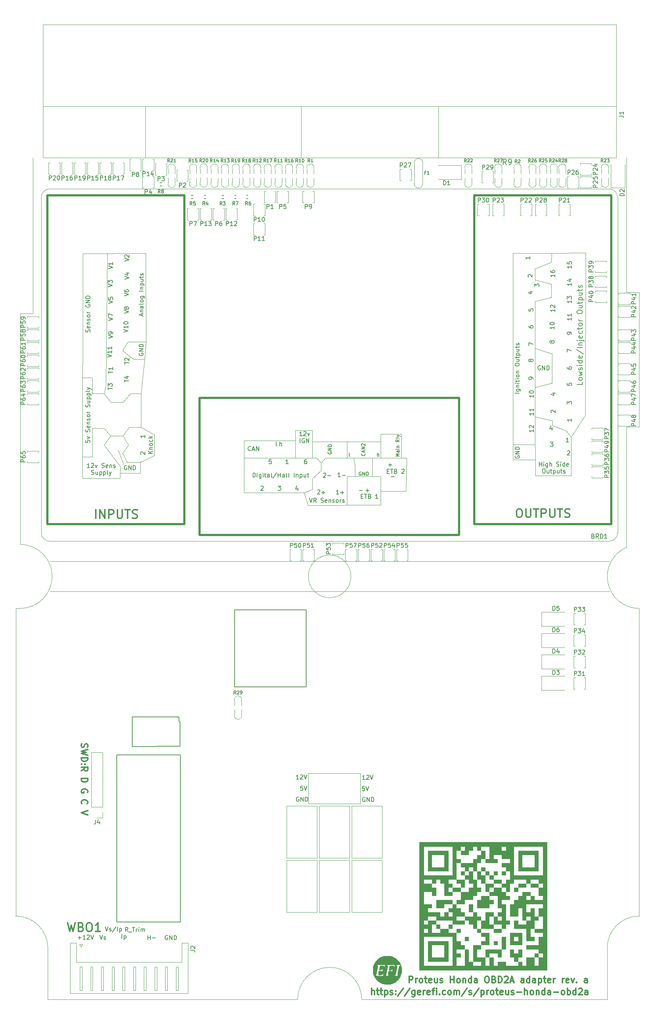
<source format=gto>
G04 #@! TF.GenerationSoftware,KiCad,Pcbnew,7.0.11-7.0.11~ubuntu22.04.1*
G04 #@! TF.CreationDate,2024-03-12T21:10:04+00:00*
G04 #@! TF.ProjectId,proteusOBD2Ahonda,70726f74-6575-4734-9f42-443241686f6e,a*
G04 #@! TF.SameCoordinates,PX3473bc0PY108ee440*
G04 #@! TF.FileFunction,Legend,Top*
G04 #@! TF.FilePolarity,Positive*
%FSLAX46Y46*%
G04 Gerber Fmt 4.6, Leading zero omitted, Abs format (unit mm)*
G04 Created by KiCad (PCBNEW 7.0.11-7.0.11~ubuntu22.04.1) date 2024-03-12 21:10:04*
%MOMM*%
%LPD*%
G01*
G04 APERTURE LIST*
%ADD10C,0.120000*%
%ADD11C,0.150000*%
%ADD12C,0.304800*%
%ADD13C,0.300000*%
%ADD14C,0.127000*%
%ADD15C,0.170000*%
%ADD16C,0.200000*%
%ADD17C,0.152400*%
%ADD18C,0.139700*%
%ADD19C,0.002540*%
%ADD20C,0.099060*%
%ADD21C,0.203200*%
%ADD22C,0.100000*%
%ADD23C,0.500000*%
G04 APERTURE END LIST*
D10*
X150000000Y138000000D02*
X150000000Y169500000D01*
X85000000Y4000000D02*
G75*
G03*
X70000000Y4000000I-7500000J0D01*
G01*
X11500000Y16000000D02*
G75*
G03*
X4000000Y23500000I-7500000J0D01*
G01*
X150000000Y138000000D02*
X147000000Y138000000D01*
X150000000Y23500000D02*
X150000000Y95500000D01*
X142500000Y4000000D02*
X142500000Y16000000D01*
X147000000Y169500000D02*
X147000000Y201000000D01*
X5000000Y110500000D02*
X5000000Y164500000D01*
X150000000Y169500000D02*
X147000000Y169500000D01*
X70000000Y4000000D02*
X11500000Y4000000D01*
X5000000Y95500000D02*
G75*
G03*
X5000000Y110500000I0J7500000D01*
G01*
X82500000Y103000000D02*
G75*
G03*
X72500000Y103000000I-5000000J0D01*
G01*
X72500000Y103000000D02*
G75*
G03*
X82500000Y103000000I5000000J0D01*
G01*
X8000000Y164500000D02*
X8000000Y201000000D01*
X12000000Y99500000D02*
X143000000Y99500000D01*
X8000000Y164500000D02*
X5000000Y164500000D01*
X150000000Y23500000D02*
G75*
G03*
X142500000Y16000000I0J-7500000D01*
G01*
X12000000Y106500000D02*
X143000000Y106500000D01*
X4000000Y23500000D02*
X4000000Y95500000D01*
X147000000Y138000000D02*
X147000000Y109800000D01*
X146999989Y109800025D02*
G75*
G03*
X150000000Y95500001I3000011J-6835325D01*
G01*
X85000000Y4000000D02*
X142500000Y4000000D01*
X4000000Y95500000D02*
X5000000Y95500000D01*
X11500000Y4000000D02*
X11500000Y16000000D01*
D11*
X23661905Y19065180D02*
X23995238Y18065180D01*
X23995238Y18065180D02*
X24328571Y19065180D01*
X24614286Y18112799D02*
X24709524Y18065180D01*
X24709524Y18065180D02*
X24900000Y18065180D01*
X24900000Y18065180D02*
X24995238Y18112799D01*
X24995238Y18112799D02*
X25042857Y18208038D01*
X25042857Y18208038D02*
X25042857Y18255657D01*
X25042857Y18255657D02*
X24995238Y18350895D01*
X24995238Y18350895D02*
X24900000Y18398514D01*
X24900000Y18398514D02*
X24757143Y18398514D01*
X24757143Y18398514D02*
X24661905Y18446133D01*
X24661905Y18446133D02*
X24614286Y18541371D01*
X24614286Y18541371D02*
X24614286Y18588990D01*
X24614286Y18588990D02*
X24661905Y18684228D01*
X24661905Y18684228D02*
X24757143Y18731847D01*
X24757143Y18731847D02*
X24900000Y18731847D01*
X24900000Y18731847D02*
X24995238Y18684228D01*
X28847619Y18265180D02*
X28847619Y19265180D01*
X29323809Y18931847D02*
X29323809Y17931847D01*
X29323809Y18884228D02*
X29419047Y18931847D01*
X29419047Y18931847D02*
X29609523Y18931847D01*
X29609523Y18931847D02*
X29704761Y18884228D01*
X29704761Y18884228D02*
X29752380Y18836609D01*
X29752380Y18836609D02*
X29799999Y18741371D01*
X29799999Y18741371D02*
X29799999Y18455657D01*
X29799999Y18455657D02*
X29752380Y18360419D01*
X29752380Y18360419D02*
X29704761Y18312799D01*
X29704761Y18312799D02*
X29609523Y18265180D01*
X29609523Y18265180D02*
X29419047Y18265180D01*
X29419047Y18265180D02*
X29323809Y18312799D01*
X39538095Y18917561D02*
X39442857Y18965180D01*
X39442857Y18965180D02*
X39300000Y18965180D01*
X39300000Y18965180D02*
X39157143Y18917561D01*
X39157143Y18917561D02*
X39061905Y18822323D01*
X39061905Y18822323D02*
X39014286Y18727085D01*
X39014286Y18727085D02*
X38966667Y18536609D01*
X38966667Y18536609D02*
X38966667Y18393752D01*
X38966667Y18393752D02*
X39014286Y18203276D01*
X39014286Y18203276D02*
X39061905Y18108038D01*
X39061905Y18108038D02*
X39157143Y18012799D01*
X39157143Y18012799D02*
X39300000Y17965180D01*
X39300000Y17965180D02*
X39395238Y17965180D01*
X39395238Y17965180D02*
X39538095Y18012799D01*
X39538095Y18012799D02*
X39585714Y18060419D01*
X39585714Y18060419D02*
X39585714Y18393752D01*
X39585714Y18393752D02*
X39395238Y18393752D01*
X40014286Y17965180D02*
X40014286Y18965180D01*
X40014286Y18965180D02*
X40585714Y17965180D01*
X40585714Y17965180D02*
X40585714Y18965180D01*
X41061905Y17965180D02*
X41061905Y18965180D01*
X41061905Y18965180D02*
X41300000Y18965180D01*
X41300000Y18965180D02*
X41442857Y18917561D01*
X41442857Y18917561D02*
X41538095Y18822323D01*
X41538095Y18822323D02*
X41585714Y18727085D01*
X41585714Y18727085D02*
X41633333Y18536609D01*
X41633333Y18536609D02*
X41633333Y18393752D01*
X41633333Y18393752D02*
X41585714Y18203276D01*
X41585714Y18203276D02*
X41538095Y18108038D01*
X41538095Y18108038D02*
X41442857Y18012799D01*
X41442857Y18012799D02*
X41300000Y17965180D01*
X41300000Y17965180D02*
X41061905Y17965180D01*
X18538095Y18446132D02*
X19300000Y18446132D01*
X18919047Y18065179D02*
X18919047Y18827084D01*
X20299999Y18065179D02*
X19728571Y18065179D01*
X20014285Y18065179D02*
X20014285Y19065179D01*
X20014285Y19065179D02*
X19919047Y18922322D01*
X19919047Y18922322D02*
X19823809Y18827084D01*
X19823809Y18827084D02*
X19728571Y18779465D01*
X20680952Y18969941D02*
X20728571Y19017560D01*
X20728571Y19017560D02*
X20823809Y19065179D01*
X20823809Y19065179D02*
X21061904Y19065179D01*
X21061904Y19065179D02*
X21157142Y19017560D01*
X21157142Y19017560D02*
X21204761Y18969941D01*
X21204761Y18969941D02*
X21252380Y18874703D01*
X21252380Y18874703D02*
X21252380Y18779465D01*
X21252380Y18779465D02*
X21204761Y18636608D01*
X21204761Y18636608D02*
X20633333Y18065179D01*
X20633333Y18065179D02*
X21252380Y18065179D01*
X21538095Y19065179D02*
X21871428Y18065179D01*
X21871428Y18065179D02*
X22204761Y19065179D01*
D12*
X19455961Y49764286D02*
X19383390Y49836858D01*
X19383390Y49836858D02*
X19310818Y50054572D01*
X19310818Y50054572D02*
X19310818Y50199715D01*
X19310818Y50199715D02*
X19383390Y50417429D01*
X19383390Y50417429D02*
X19528532Y50562572D01*
X19528532Y50562572D02*
X19673675Y50635143D01*
X19673675Y50635143D02*
X19963961Y50707715D01*
X19963961Y50707715D02*
X20181675Y50707715D01*
X20181675Y50707715D02*
X20471961Y50635143D01*
X20471961Y50635143D02*
X20617104Y50562572D01*
X20617104Y50562572D02*
X20762247Y50417429D01*
X20762247Y50417429D02*
X20834818Y50199715D01*
X20834818Y50199715D02*
X20834818Y50054572D01*
X20834818Y50054572D02*
X20762247Y49836858D01*
X20762247Y49836858D02*
X20689675Y49764286D01*
D11*
X30233333Y19865181D02*
X29900000Y20341372D01*
X29661905Y19865181D02*
X29661905Y20865181D01*
X29661905Y20865181D02*
X30042857Y20865181D01*
X30042857Y20865181D02*
X30138095Y20817562D01*
X30138095Y20817562D02*
X30185714Y20769943D01*
X30185714Y20769943D02*
X30233333Y20674705D01*
X30233333Y20674705D02*
X30233333Y20531848D01*
X30233333Y20531848D02*
X30185714Y20436610D01*
X30185714Y20436610D02*
X30138095Y20388991D01*
X30138095Y20388991D02*
X30042857Y20341372D01*
X30042857Y20341372D02*
X29661905Y20341372D01*
X30423810Y19769943D02*
X31185714Y19769943D01*
X31280953Y20865181D02*
X31852381Y20865181D01*
X31566667Y19865181D02*
X31566667Y20865181D01*
X32185715Y19865181D02*
X32185715Y20531848D01*
X32185715Y20341372D02*
X32233334Y20436610D01*
X32233334Y20436610D02*
X32280953Y20484229D01*
X32280953Y20484229D02*
X32376191Y20531848D01*
X32376191Y20531848D02*
X32471429Y20531848D01*
X32804763Y19865181D02*
X32804763Y20531848D01*
X32804763Y20865181D02*
X32757144Y20817562D01*
X32757144Y20817562D02*
X32804763Y20769943D01*
X32804763Y20769943D02*
X32852382Y20817562D01*
X32852382Y20817562D02*
X32804763Y20865181D01*
X32804763Y20865181D02*
X32804763Y20769943D01*
X33280953Y19865181D02*
X33280953Y20531848D01*
X33280953Y20436610D02*
X33328572Y20484229D01*
X33328572Y20484229D02*
X33423810Y20531848D01*
X33423810Y20531848D02*
X33566667Y20531848D01*
X33566667Y20531848D02*
X33661905Y20484229D01*
X33661905Y20484229D02*
X33709524Y20388991D01*
X33709524Y20388991D02*
X33709524Y19865181D01*
X33709524Y20388991D02*
X33757143Y20484229D01*
X33757143Y20484229D02*
X33852381Y20531848D01*
X33852381Y20531848D02*
X33995238Y20531848D01*
X33995238Y20531848D02*
X34090477Y20484229D01*
X34090477Y20484229D02*
X34138096Y20388991D01*
X34138096Y20388991D02*
X34138096Y19865181D01*
X34895238Y17965180D02*
X34895238Y18965180D01*
X34895238Y18488990D02*
X35466666Y18488990D01*
X35466666Y17965180D02*
X35466666Y18965180D01*
X35942857Y18346133D02*
X36704762Y18346133D01*
D12*
X19383390Y63843143D02*
X19310818Y63625428D01*
X19310818Y63625428D02*
X19310818Y63262571D01*
X19310818Y63262571D02*
X19383390Y63117428D01*
X19383390Y63117428D02*
X19455961Y63044857D01*
X19455961Y63044857D02*
X19601104Y62972286D01*
X19601104Y62972286D02*
X19746247Y62972286D01*
X19746247Y62972286D02*
X19891390Y63044857D01*
X19891390Y63044857D02*
X19963961Y63117428D01*
X19963961Y63117428D02*
X20036532Y63262571D01*
X20036532Y63262571D02*
X20109104Y63552857D01*
X20109104Y63552857D02*
X20181675Y63698000D01*
X20181675Y63698000D02*
X20254247Y63770571D01*
X20254247Y63770571D02*
X20399390Y63843143D01*
X20399390Y63843143D02*
X20544532Y63843143D01*
X20544532Y63843143D02*
X20689675Y63770571D01*
X20689675Y63770571D02*
X20762247Y63698000D01*
X20762247Y63698000D02*
X20834818Y63552857D01*
X20834818Y63552857D02*
X20834818Y63190000D01*
X20834818Y63190000D02*
X20762247Y62972286D01*
X20834818Y62464285D02*
X19310818Y62101428D01*
X19310818Y62101428D02*
X20399390Y61811142D01*
X20399390Y61811142D02*
X19310818Y61520857D01*
X19310818Y61520857D02*
X20834818Y61157999D01*
X19310818Y60577428D02*
X20834818Y60577428D01*
X20834818Y60577428D02*
X20834818Y60214571D01*
X20834818Y60214571D02*
X20762247Y59996857D01*
X20762247Y59996857D02*
X20617104Y59851714D01*
X20617104Y59851714D02*
X20471961Y59779143D01*
X20471961Y59779143D02*
X20181675Y59706571D01*
X20181675Y59706571D02*
X19963961Y59706571D01*
X19963961Y59706571D02*
X19673675Y59779143D01*
X19673675Y59779143D02*
X19528532Y59851714D01*
X19528532Y59851714D02*
X19383390Y59996857D01*
X19383390Y59996857D02*
X19310818Y60214571D01*
X19310818Y60214571D02*
X19310818Y60577428D01*
X19455961Y59053428D02*
X19383390Y58980857D01*
X19383390Y58980857D02*
X19310818Y59053428D01*
X19310818Y59053428D02*
X19383390Y59126000D01*
X19383390Y59126000D02*
X19455961Y59053428D01*
X19455961Y59053428D02*
X19310818Y59053428D01*
X20254247Y59053428D02*
X20181675Y58980857D01*
X20181675Y58980857D02*
X20109104Y59053428D01*
X20109104Y59053428D02*
X20181675Y59126000D01*
X20181675Y59126000D02*
X20254247Y59053428D01*
X20254247Y59053428D02*
X20109104Y59053428D01*
X19310818Y57456857D02*
X20036532Y57964857D01*
X19310818Y58327714D02*
X20834818Y58327714D01*
X20834818Y58327714D02*
X20834818Y57747143D01*
X20834818Y57747143D02*
X20762247Y57602000D01*
X20762247Y57602000D02*
X20689675Y57529429D01*
X20689675Y57529429D02*
X20544532Y57456857D01*
X20544532Y57456857D02*
X20326818Y57456857D01*
X20326818Y57456857D02*
X20181675Y57529429D01*
X20181675Y57529429D02*
X20109104Y57602000D01*
X20109104Y57602000D02*
X20036532Y57747143D01*
X20036532Y57747143D02*
X20036532Y58327714D01*
D11*
X85760588Y55485181D02*
X85189160Y55485181D01*
X85474874Y55485181D02*
X85474874Y56485181D01*
X85474874Y56485181D02*
X85379636Y56342324D01*
X85379636Y56342324D02*
X85284398Y56247086D01*
X85284398Y56247086D02*
X85189160Y56199467D01*
X86141541Y56389943D02*
X86189160Y56437562D01*
X86189160Y56437562D02*
X86284398Y56485181D01*
X86284398Y56485181D02*
X86522493Y56485181D01*
X86522493Y56485181D02*
X86617731Y56437562D01*
X86617731Y56437562D02*
X86665350Y56389943D01*
X86665350Y56389943D02*
X86712969Y56294705D01*
X86712969Y56294705D02*
X86712969Y56199467D01*
X86712969Y56199467D02*
X86665350Y56056610D01*
X86665350Y56056610D02*
X86093922Y55485181D01*
X86093922Y55485181D02*
X86712969Y55485181D01*
X86998684Y56485181D02*
X87332017Y55485181D01*
X87332017Y55485181D02*
X87665350Y56485181D01*
D12*
X19310818Y55715143D02*
X20834818Y55715143D01*
X20834818Y55715143D02*
X20834818Y55352286D01*
X20834818Y55352286D02*
X20762247Y55134572D01*
X20762247Y55134572D02*
X20617104Y54989429D01*
X20617104Y54989429D02*
X20471961Y54916858D01*
X20471961Y54916858D02*
X20181675Y54844286D01*
X20181675Y54844286D02*
X19963961Y54844286D01*
X19963961Y54844286D02*
X19673675Y54916858D01*
X19673675Y54916858D02*
X19528532Y54989429D01*
X19528532Y54989429D02*
X19383390Y55134572D01*
X19383390Y55134572D02*
X19310818Y55352286D01*
X19310818Y55352286D02*
X19310818Y55715143D01*
D13*
X87318569Y5081672D02*
X87318569Y6581672D01*
X87961427Y5081672D02*
X87961427Y5867386D01*
X87961427Y5867386D02*
X87889998Y6010243D01*
X87889998Y6010243D02*
X87747141Y6081672D01*
X87747141Y6081672D02*
X87532855Y6081672D01*
X87532855Y6081672D02*
X87389998Y6010243D01*
X87389998Y6010243D02*
X87318569Y5938815D01*
X88461427Y6081672D02*
X89032855Y6081672D01*
X88675712Y6581672D02*
X88675712Y5295958D01*
X88675712Y5295958D02*
X88747141Y5153100D01*
X88747141Y5153100D02*
X88889998Y5081672D01*
X88889998Y5081672D02*
X89032855Y5081672D01*
X89318570Y6081672D02*
X89889998Y6081672D01*
X89532855Y6581672D02*
X89532855Y5295958D01*
X89532855Y5295958D02*
X89604284Y5153100D01*
X89604284Y5153100D02*
X89747141Y5081672D01*
X89747141Y5081672D02*
X89889998Y5081672D01*
X90389998Y6081672D02*
X90389998Y4581672D01*
X90389998Y6010243D02*
X90532856Y6081672D01*
X90532856Y6081672D02*
X90818570Y6081672D01*
X90818570Y6081672D02*
X90961427Y6010243D01*
X90961427Y6010243D02*
X91032856Y5938815D01*
X91032856Y5938815D02*
X91104284Y5795958D01*
X91104284Y5795958D02*
X91104284Y5367386D01*
X91104284Y5367386D02*
X91032856Y5224529D01*
X91032856Y5224529D02*
X90961427Y5153100D01*
X90961427Y5153100D02*
X90818570Y5081672D01*
X90818570Y5081672D02*
X90532856Y5081672D01*
X90532856Y5081672D02*
X90389998Y5153100D01*
X91675713Y5153100D02*
X91818570Y5081672D01*
X91818570Y5081672D02*
X92104284Y5081672D01*
X92104284Y5081672D02*
X92247141Y5153100D01*
X92247141Y5153100D02*
X92318570Y5295958D01*
X92318570Y5295958D02*
X92318570Y5367386D01*
X92318570Y5367386D02*
X92247141Y5510243D01*
X92247141Y5510243D02*
X92104284Y5581672D01*
X92104284Y5581672D02*
X91889999Y5581672D01*
X91889999Y5581672D02*
X91747141Y5653100D01*
X91747141Y5653100D02*
X91675713Y5795958D01*
X91675713Y5795958D02*
X91675713Y5867386D01*
X91675713Y5867386D02*
X91747141Y6010243D01*
X91747141Y6010243D02*
X91889999Y6081672D01*
X91889999Y6081672D02*
X92104284Y6081672D01*
X92104284Y6081672D02*
X92247141Y6010243D01*
X92961427Y5224529D02*
X93032856Y5153100D01*
X93032856Y5153100D02*
X92961427Y5081672D01*
X92961427Y5081672D02*
X92889999Y5153100D01*
X92889999Y5153100D02*
X92961427Y5224529D01*
X92961427Y5224529D02*
X92961427Y5081672D01*
X92961427Y6010243D02*
X93032856Y5938815D01*
X93032856Y5938815D02*
X92961427Y5867386D01*
X92961427Y5867386D02*
X92889999Y5938815D01*
X92889999Y5938815D02*
X92961427Y6010243D01*
X92961427Y6010243D02*
X92961427Y5867386D01*
X94747142Y6653100D02*
X93461428Y4724529D01*
X96318571Y6653100D02*
X95032857Y4724529D01*
X97461429Y6081672D02*
X97461429Y4867386D01*
X97461429Y4867386D02*
X97390000Y4724529D01*
X97390000Y4724529D02*
X97318571Y4653100D01*
X97318571Y4653100D02*
X97175714Y4581672D01*
X97175714Y4581672D02*
X96961429Y4581672D01*
X96961429Y4581672D02*
X96818571Y4653100D01*
X97461429Y5153100D02*
X97318571Y5081672D01*
X97318571Y5081672D02*
X97032857Y5081672D01*
X97032857Y5081672D02*
X96890000Y5153100D01*
X96890000Y5153100D02*
X96818571Y5224529D01*
X96818571Y5224529D02*
X96747143Y5367386D01*
X96747143Y5367386D02*
X96747143Y5795958D01*
X96747143Y5795958D02*
X96818571Y5938815D01*
X96818571Y5938815D02*
X96890000Y6010243D01*
X96890000Y6010243D02*
X97032857Y6081672D01*
X97032857Y6081672D02*
X97318571Y6081672D01*
X97318571Y6081672D02*
X97461429Y6010243D01*
X98747143Y5153100D02*
X98604286Y5081672D01*
X98604286Y5081672D02*
X98318572Y5081672D01*
X98318572Y5081672D02*
X98175714Y5153100D01*
X98175714Y5153100D02*
X98104286Y5295958D01*
X98104286Y5295958D02*
X98104286Y5867386D01*
X98104286Y5867386D02*
X98175714Y6010243D01*
X98175714Y6010243D02*
X98318572Y6081672D01*
X98318572Y6081672D02*
X98604286Y6081672D01*
X98604286Y6081672D02*
X98747143Y6010243D01*
X98747143Y6010243D02*
X98818572Y5867386D01*
X98818572Y5867386D02*
X98818572Y5724529D01*
X98818572Y5724529D02*
X98104286Y5581672D01*
X99461428Y5081672D02*
X99461428Y6081672D01*
X99461428Y5795958D02*
X99532857Y5938815D01*
X99532857Y5938815D02*
X99604286Y6010243D01*
X99604286Y6010243D02*
X99747143Y6081672D01*
X99747143Y6081672D02*
X99890000Y6081672D01*
X100961428Y5153100D02*
X100818571Y5081672D01*
X100818571Y5081672D02*
X100532857Y5081672D01*
X100532857Y5081672D02*
X100389999Y5153100D01*
X100389999Y5153100D02*
X100318571Y5295958D01*
X100318571Y5295958D02*
X100318571Y5867386D01*
X100318571Y5867386D02*
X100389999Y6010243D01*
X100389999Y6010243D02*
X100532857Y6081672D01*
X100532857Y6081672D02*
X100818571Y6081672D01*
X100818571Y6081672D02*
X100961428Y6010243D01*
X100961428Y6010243D02*
X101032857Y5867386D01*
X101032857Y5867386D02*
X101032857Y5724529D01*
X101032857Y5724529D02*
X100318571Y5581672D01*
X101461428Y6081672D02*
X102032856Y6081672D01*
X101675713Y5081672D02*
X101675713Y6367386D01*
X101675713Y6367386D02*
X101747142Y6510243D01*
X101747142Y6510243D02*
X101889999Y6581672D01*
X101889999Y6581672D02*
X102032856Y6581672D01*
X102532856Y5081672D02*
X102532856Y6081672D01*
X102532856Y6581672D02*
X102461428Y6510243D01*
X102461428Y6510243D02*
X102532856Y6438815D01*
X102532856Y6438815D02*
X102604285Y6510243D01*
X102604285Y6510243D02*
X102532856Y6581672D01*
X102532856Y6581672D02*
X102532856Y6438815D01*
X103247142Y5224529D02*
X103318571Y5153100D01*
X103318571Y5153100D02*
X103247142Y5081672D01*
X103247142Y5081672D02*
X103175714Y5153100D01*
X103175714Y5153100D02*
X103247142Y5224529D01*
X103247142Y5224529D02*
X103247142Y5081672D01*
X104604286Y5153100D02*
X104461428Y5081672D01*
X104461428Y5081672D02*
X104175714Y5081672D01*
X104175714Y5081672D02*
X104032857Y5153100D01*
X104032857Y5153100D02*
X103961428Y5224529D01*
X103961428Y5224529D02*
X103890000Y5367386D01*
X103890000Y5367386D02*
X103890000Y5795958D01*
X103890000Y5795958D02*
X103961428Y5938815D01*
X103961428Y5938815D02*
X104032857Y6010243D01*
X104032857Y6010243D02*
X104175714Y6081672D01*
X104175714Y6081672D02*
X104461428Y6081672D01*
X104461428Y6081672D02*
X104604286Y6010243D01*
X105461428Y5081672D02*
X105318571Y5153100D01*
X105318571Y5153100D02*
X105247142Y5224529D01*
X105247142Y5224529D02*
X105175714Y5367386D01*
X105175714Y5367386D02*
X105175714Y5795958D01*
X105175714Y5795958D02*
X105247142Y5938815D01*
X105247142Y5938815D02*
X105318571Y6010243D01*
X105318571Y6010243D02*
X105461428Y6081672D01*
X105461428Y6081672D02*
X105675714Y6081672D01*
X105675714Y6081672D02*
X105818571Y6010243D01*
X105818571Y6010243D02*
X105890000Y5938815D01*
X105890000Y5938815D02*
X105961428Y5795958D01*
X105961428Y5795958D02*
X105961428Y5367386D01*
X105961428Y5367386D02*
X105890000Y5224529D01*
X105890000Y5224529D02*
X105818571Y5153100D01*
X105818571Y5153100D02*
X105675714Y5081672D01*
X105675714Y5081672D02*
X105461428Y5081672D01*
X106604285Y5081672D02*
X106604285Y6081672D01*
X106604285Y5938815D02*
X106675714Y6010243D01*
X106675714Y6010243D02*
X106818571Y6081672D01*
X106818571Y6081672D02*
X107032857Y6081672D01*
X107032857Y6081672D02*
X107175714Y6010243D01*
X107175714Y6010243D02*
X107247143Y5867386D01*
X107247143Y5867386D02*
X107247143Y5081672D01*
X107247143Y5867386D02*
X107318571Y6010243D01*
X107318571Y6010243D02*
X107461428Y6081672D01*
X107461428Y6081672D02*
X107675714Y6081672D01*
X107675714Y6081672D02*
X107818571Y6010243D01*
X107818571Y6010243D02*
X107890000Y5867386D01*
X107890000Y5867386D02*
X107890000Y5081672D01*
X109675714Y6653100D02*
X108390000Y4724529D01*
X110104286Y5153100D02*
X110247143Y5081672D01*
X110247143Y5081672D02*
X110532857Y5081672D01*
X110532857Y5081672D02*
X110675714Y5153100D01*
X110675714Y5153100D02*
X110747143Y5295958D01*
X110747143Y5295958D02*
X110747143Y5367386D01*
X110747143Y5367386D02*
X110675714Y5510243D01*
X110675714Y5510243D02*
X110532857Y5581672D01*
X110532857Y5581672D02*
X110318572Y5581672D01*
X110318572Y5581672D02*
X110175714Y5653100D01*
X110175714Y5653100D02*
X110104286Y5795958D01*
X110104286Y5795958D02*
X110104286Y5867386D01*
X110104286Y5867386D02*
X110175714Y6010243D01*
X110175714Y6010243D02*
X110318572Y6081672D01*
X110318572Y6081672D02*
X110532857Y6081672D01*
X110532857Y6081672D02*
X110675714Y6010243D01*
X112461429Y6653100D02*
X111175715Y4724529D01*
X112961429Y6081672D02*
X112961429Y4581672D01*
X112961429Y6010243D02*
X113104287Y6081672D01*
X113104287Y6081672D02*
X113390001Y6081672D01*
X113390001Y6081672D02*
X113532858Y6010243D01*
X113532858Y6010243D02*
X113604287Y5938815D01*
X113604287Y5938815D02*
X113675715Y5795958D01*
X113675715Y5795958D02*
X113675715Y5367386D01*
X113675715Y5367386D02*
X113604287Y5224529D01*
X113604287Y5224529D02*
X113532858Y5153100D01*
X113532858Y5153100D02*
X113390001Y5081672D01*
X113390001Y5081672D02*
X113104287Y5081672D01*
X113104287Y5081672D02*
X112961429Y5153100D01*
X114318572Y5081672D02*
X114318572Y6081672D01*
X114318572Y5795958D02*
X114390001Y5938815D01*
X114390001Y5938815D02*
X114461430Y6010243D01*
X114461430Y6010243D02*
X114604287Y6081672D01*
X114604287Y6081672D02*
X114747144Y6081672D01*
X115461429Y5081672D02*
X115318572Y5153100D01*
X115318572Y5153100D02*
X115247143Y5224529D01*
X115247143Y5224529D02*
X115175715Y5367386D01*
X115175715Y5367386D02*
X115175715Y5795958D01*
X115175715Y5795958D02*
X115247143Y5938815D01*
X115247143Y5938815D02*
X115318572Y6010243D01*
X115318572Y6010243D02*
X115461429Y6081672D01*
X115461429Y6081672D02*
X115675715Y6081672D01*
X115675715Y6081672D02*
X115818572Y6010243D01*
X115818572Y6010243D02*
X115890001Y5938815D01*
X115890001Y5938815D02*
X115961429Y5795958D01*
X115961429Y5795958D02*
X115961429Y5367386D01*
X115961429Y5367386D02*
X115890001Y5224529D01*
X115890001Y5224529D02*
X115818572Y5153100D01*
X115818572Y5153100D02*
X115675715Y5081672D01*
X115675715Y5081672D02*
X115461429Y5081672D01*
X116390001Y6081672D02*
X116961429Y6081672D01*
X116604286Y6581672D02*
X116604286Y5295958D01*
X116604286Y5295958D02*
X116675715Y5153100D01*
X116675715Y5153100D02*
X116818572Y5081672D01*
X116818572Y5081672D02*
X116961429Y5081672D01*
X118032858Y5153100D02*
X117890001Y5081672D01*
X117890001Y5081672D02*
X117604287Y5081672D01*
X117604287Y5081672D02*
X117461429Y5153100D01*
X117461429Y5153100D02*
X117390001Y5295958D01*
X117390001Y5295958D02*
X117390001Y5867386D01*
X117390001Y5867386D02*
X117461429Y6010243D01*
X117461429Y6010243D02*
X117604287Y6081672D01*
X117604287Y6081672D02*
X117890001Y6081672D01*
X117890001Y6081672D02*
X118032858Y6010243D01*
X118032858Y6010243D02*
X118104287Y5867386D01*
X118104287Y5867386D02*
X118104287Y5724529D01*
X118104287Y5724529D02*
X117390001Y5581672D01*
X119390001Y6081672D02*
X119390001Y5081672D01*
X118747143Y6081672D02*
X118747143Y5295958D01*
X118747143Y5295958D02*
X118818572Y5153100D01*
X118818572Y5153100D02*
X118961429Y5081672D01*
X118961429Y5081672D02*
X119175715Y5081672D01*
X119175715Y5081672D02*
X119318572Y5153100D01*
X119318572Y5153100D02*
X119390001Y5224529D01*
X120032858Y5153100D02*
X120175715Y5081672D01*
X120175715Y5081672D02*
X120461429Y5081672D01*
X120461429Y5081672D02*
X120604286Y5153100D01*
X120604286Y5153100D02*
X120675715Y5295958D01*
X120675715Y5295958D02*
X120675715Y5367386D01*
X120675715Y5367386D02*
X120604286Y5510243D01*
X120604286Y5510243D02*
X120461429Y5581672D01*
X120461429Y5581672D02*
X120247144Y5581672D01*
X120247144Y5581672D02*
X120104286Y5653100D01*
X120104286Y5653100D02*
X120032858Y5795958D01*
X120032858Y5795958D02*
X120032858Y5867386D01*
X120032858Y5867386D02*
X120104286Y6010243D01*
X120104286Y6010243D02*
X120247144Y6081672D01*
X120247144Y6081672D02*
X120461429Y6081672D01*
X120461429Y6081672D02*
X120604286Y6010243D01*
X121318572Y5653100D02*
X122461430Y5653100D01*
X123175715Y5081672D02*
X123175715Y6581672D01*
X123818573Y5081672D02*
X123818573Y5867386D01*
X123818573Y5867386D02*
X123747144Y6010243D01*
X123747144Y6010243D02*
X123604287Y6081672D01*
X123604287Y6081672D02*
X123390001Y6081672D01*
X123390001Y6081672D02*
X123247144Y6010243D01*
X123247144Y6010243D02*
X123175715Y5938815D01*
X124747144Y5081672D02*
X124604287Y5153100D01*
X124604287Y5153100D02*
X124532858Y5224529D01*
X124532858Y5224529D02*
X124461430Y5367386D01*
X124461430Y5367386D02*
X124461430Y5795958D01*
X124461430Y5795958D02*
X124532858Y5938815D01*
X124532858Y5938815D02*
X124604287Y6010243D01*
X124604287Y6010243D02*
X124747144Y6081672D01*
X124747144Y6081672D02*
X124961430Y6081672D01*
X124961430Y6081672D02*
X125104287Y6010243D01*
X125104287Y6010243D02*
X125175716Y5938815D01*
X125175716Y5938815D02*
X125247144Y5795958D01*
X125247144Y5795958D02*
X125247144Y5367386D01*
X125247144Y5367386D02*
X125175716Y5224529D01*
X125175716Y5224529D02*
X125104287Y5153100D01*
X125104287Y5153100D02*
X124961430Y5081672D01*
X124961430Y5081672D02*
X124747144Y5081672D01*
X125890001Y6081672D02*
X125890001Y5081672D01*
X125890001Y5938815D02*
X125961430Y6010243D01*
X125961430Y6010243D02*
X126104287Y6081672D01*
X126104287Y6081672D02*
X126318573Y6081672D01*
X126318573Y6081672D02*
X126461430Y6010243D01*
X126461430Y6010243D02*
X126532859Y5867386D01*
X126532859Y5867386D02*
X126532859Y5081672D01*
X127890002Y5081672D02*
X127890002Y6581672D01*
X127890002Y5153100D02*
X127747144Y5081672D01*
X127747144Y5081672D02*
X127461430Y5081672D01*
X127461430Y5081672D02*
X127318573Y5153100D01*
X127318573Y5153100D02*
X127247144Y5224529D01*
X127247144Y5224529D02*
X127175716Y5367386D01*
X127175716Y5367386D02*
X127175716Y5795958D01*
X127175716Y5795958D02*
X127247144Y5938815D01*
X127247144Y5938815D02*
X127318573Y6010243D01*
X127318573Y6010243D02*
X127461430Y6081672D01*
X127461430Y6081672D02*
X127747144Y6081672D01*
X127747144Y6081672D02*
X127890002Y6010243D01*
X129247145Y5081672D02*
X129247145Y5867386D01*
X129247145Y5867386D02*
X129175716Y6010243D01*
X129175716Y6010243D02*
X129032859Y6081672D01*
X129032859Y6081672D02*
X128747145Y6081672D01*
X128747145Y6081672D02*
X128604287Y6010243D01*
X129247145Y5153100D02*
X129104287Y5081672D01*
X129104287Y5081672D02*
X128747145Y5081672D01*
X128747145Y5081672D02*
X128604287Y5153100D01*
X128604287Y5153100D02*
X128532859Y5295958D01*
X128532859Y5295958D02*
X128532859Y5438815D01*
X128532859Y5438815D02*
X128604287Y5581672D01*
X128604287Y5581672D02*
X128747145Y5653100D01*
X128747145Y5653100D02*
X129104287Y5653100D01*
X129104287Y5653100D02*
X129247145Y5724529D01*
X129961430Y5653100D02*
X131104288Y5653100D01*
X132032859Y5081672D02*
X131890002Y5153100D01*
X131890002Y5153100D02*
X131818573Y5224529D01*
X131818573Y5224529D02*
X131747145Y5367386D01*
X131747145Y5367386D02*
X131747145Y5795958D01*
X131747145Y5795958D02*
X131818573Y5938815D01*
X131818573Y5938815D02*
X131890002Y6010243D01*
X131890002Y6010243D02*
X132032859Y6081672D01*
X132032859Y6081672D02*
X132247145Y6081672D01*
X132247145Y6081672D02*
X132390002Y6010243D01*
X132390002Y6010243D02*
X132461431Y5938815D01*
X132461431Y5938815D02*
X132532859Y5795958D01*
X132532859Y5795958D02*
X132532859Y5367386D01*
X132532859Y5367386D02*
X132461431Y5224529D01*
X132461431Y5224529D02*
X132390002Y5153100D01*
X132390002Y5153100D02*
X132247145Y5081672D01*
X132247145Y5081672D02*
X132032859Y5081672D01*
X133175716Y5081672D02*
X133175716Y6581672D01*
X133175716Y6010243D02*
X133318574Y6081672D01*
X133318574Y6081672D02*
X133604288Y6081672D01*
X133604288Y6081672D02*
X133747145Y6010243D01*
X133747145Y6010243D02*
X133818574Y5938815D01*
X133818574Y5938815D02*
X133890002Y5795958D01*
X133890002Y5795958D02*
X133890002Y5367386D01*
X133890002Y5367386D02*
X133818574Y5224529D01*
X133818574Y5224529D02*
X133747145Y5153100D01*
X133747145Y5153100D02*
X133604288Y5081672D01*
X133604288Y5081672D02*
X133318574Y5081672D01*
X133318574Y5081672D02*
X133175716Y5153100D01*
X135175717Y5081672D02*
X135175717Y6581672D01*
X135175717Y5153100D02*
X135032859Y5081672D01*
X135032859Y5081672D02*
X134747145Y5081672D01*
X134747145Y5081672D02*
X134604288Y5153100D01*
X134604288Y5153100D02*
X134532859Y5224529D01*
X134532859Y5224529D02*
X134461431Y5367386D01*
X134461431Y5367386D02*
X134461431Y5795958D01*
X134461431Y5795958D02*
X134532859Y5938815D01*
X134532859Y5938815D02*
X134604288Y6010243D01*
X134604288Y6010243D02*
X134747145Y6081672D01*
X134747145Y6081672D02*
X135032859Y6081672D01*
X135032859Y6081672D02*
X135175717Y6010243D01*
X135818574Y6438815D02*
X135890002Y6510243D01*
X135890002Y6510243D02*
X136032860Y6581672D01*
X136032860Y6581672D02*
X136390002Y6581672D01*
X136390002Y6581672D02*
X136532860Y6510243D01*
X136532860Y6510243D02*
X136604288Y6438815D01*
X136604288Y6438815D02*
X136675717Y6295958D01*
X136675717Y6295958D02*
X136675717Y6153100D01*
X136675717Y6153100D02*
X136604288Y5938815D01*
X136604288Y5938815D02*
X135747145Y5081672D01*
X135747145Y5081672D02*
X136675717Y5081672D01*
X137961431Y5081672D02*
X137961431Y5867386D01*
X137961431Y5867386D02*
X137890002Y6010243D01*
X137890002Y6010243D02*
X137747145Y6081672D01*
X137747145Y6081672D02*
X137461431Y6081672D01*
X137461431Y6081672D02*
X137318573Y6010243D01*
X137961431Y5153100D02*
X137818573Y5081672D01*
X137818573Y5081672D02*
X137461431Y5081672D01*
X137461431Y5081672D02*
X137318573Y5153100D01*
X137318573Y5153100D02*
X137247145Y5295958D01*
X137247145Y5295958D02*
X137247145Y5438815D01*
X137247145Y5438815D02*
X137318573Y5581672D01*
X137318573Y5581672D02*
X137461431Y5653100D01*
X137461431Y5653100D02*
X137818573Y5653100D01*
X137818573Y5653100D02*
X137961431Y5724529D01*
D11*
X70260588Y51297562D02*
X70165350Y51345181D01*
X70165350Y51345181D02*
X70022493Y51345181D01*
X70022493Y51345181D02*
X69879636Y51297562D01*
X69879636Y51297562D02*
X69784398Y51202324D01*
X69784398Y51202324D02*
X69736779Y51107086D01*
X69736779Y51107086D02*
X69689160Y50916610D01*
X69689160Y50916610D02*
X69689160Y50773753D01*
X69689160Y50773753D02*
X69736779Y50583277D01*
X69736779Y50583277D02*
X69784398Y50488039D01*
X69784398Y50488039D02*
X69879636Y50392800D01*
X69879636Y50392800D02*
X70022493Y50345181D01*
X70022493Y50345181D02*
X70117731Y50345181D01*
X70117731Y50345181D02*
X70260588Y50392800D01*
X70260588Y50392800D02*
X70308207Y50440420D01*
X70308207Y50440420D02*
X70308207Y50773753D01*
X70308207Y50773753D02*
X70117731Y50773753D01*
X70736779Y50345181D02*
X70736779Y51345181D01*
X70736779Y51345181D02*
X71308207Y50345181D01*
X71308207Y50345181D02*
X71308207Y51345181D01*
X71784398Y50345181D02*
X71784398Y51345181D01*
X71784398Y51345181D02*
X72022493Y51345181D01*
X72022493Y51345181D02*
X72165350Y51297562D01*
X72165350Y51297562D02*
X72260588Y51202324D01*
X72260588Y51202324D02*
X72308207Y51107086D01*
X72308207Y51107086D02*
X72355826Y50916610D01*
X72355826Y50916610D02*
X72355826Y50773753D01*
X72355826Y50773753D02*
X72308207Y50583277D01*
X72308207Y50583277D02*
X72260588Y50488039D01*
X72260588Y50488039D02*
X72165350Y50392800D01*
X72165350Y50392800D02*
X72022493Y50345181D01*
X72022493Y50345181D02*
X71784398Y50345181D01*
X71192969Y53905181D02*
X70716779Y53905181D01*
X70716779Y53905181D02*
X70669160Y53428991D01*
X70669160Y53428991D02*
X70716779Y53476610D01*
X70716779Y53476610D02*
X70812017Y53524229D01*
X70812017Y53524229D02*
X71050112Y53524229D01*
X71050112Y53524229D02*
X71145350Y53476610D01*
X71145350Y53476610D02*
X71192969Y53428991D01*
X71192969Y53428991D02*
X71240588Y53333753D01*
X71240588Y53333753D02*
X71240588Y53095658D01*
X71240588Y53095658D02*
X71192969Y53000420D01*
X71192969Y53000420D02*
X71145350Y52952800D01*
X71145350Y52952800D02*
X71050112Y52905181D01*
X71050112Y52905181D02*
X70812017Y52905181D01*
X70812017Y52905181D02*
X70716779Y52952800D01*
X70716779Y52952800D02*
X70669160Y53000420D01*
X71526303Y53905181D02*
X71859636Y52905181D01*
X71859636Y52905181D02*
X72192969Y53905181D01*
X24947619Y20965180D02*
X25280952Y19965180D01*
X25280952Y19965180D02*
X25614285Y20965180D01*
X25900000Y20012799D02*
X25995238Y19965180D01*
X25995238Y19965180D02*
X26185714Y19965180D01*
X26185714Y19965180D02*
X26280952Y20012799D01*
X26280952Y20012799D02*
X26328571Y20108038D01*
X26328571Y20108038D02*
X26328571Y20155657D01*
X26328571Y20155657D02*
X26280952Y20250895D01*
X26280952Y20250895D02*
X26185714Y20298514D01*
X26185714Y20298514D02*
X26042857Y20298514D01*
X26042857Y20298514D02*
X25947619Y20346133D01*
X25947619Y20346133D02*
X25900000Y20441371D01*
X25900000Y20441371D02*
X25900000Y20488990D01*
X25900000Y20488990D02*
X25947619Y20584228D01*
X25947619Y20584228D02*
X26042857Y20631847D01*
X26042857Y20631847D02*
X26185714Y20631847D01*
X26185714Y20631847D02*
X26280952Y20584228D01*
X27471428Y21012799D02*
X26614286Y19727085D01*
X27804762Y19965180D02*
X27804762Y20965180D01*
X28280952Y20631847D02*
X28280952Y19631847D01*
X28280952Y20584228D02*
X28376190Y20631847D01*
X28376190Y20631847D02*
X28566666Y20631847D01*
X28566666Y20631847D02*
X28661904Y20584228D01*
X28661904Y20584228D02*
X28709523Y20536609D01*
X28709523Y20536609D02*
X28757142Y20441371D01*
X28757142Y20441371D02*
X28757142Y20155657D01*
X28757142Y20155657D02*
X28709523Y20060419D01*
X28709523Y20060419D02*
X28661904Y20012799D01*
X28661904Y20012799D02*
X28566666Y19965180D01*
X28566666Y19965180D02*
X28376190Y19965180D01*
X28376190Y19965180D02*
X28280952Y20012799D01*
D12*
X20762247Y52376857D02*
X20834818Y52521999D01*
X20834818Y52521999D02*
X20834818Y52739714D01*
X20834818Y52739714D02*
X20762247Y52957428D01*
X20762247Y52957428D02*
X20617104Y53102571D01*
X20617104Y53102571D02*
X20471961Y53175142D01*
X20471961Y53175142D02*
X20181675Y53247714D01*
X20181675Y53247714D02*
X19963961Y53247714D01*
X19963961Y53247714D02*
X19673675Y53175142D01*
X19673675Y53175142D02*
X19528532Y53102571D01*
X19528532Y53102571D02*
X19383390Y52957428D01*
X19383390Y52957428D02*
X19310818Y52739714D01*
X19310818Y52739714D02*
X19310818Y52594571D01*
X19310818Y52594571D02*
X19383390Y52376857D01*
X19383390Y52376857D02*
X19455961Y52304285D01*
X19455961Y52304285D02*
X19963961Y52304285D01*
X19963961Y52304285D02*
X19963961Y52594571D01*
D11*
X70260588Y55545181D02*
X69689160Y55545181D01*
X69974874Y55545181D02*
X69974874Y56545181D01*
X69974874Y56545181D02*
X69879636Y56402324D01*
X69879636Y56402324D02*
X69784398Y56307086D01*
X69784398Y56307086D02*
X69689160Y56259467D01*
X70641541Y56449943D02*
X70689160Y56497562D01*
X70689160Y56497562D02*
X70784398Y56545181D01*
X70784398Y56545181D02*
X71022493Y56545181D01*
X71022493Y56545181D02*
X71117731Y56497562D01*
X71117731Y56497562D02*
X71165350Y56449943D01*
X71165350Y56449943D02*
X71212969Y56354705D01*
X71212969Y56354705D02*
X71212969Y56259467D01*
X71212969Y56259467D02*
X71165350Y56116610D01*
X71165350Y56116610D02*
X70593922Y55545181D01*
X70593922Y55545181D02*
X71212969Y55545181D01*
X71498684Y56545181D02*
X71832017Y55545181D01*
X71832017Y55545181D02*
X72165350Y56545181D01*
X85668969Y53845181D02*
X85192779Y53845181D01*
X85192779Y53845181D02*
X85145160Y53368991D01*
X85145160Y53368991D02*
X85192779Y53416610D01*
X85192779Y53416610D02*
X85288017Y53464229D01*
X85288017Y53464229D02*
X85526112Y53464229D01*
X85526112Y53464229D02*
X85621350Y53416610D01*
X85621350Y53416610D02*
X85668969Y53368991D01*
X85668969Y53368991D02*
X85716588Y53273753D01*
X85716588Y53273753D02*
X85716588Y53035658D01*
X85716588Y53035658D02*
X85668969Y52940420D01*
X85668969Y52940420D02*
X85621350Y52892800D01*
X85621350Y52892800D02*
X85526112Y52845181D01*
X85526112Y52845181D02*
X85288017Y52845181D01*
X85288017Y52845181D02*
X85192779Y52892800D01*
X85192779Y52892800D02*
X85145160Y52940420D01*
X86002303Y53845181D02*
X86335636Y52845181D01*
X86335636Y52845181D02*
X86668969Y53845181D01*
D13*
X96142857Y7881672D02*
X96142857Y9381672D01*
X96142857Y9381672D02*
X96714286Y9381672D01*
X96714286Y9381672D02*
X96857143Y9310243D01*
X96857143Y9310243D02*
X96928572Y9238815D01*
X96928572Y9238815D02*
X97000000Y9095958D01*
X97000000Y9095958D02*
X97000000Y8881672D01*
X97000000Y8881672D02*
X96928572Y8738815D01*
X96928572Y8738815D02*
X96857143Y8667386D01*
X96857143Y8667386D02*
X96714286Y8595958D01*
X96714286Y8595958D02*
X96142857Y8595958D01*
X97642857Y7881672D02*
X97642857Y8881672D01*
X97642857Y8595958D02*
X97714286Y8738815D01*
X97714286Y8738815D02*
X97785715Y8810243D01*
X97785715Y8810243D02*
X97928572Y8881672D01*
X97928572Y8881672D02*
X98071429Y8881672D01*
X98785714Y7881672D02*
X98642857Y7953100D01*
X98642857Y7953100D02*
X98571428Y8024529D01*
X98571428Y8024529D02*
X98500000Y8167386D01*
X98500000Y8167386D02*
X98500000Y8595958D01*
X98500000Y8595958D02*
X98571428Y8738815D01*
X98571428Y8738815D02*
X98642857Y8810243D01*
X98642857Y8810243D02*
X98785714Y8881672D01*
X98785714Y8881672D02*
X99000000Y8881672D01*
X99000000Y8881672D02*
X99142857Y8810243D01*
X99142857Y8810243D02*
X99214286Y8738815D01*
X99214286Y8738815D02*
X99285714Y8595958D01*
X99285714Y8595958D02*
X99285714Y8167386D01*
X99285714Y8167386D02*
X99214286Y8024529D01*
X99214286Y8024529D02*
X99142857Y7953100D01*
X99142857Y7953100D02*
X99000000Y7881672D01*
X99000000Y7881672D02*
X98785714Y7881672D01*
X99714286Y8881672D02*
X100285714Y8881672D01*
X99928571Y9381672D02*
X99928571Y8095958D01*
X99928571Y8095958D02*
X100000000Y7953100D01*
X100000000Y7953100D02*
X100142857Y7881672D01*
X100142857Y7881672D02*
X100285714Y7881672D01*
X101357143Y7953100D02*
X101214286Y7881672D01*
X101214286Y7881672D02*
X100928572Y7881672D01*
X100928572Y7881672D02*
X100785714Y7953100D01*
X100785714Y7953100D02*
X100714286Y8095958D01*
X100714286Y8095958D02*
X100714286Y8667386D01*
X100714286Y8667386D02*
X100785714Y8810243D01*
X100785714Y8810243D02*
X100928572Y8881672D01*
X100928572Y8881672D02*
X101214286Y8881672D01*
X101214286Y8881672D02*
X101357143Y8810243D01*
X101357143Y8810243D02*
X101428572Y8667386D01*
X101428572Y8667386D02*
X101428572Y8524529D01*
X101428572Y8524529D02*
X100714286Y8381672D01*
X102714286Y8881672D02*
X102714286Y7881672D01*
X102071428Y8881672D02*
X102071428Y8095958D01*
X102071428Y8095958D02*
X102142857Y7953100D01*
X102142857Y7953100D02*
X102285714Y7881672D01*
X102285714Y7881672D02*
X102500000Y7881672D01*
X102500000Y7881672D02*
X102642857Y7953100D01*
X102642857Y7953100D02*
X102714286Y8024529D01*
X103357143Y7953100D02*
X103500000Y7881672D01*
X103500000Y7881672D02*
X103785714Y7881672D01*
X103785714Y7881672D02*
X103928571Y7953100D01*
X103928571Y7953100D02*
X104000000Y8095958D01*
X104000000Y8095958D02*
X104000000Y8167386D01*
X104000000Y8167386D02*
X103928571Y8310243D01*
X103928571Y8310243D02*
X103785714Y8381672D01*
X103785714Y8381672D02*
X103571429Y8381672D01*
X103571429Y8381672D02*
X103428571Y8453100D01*
X103428571Y8453100D02*
X103357143Y8595958D01*
X103357143Y8595958D02*
X103357143Y8667386D01*
X103357143Y8667386D02*
X103428571Y8810243D01*
X103428571Y8810243D02*
X103571429Y8881672D01*
X103571429Y8881672D02*
X103785714Y8881672D01*
X103785714Y8881672D02*
X103928571Y8810243D01*
X105785714Y7881672D02*
X105785714Y9381672D01*
X105785714Y8667386D02*
X106642857Y8667386D01*
X106642857Y7881672D02*
X106642857Y9381672D01*
X107571429Y7881672D02*
X107428572Y7953100D01*
X107428572Y7953100D02*
X107357143Y8024529D01*
X107357143Y8024529D02*
X107285715Y8167386D01*
X107285715Y8167386D02*
X107285715Y8595958D01*
X107285715Y8595958D02*
X107357143Y8738815D01*
X107357143Y8738815D02*
X107428572Y8810243D01*
X107428572Y8810243D02*
X107571429Y8881672D01*
X107571429Y8881672D02*
X107785715Y8881672D01*
X107785715Y8881672D02*
X107928572Y8810243D01*
X107928572Y8810243D02*
X108000001Y8738815D01*
X108000001Y8738815D02*
X108071429Y8595958D01*
X108071429Y8595958D02*
X108071429Y8167386D01*
X108071429Y8167386D02*
X108000001Y8024529D01*
X108000001Y8024529D02*
X107928572Y7953100D01*
X107928572Y7953100D02*
X107785715Y7881672D01*
X107785715Y7881672D02*
X107571429Y7881672D01*
X108714286Y8881672D02*
X108714286Y7881672D01*
X108714286Y8738815D02*
X108785715Y8810243D01*
X108785715Y8810243D02*
X108928572Y8881672D01*
X108928572Y8881672D02*
X109142858Y8881672D01*
X109142858Y8881672D02*
X109285715Y8810243D01*
X109285715Y8810243D02*
X109357144Y8667386D01*
X109357144Y8667386D02*
X109357144Y7881672D01*
X110714287Y7881672D02*
X110714287Y9381672D01*
X110714287Y7953100D02*
X110571429Y7881672D01*
X110571429Y7881672D02*
X110285715Y7881672D01*
X110285715Y7881672D02*
X110142858Y7953100D01*
X110142858Y7953100D02*
X110071429Y8024529D01*
X110071429Y8024529D02*
X110000001Y8167386D01*
X110000001Y8167386D02*
X110000001Y8595958D01*
X110000001Y8595958D02*
X110071429Y8738815D01*
X110071429Y8738815D02*
X110142858Y8810243D01*
X110142858Y8810243D02*
X110285715Y8881672D01*
X110285715Y8881672D02*
X110571429Y8881672D01*
X110571429Y8881672D02*
X110714287Y8810243D01*
X112071430Y7881672D02*
X112071430Y8667386D01*
X112071430Y8667386D02*
X112000001Y8810243D01*
X112000001Y8810243D02*
X111857144Y8881672D01*
X111857144Y8881672D02*
X111571430Y8881672D01*
X111571430Y8881672D02*
X111428572Y8810243D01*
X112071430Y7953100D02*
X111928572Y7881672D01*
X111928572Y7881672D02*
X111571430Y7881672D01*
X111571430Y7881672D02*
X111428572Y7953100D01*
X111428572Y7953100D02*
X111357144Y8095958D01*
X111357144Y8095958D02*
X111357144Y8238815D01*
X111357144Y8238815D02*
X111428572Y8381672D01*
X111428572Y8381672D02*
X111571430Y8453100D01*
X111571430Y8453100D02*
X111928572Y8453100D01*
X111928572Y8453100D02*
X112071430Y8524529D01*
X114214287Y9381672D02*
X114500001Y9381672D01*
X114500001Y9381672D02*
X114642858Y9310243D01*
X114642858Y9310243D02*
X114785715Y9167386D01*
X114785715Y9167386D02*
X114857144Y8881672D01*
X114857144Y8881672D02*
X114857144Y8381672D01*
X114857144Y8381672D02*
X114785715Y8095958D01*
X114785715Y8095958D02*
X114642858Y7953100D01*
X114642858Y7953100D02*
X114500001Y7881672D01*
X114500001Y7881672D02*
X114214287Y7881672D01*
X114214287Y7881672D02*
X114071430Y7953100D01*
X114071430Y7953100D02*
X113928572Y8095958D01*
X113928572Y8095958D02*
X113857144Y8381672D01*
X113857144Y8381672D02*
X113857144Y8881672D01*
X113857144Y8881672D02*
X113928572Y9167386D01*
X113928572Y9167386D02*
X114071430Y9310243D01*
X114071430Y9310243D02*
X114214287Y9381672D01*
X116000001Y8667386D02*
X116214287Y8595958D01*
X116214287Y8595958D02*
X116285716Y8524529D01*
X116285716Y8524529D02*
X116357144Y8381672D01*
X116357144Y8381672D02*
X116357144Y8167386D01*
X116357144Y8167386D02*
X116285716Y8024529D01*
X116285716Y8024529D02*
X116214287Y7953100D01*
X116214287Y7953100D02*
X116071430Y7881672D01*
X116071430Y7881672D02*
X115500001Y7881672D01*
X115500001Y7881672D02*
X115500001Y9381672D01*
X115500001Y9381672D02*
X116000001Y9381672D01*
X116000001Y9381672D02*
X116142859Y9310243D01*
X116142859Y9310243D02*
X116214287Y9238815D01*
X116214287Y9238815D02*
X116285716Y9095958D01*
X116285716Y9095958D02*
X116285716Y8953100D01*
X116285716Y8953100D02*
X116214287Y8810243D01*
X116214287Y8810243D02*
X116142859Y8738815D01*
X116142859Y8738815D02*
X116000001Y8667386D01*
X116000001Y8667386D02*
X115500001Y8667386D01*
X117000001Y7881672D02*
X117000001Y9381672D01*
X117000001Y9381672D02*
X117357144Y9381672D01*
X117357144Y9381672D02*
X117571430Y9310243D01*
X117571430Y9310243D02*
X117714287Y9167386D01*
X117714287Y9167386D02*
X117785716Y9024529D01*
X117785716Y9024529D02*
X117857144Y8738815D01*
X117857144Y8738815D02*
X117857144Y8524529D01*
X117857144Y8524529D02*
X117785716Y8238815D01*
X117785716Y8238815D02*
X117714287Y8095958D01*
X117714287Y8095958D02*
X117571430Y7953100D01*
X117571430Y7953100D02*
X117357144Y7881672D01*
X117357144Y7881672D02*
X117000001Y7881672D01*
X118428573Y9238815D02*
X118500001Y9310243D01*
X118500001Y9310243D02*
X118642859Y9381672D01*
X118642859Y9381672D02*
X119000001Y9381672D01*
X119000001Y9381672D02*
X119142859Y9310243D01*
X119142859Y9310243D02*
X119214287Y9238815D01*
X119214287Y9238815D02*
X119285716Y9095958D01*
X119285716Y9095958D02*
X119285716Y8953100D01*
X119285716Y8953100D02*
X119214287Y8738815D01*
X119214287Y8738815D02*
X118357144Y7881672D01*
X118357144Y7881672D02*
X119285716Y7881672D01*
X119857144Y8310243D02*
X120571430Y8310243D01*
X119714287Y7881672D02*
X120214287Y9381672D01*
X120214287Y9381672D02*
X120714287Y7881672D01*
X123000001Y7881672D02*
X123000001Y8667386D01*
X123000001Y8667386D02*
X122928572Y8810243D01*
X122928572Y8810243D02*
X122785715Y8881672D01*
X122785715Y8881672D02*
X122500001Y8881672D01*
X122500001Y8881672D02*
X122357143Y8810243D01*
X123000001Y7953100D02*
X122857143Y7881672D01*
X122857143Y7881672D02*
X122500001Y7881672D01*
X122500001Y7881672D02*
X122357143Y7953100D01*
X122357143Y7953100D02*
X122285715Y8095958D01*
X122285715Y8095958D02*
X122285715Y8238815D01*
X122285715Y8238815D02*
X122357143Y8381672D01*
X122357143Y8381672D02*
X122500001Y8453100D01*
X122500001Y8453100D02*
X122857143Y8453100D01*
X122857143Y8453100D02*
X123000001Y8524529D01*
X124357144Y7881672D02*
X124357144Y9381672D01*
X124357144Y7953100D02*
X124214286Y7881672D01*
X124214286Y7881672D02*
X123928572Y7881672D01*
X123928572Y7881672D02*
X123785715Y7953100D01*
X123785715Y7953100D02*
X123714286Y8024529D01*
X123714286Y8024529D02*
X123642858Y8167386D01*
X123642858Y8167386D02*
X123642858Y8595958D01*
X123642858Y8595958D02*
X123714286Y8738815D01*
X123714286Y8738815D02*
X123785715Y8810243D01*
X123785715Y8810243D02*
X123928572Y8881672D01*
X123928572Y8881672D02*
X124214286Y8881672D01*
X124214286Y8881672D02*
X124357144Y8810243D01*
X125714287Y7881672D02*
X125714287Y8667386D01*
X125714287Y8667386D02*
X125642858Y8810243D01*
X125642858Y8810243D02*
X125500001Y8881672D01*
X125500001Y8881672D02*
X125214287Y8881672D01*
X125214287Y8881672D02*
X125071429Y8810243D01*
X125714287Y7953100D02*
X125571429Y7881672D01*
X125571429Y7881672D02*
X125214287Y7881672D01*
X125214287Y7881672D02*
X125071429Y7953100D01*
X125071429Y7953100D02*
X125000001Y8095958D01*
X125000001Y8095958D02*
X125000001Y8238815D01*
X125000001Y8238815D02*
X125071429Y8381672D01*
X125071429Y8381672D02*
X125214287Y8453100D01*
X125214287Y8453100D02*
X125571429Y8453100D01*
X125571429Y8453100D02*
X125714287Y8524529D01*
X126428572Y8881672D02*
X126428572Y7381672D01*
X126428572Y8810243D02*
X126571430Y8881672D01*
X126571430Y8881672D02*
X126857144Y8881672D01*
X126857144Y8881672D02*
X127000001Y8810243D01*
X127000001Y8810243D02*
X127071430Y8738815D01*
X127071430Y8738815D02*
X127142858Y8595958D01*
X127142858Y8595958D02*
X127142858Y8167386D01*
X127142858Y8167386D02*
X127071430Y8024529D01*
X127071430Y8024529D02*
X127000001Y7953100D01*
X127000001Y7953100D02*
X126857144Y7881672D01*
X126857144Y7881672D02*
X126571430Y7881672D01*
X126571430Y7881672D02*
X126428572Y7953100D01*
X127571430Y8881672D02*
X128142858Y8881672D01*
X127785715Y9381672D02*
X127785715Y8095958D01*
X127785715Y8095958D02*
X127857144Y7953100D01*
X127857144Y7953100D02*
X128000001Y7881672D01*
X128000001Y7881672D02*
X128142858Y7881672D01*
X129214287Y7953100D02*
X129071430Y7881672D01*
X129071430Y7881672D02*
X128785716Y7881672D01*
X128785716Y7881672D02*
X128642858Y7953100D01*
X128642858Y7953100D02*
X128571430Y8095958D01*
X128571430Y8095958D02*
X128571430Y8667386D01*
X128571430Y8667386D02*
X128642858Y8810243D01*
X128642858Y8810243D02*
X128785716Y8881672D01*
X128785716Y8881672D02*
X129071430Y8881672D01*
X129071430Y8881672D02*
X129214287Y8810243D01*
X129214287Y8810243D02*
X129285716Y8667386D01*
X129285716Y8667386D02*
X129285716Y8524529D01*
X129285716Y8524529D02*
X128571430Y8381672D01*
X129928572Y7881672D02*
X129928572Y8881672D01*
X129928572Y8595958D02*
X130000001Y8738815D01*
X130000001Y8738815D02*
X130071430Y8810243D01*
X130071430Y8810243D02*
X130214287Y8881672D01*
X130214287Y8881672D02*
X130357144Y8881672D01*
X132000000Y7881672D02*
X132000000Y8881672D01*
X132000000Y8595958D02*
X132071429Y8738815D01*
X132071429Y8738815D02*
X132142858Y8810243D01*
X132142858Y8810243D02*
X132285715Y8881672D01*
X132285715Y8881672D02*
X132428572Y8881672D01*
X133500000Y7953100D02*
X133357143Y7881672D01*
X133357143Y7881672D02*
X133071429Y7881672D01*
X133071429Y7881672D02*
X132928571Y7953100D01*
X132928571Y7953100D02*
X132857143Y8095958D01*
X132857143Y8095958D02*
X132857143Y8667386D01*
X132857143Y8667386D02*
X132928571Y8810243D01*
X132928571Y8810243D02*
X133071429Y8881672D01*
X133071429Y8881672D02*
X133357143Y8881672D01*
X133357143Y8881672D02*
X133500000Y8810243D01*
X133500000Y8810243D02*
X133571429Y8667386D01*
X133571429Y8667386D02*
X133571429Y8524529D01*
X133571429Y8524529D02*
X132857143Y8381672D01*
X134071428Y8881672D02*
X134428571Y7881672D01*
X134428571Y7881672D02*
X134785714Y8881672D01*
X135357142Y8024529D02*
X135428571Y7953100D01*
X135428571Y7953100D02*
X135357142Y7881672D01*
X135357142Y7881672D02*
X135285714Y7953100D01*
X135285714Y7953100D02*
X135357142Y8024529D01*
X135357142Y8024529D02*
X135357142Y7881672D01*
X137857143Y7881672D02*
X137857143Y8667386D01*
X137857143Y8667386D02*
X137785714Y8810243D01*
X137785714Y8810243D02*
X137642857Y8881672D01*
X137642857Y8881672D02*
X137357143Y8881672D01*
X137357143Y8881672D02*
X137214285Y8810243D01*
X137857143Y7953100D02*
X137714285Y7881672D01*
X137714285Y7881672D02*
X137357143Y7881672D01*
X137357143Y7881672D02*
X137214285Y7953100D01*
X137214285Y7953100D02*
X137142857Y8095958D01*
X137142857Y8095958D02*
X137142857Y8238815D01*
X137142857Y8238815D02*
X137214285Y8381672D01*
X137214285Y8381672D02*
X137357143Y8453100D01*
X137357143Y8453100D02*
X137714285Y8453100D01*
X137714285Y8453100D02*
X137857143Y8524529D01*
D11*
X85760588Y51237562D02*
X85665350Y51285181D01*
X85665350Y51285181D02*
X85522493Y51285181D01*
X85522493Y51285181D02*
X85379636Y51237562D01*
X85379636Y51237562D02*
X85284398Y51142324D01*
X85284398Y51142324D02*
X85236779Y51047086D01*
X85236779Y51047086D02*
X85189160Y50856610D01*
X85189160Y50856610D02*
X85189160Y50713753D01*
X85189160Y50713753D02*
X85236779Y50523277D01*
X85236779Y50523277D02*
X85284398Y50428039D01*
X85284398Y50428039D02*
X85379636Y50332800D01*
X85379636Y50332800D02*
X85522493Y50285181D01*
X85522493Y50285181D02*
X85617731Y50285181D01*
X85617731Y50285181D02*
X85760588Y50332800D01*
X85760588Y50332800D02*
X85808207Y50380420D01*
X85808207Y50380420D02*
X85808207Y50713753D01*
X85808207Y50713753D02*
X85617731Y50713753D01*
X86236779Y50285181D02*
X86236779Y51285181D01*
X86236779Y51285181D02*
X86808207Y50285181D01*
X86808207Y50285181D02*
X86808207Y51285181D01*
X87284398Y50285181D02*
X87284398Y51285181D01*
X87284398Y51285181D02*
X87522493Y51285181D01*
X87522493Y51285181D02*
X87665350Y51237562D01*
X87665350Y51237562D02*
X87760588Y51142324D01*
X87760588Y51142324D02*
X87808207Y51047086D01*
X87808207Y51047086D02*
X87855826Y50856610D01*
X87855826Y50856610D02*
X87855826Y50713753D01*
X87855826Y50713753D02*
X87808207Y50523277D01*
X87808207Y50523277D02*
X87760588Y50428039D01*
X87760588Y50428039D02*
X87665350Y50332800D01*
X87665350Y50332800D02*
X87522493Y50285181D01*
X87522493Y50285181D02*
X87284398Y50285181D01*
D12*
X20834818Y48204001D02*
X19310818Y47696001D01*
X19310818Y47696001D02*
X20834818Y47188001D01*
D13*
X16142857Y21910361D02*
X16619047Y19910361D01*
X16619047Y19910361D02*
X17000000Y21338933D01*
X17000000Y21338933D02*
X17380952Y19910361D01*
X17380952Y19910361D02*
X17857143Y21910361D01*
X19285714Y20957980D02*
X19571428Y20862742D01*
X19571428Y20862742D02*
X19666666Y20767504D01*
X19666666Y20767504D02*
X19761904Y20577028D01*
X19761904Y20577028D02*
X19761904Y20291314D01*
X19761904Y20291314D02*
X19666666Y20100838D01*
X19666666Y20100838D02*
X19571428Y20005599D01*
X19571428Y20005599D02*
X19380952Y19910361D01*
X19380952Y19910361D02*
X18619047Y19910361D01*
X18619047Y19910361D02*
X18619047Y21910361D01*
X18619047Y21910361D02*
X19285714Y21910361D01*
X19285714Y21910361D02*
X19476190Y21815123D01*
X19476190Y21815123D02*
X19571428Y21719885D01*
X19571428Y21719885D02*
X19666666Y21529409D01*
X19666666Y21529409D02*
X19666666Y21338933D01*
X19666666Y21338933D02*
X19571428Y21148457D01*
X19571428Y21148457D02*
X19476190Y21053219D01*
X19476190Y21053219D02*
X19285714Y20957980D01*
X19285714Y20957980D02*
X18619047Y20957980D01*
X20999999Y21910361D02*
X21380952Y21910361D01*
X21380952Y21910361D02*
X21571428Y21815123D01*
X21571428Y21815123D02*
X21761904Y21624647D01*
X21761904Y21624647D02*
X21857142Y21243695D01*
X21857142Y21243695D02*
X21857142Y20577028D01*
X21857142Y20577028D02*
X21761904Y20196076D01*
X21761904Y20196076D02*
X21571428Y20005599D01*
X21571428Y20005599D02*
X21380952Y19910361D01*
X21380952Y19910361D02*
X20999999Y19910361D01*
X20999999Y19910361D02*
X20809523Y20005599D01*
X20809523Y20005599D02*
X20619047Y20196076D01*
X20619047Y20196076D02*
X20523809Y20577028D01*
X20523809Y20577028D02*
X20523809Y21243695D01*
X20523809Y21243695D02*
X20619047Y21624647D01*
X20619047Y21624647D02*
X20809523Y21815123D01*
X20809523Y21815123D02*
X20999999Y21910361D01*
X23761904Y19910361D02*
X22619047Y19910361D01*
X23190475Y19910361D02*
X23190475Y21910361D01*
X23190475Y21910361D02*
X22999999Y21624647D01*
X22999999Y21624647D02*
X22809523Y21434171D01*
X22809523Y21434171D02*
X22619047Y21338933D01*
D11*
X149204819Y143285715D02*
X148204819Y143285715D01*
X148204819Y143285715D02*
X148204819Y143666667D01*
X148204819Y143666667D02*
X148252438Y143761905D01*
X148252438Y143761905D02*
X148300057Y143809524D01*
X148300057Y143809524D02*
X148395295Y143857143D01*
X148395295Y143857143D02*
X148538152Y143857143D01*
X148538152Y143857143D02*
X148633390Y143809524D01*
X148633390Y143809524D02*
X148681009Y143761905D01*
X148681009Y143761905D02*
X148728628Y143666667D01*
X148728628Y143666667D02*
X148728628Y143285715D01*
X148538152Y144714286D02*
X149204819Y144714286D01*
X148157200Y144476191D02*
X148871485Y144238096D01*
X148871485Y144238096D02*
X148871485Y144857143D01*
X148204819Y145142858D02*
X148204819Y145809524D01*
X148204819Y145809524D02*
X149204819Y145380953D01*
X11785714Y195795181D02*
X11785714Y196795181D01*
X11785714Y196795181D02*
X12166666Y196795181D01*
X12166666Y196795181D02*
X12261904Y196747562D01*
X12261904Y196747562D02*
X12309523Y196699943D01*
X12309523Y196699943D02*
X12357142Y196604705D01*
X12357142Y196604705D02*
X12357142Y196461848D01*
X12357142Y196461848D02*
X12309523Y196366610D01*
X12309523Y196366610D02*
X12261904Y196318991D01*
X12261904Y196318991D02*
X12166666Y196271372D01*
X12166666Y196271372D02*
X11785714Y196271372D01*
X12738095Y196699943D02*
X12785714Y196747562D01*
X12785714Y196747562D02*
X12880952Y196795181D01*
X12880952Y196795181D02*
X13119047Y196795181D01*
X13119047Y196795181D02*
X13214285Y196747562D01*
X13214285Y196747562D02*
X13261904Y196699943D01*
X13261904Y196699943D02*
X13309523Y196604705D01*
X13309523Y196604705D02*
X13309523Y196509467D01*
X13309523Y196509467D02*
X13261904Y196366610D01*
X13261904Y196366610D02*
X12690476Y195795181D01*
X12690476Y195795181D02*
X13309523Y195795181D01*
X13928571Y196795181D02*
X14023809Y196795181D01*
X14023809Y196795181D02*
X14119047Y196747562D01*
X14119047Y196747562D02*
X14166666Y196699943D01*
X14166666Y196699943D02*
X14214285Y196604705D01*
X14214285Y196604705D02*
X14261904Y196414229D01*
X14261904Y196414229D02*
X14261904Y196176134D01*
X14261904Y196176134D02*
X14214285Y195985658D01*
X14214285Y195985658D02*
X14166666Y195890420D01*
X14166666Y195890420D02*
X14119047Y195842800D01*
X14119047Y195842800D02*
X14023809Y195795181D01*
X14023809Y195795181D02*
X13928571Y195795181D01*
X13928571Y195795181D02*
X13833333Y195842800D01*
X13833333Y195842800D02*
X13785714Y195890420D01*
X13785714Y195890420D02*
X13738095Y195985658D01*
X13738095Y195985658D02*
X13690476Y196176134D01*
X13690476Y196176134D02*
X13690476Y196414229D01*
X13690476Y196414229D02*
X13738095Y196604705D01*
X13738095Y196604705D02*
X13785714Y196699943D01*
X13785714Y196699943D02*
X13833333Y196747562D01*
X13833333Y196747562D02*
X13928571Y196795181D01*
X134785714Y94795181D02*
X134785714Y95795181D01*
X134785714Y95795181D02*
X135166666Y95795181D01*
X135166666Y95795181D02*
X135261904Y95747562D01*
X135261904Y95747562D02*
X135309523Y95699943D01*
X135309523Y95699943D02*
X135357142Y95604705D01*
X135357142Y95604705D02*
X135357142Y95461848D01*
X135357142Y95461848D02*
X135309523Y95366610D01*
X135309523Y95366610D02*
X135261904Y95318991D01*
X135261904Y95318991D02*
X135166666Y95271372D01*
X135166666Y95271372D02*
X134785714Y95271372D01*
X135690476Y95795181D02*
X136309523Y95795181D01*
X136309523Y95795181D02*
X135976190Y95414229D01*
X135976190Y95414229D02*
X136119047Y95414229D01*
X136119047Y95414229D02*
X136214285Y95366610D01*
X136214285Y95366610D02*
X136261904Y95318991D01*
X136261904Y95318991D02*
X136309523Y95223753D01*
X136309523Y95223753D02*
X136309523Y94985658D01*
X136309523Y94985658D02*
X136261904Y94890420D01*
X136261904Y94890420D02*
X136214285Y94842800D01*
X136214285Y94842800D02*
X136119047Y94795181D01*
X136119047Y94795181D02*
X135833333Y94795181D01*
X135833333Y94795181D02*
X135738095Y94842800D01*
X135738095Y94842800D02*
X135690476Y94890420D01*
X136642857Y95795181D02*
X137261904Y95795181D01*
X137261904Y95795181D02*
X136928571Y95414229D01*
X136928571Y95414229D02*
X137071428Y95414229D01*
X137071428Y95414229D02*
X137166666Y95366610D01*
X137166666Y95366610D02*
X137214285Y95318991D01*
X137214285Y95318991D02*
X137261904Y95223753D01*
X137261904Y95223753D02*
X137261904Y94985658D01*
X137261904Y94985658D02*
X137214285Y94890420D01*
X137214285Y94890420D02*
X137166666Y94842800D01*
X137166666Y94842800D02*
X137071428Y94795181D01*
X137071428Y94795181D02*
X136785714Y94795181D01*
X136785714Y94795181D02*
X136690476Y94842800D01*
X136690476Y94842800D02*
X136642857Y94890420D01*
D14*
X47510143Y200003609D02*
X47256143Y200366466D01*
X47074714Y200003609D02*
X47074714Y200765609D01*
X47074714Y200765609D02*
X47365000Y200765609D01*
X47365000Y200765609D02*
X47437571Y200729323D01*
X47437571Y200729323D02*
X47473857Y200693037D01*
X47473857Y200693037D02*
X47510143Y200620466D01*
X47510143Y200620466D02*
X47510143Y200511609D01*
X47510143Y200511609D02*
X47473857Y200439037D01*
X47473857Y200439037D02*
X47437571Y200402752D01*
X47437571Y200402752D02*
X47365000Y200366466D01*
X47365000Y200366466D02*
X47074714Y200366466D01*
X47800428Y200693037D02*
X47836714Y200729323D01*
X47836714Y200729323D02*
X47909286Y200765609D01*
X47909286Y200765609D02*
X48090714Y200765609D01*
X48090714Y200765609D02*
X48163286Y200729323D01*
X48163286Y200729323D02*
X48199571Y200693037D01*
X48199571Y200693037D02*
X48235857Y200620466D01*
X48235857Y200620466D02*
X48235857Y200547894D01*
X48235857Y200547894D02*
X48199571Y200439037D01*
X48199571Y200439037D02*
X47764143Y200003609D01*
X47764143Y200003609D02*
X48235857Y200003609D01*
X48707571Y200765609D02*
X48780142Y200765609D01*
X48780142Y200765609D02*
X48852714Y200729323D01*
X48852714Y200729323D02*
X48889000Y200693037D01*
X48889000Y200693037D02*
X48925285Y200620466D01*
X48925285Y200620466D02*
X48961571Y200475323D01*
X48961571Y200475323D02*
X48961571Y200293894D01*
X48961571Y200293894D02*
X48925285Y200148752D01*
X48925285Y200148752D02*
X48889000Y200076180D01*
X48889000Y200076180D02*
X48852714Y200039894D01*
X48852714Y200039894D02*
X48780142Y200003609D01*
X48780142Y200003609D02*
X48707571Y200003609D01*
X48707571Y200003609D02*
X48635000Y200039894D01*
X48635000Y200039894D02*
X48598714Y200076180D01*
X48598714Y200076180D02*
X48562428Y200148752D01*
X48562428Y200148752D02*
X48526142Y200293894D01*
X48526142Y200293894D02*
X48526142Y200475323D01*
X48526142Y200475323D02*
X48562428Y200620466D01*
X48562428Y200620466D02*
X48598714Y200693037D01*
X48598714Y200693037D02*
X48635000Y200729323D01*
X48635000Y200729323D02*
X48707571Y200765609D01*
D11*
X131285714Y190595181D02*
X131285714Y191595181D01*
X131285714Y191595181D02*
X131666666Y191595181D01*
X131666666Y191595181D02*
X131761904Y191547562D01*
X131761904Y191547562D02*
X131809523Y191499943D01*
X131809523Y191499943D02*
X131857142Y191404705D01*
X131857142Y191404705D02*
X131857142Y191261848D01*
X131857142Y191261848D02*
X131809523Y191166610D01*
X131809523Y191166610D02*
X131761904Y191118991D01*
X131761904Y191118991D02*
X131666666Y191071372D01*
X131666666Y191071372D02*
X131285714Y191071372D01*
X132238095Y191499943D02*
X132285714Y191547562D01*
X132285714Y191547562D02*
X132380952Y191595181D01*
X132380952Y191595181D02*
X132619047Y191595181D01*
X132619047Y191595181D02*
X132714285Y191547562D01*
X132714285Y191547562D02*
X132761904Y191499943D01*
X132761904Y191499943D02*
X132809523Y191404705D01*
X132809523Y191404705D02*
X132809523Y191309467D01*
X132809523Y191309467D02*
X132761904Y191166610D01*
X132761904Y191166610D02*
X132190476Y190595181D01*
X132190476Y190595181D02*
X132809523Y190595181D01*
X133761904Y190595181D02*
X133190476Y190595181D01*
X133476190Y190595181D02*
X133476190Y191595181D01*
X133476190Y191595181D02*
X133380952Y191452324D01*
X133380952Y191452324D02*
X133285714Y191357086D01*
X133285714Y191357086D02*
X133190476Y191309467D01*
X122285714Y190595181D02*
X122285714Y191595181D01*
X122285714Y191595181D02*
X122666666Y191595181D01*
X122666666Y191595181D02*
X122761904Y191547562D01*
X122761904Y191547562D02*
X122809523Y191499943D01*
X122809523Y191499943D02*
X122857142Y191404705D01*
X122857142Y191404705D02*
X122857142Y191261848D01*
X122857142Y191261848D02*
X122809523Y191166610D01*
X122809523Y191166610D02*
X122761904Y191118991D01*
X122761904Y191118991D02*
X122666666Y191071372D01*
X122666666Y191071372D02*
X122285714Y191071372D01*
X123238095Y191499943D02*
X123285714Y191547562D01*
X123285714Y191547562D02*
X123380952Y191595181D01*
X123380952Y191595181D02*
X123619047Y191595181D01*
X123619047Y191595181D02*
X123714285Y191547562D01*
X123714285Y191547562D02*
X123761904Y191499943D01*
X123761904Y191499943D02*
X123809523Y191404705D01*
X123809523Y191404705D02*
X123809523Y191309467D01*
X123809523Y191309467D02*
X123761904Y191166610D01*
X123761904Y191166610D02*
X123190476Y190595181D01*
X123190476Y190595181D02*
X123809523Y190595181D01*
X124190476Y191499943D02*
X124238095Y191547562D01*
X124238095Y191547562D02*
X124333333Y191595181D01*
X124333333Y191595181D02*
X124571428Y191595181D01*
X124571428Y191595181D02*
X124666666Y191547562D01*
X124666666Y191547562D02*
X124714285Y191499943D01*
X124714285Y191499943D02*
X124761904Y191404705D01*
X124761904Y191404705D02*
X124761904Y191309467D01*
X124761904Y191309467D02*
X124714285Y191166610D01*
X124714285Y191166610D02*
X124142857Y190595181D01*
X124142857Y190595181D02*
X124761904Y190595181D01*
D14*
X57510143Y199954089D02*
X57256143Y200316946D01*
X57074714Y199954089D02*
X57074714Y200716089D01*
X57074714Y200716089D02*
X57365000Y200716089D01*
X57365000Y200716089D02*
X57437571Y200679803D01*
X57437571Y200679803D02*
X57473857Y200643517D01*
X57473857Y200643517D02*
X57510143Y200570946D01*
X57510143Y200570946D02*
X57510143Y200462089D01*
X57510143Y200462089D02*
X57473857Y200389517D01*
X57473857Y200389517D02*
X57437571Y200353232D01*
X57437571Y200353232D02*
X57365000Y200316946D01*
X57365000Y200316946D02*
X57074714Y200316946D01*
X58235857Y199954089D02*
X57800428Y199954089D01*
X58018143Y199954089D02*
X58018143Y200716089D01*
X58018143Y200716089D02*
X57945571Y200607232D01*
X57945571Y200607232D02*
X57873000Y200534660D01*
X57873000Y200534660D02*
X57800428Y200498374D01*
X58671285Y200389517D02*
X58598714Y200425803D01*
X58598714Y200425803D02*
X58562428Y200462089D01*
X58562428Y200462089D02*
X58526142Y200534660D01*
X58526142Y200534660D02*
X58526142Y200570946D01*
X58526142Y200570946D02*
X58562428Y200643517D01*
X58562428Y200643517D02*
X58598714Y200679803D01*
X58598714Y200679803D02*
X58671285Y200716089D01*
X58671285Y200716089D02*
X58816428Y200716089D01*
X58816428Y200716089D02*
X58889000Y200679803D01*
X58889000Y200679803D02*
X58925285Y200643517D01*
X58925285Y200643517D02*
X58961571Y200570946D01*
X58961571Y200570946D02*
X58961571Y200534660D01*
X58961571Y200534660D02*
X58925285Y200462089D01*
X58925285Y200462089D02*
X58889000Y200425803D01*
X58889000Y200425803D02*
X58816428Y200389517D01*
X58816428Y200389517D02*
X58671285Y200389517D01*
X58671285Y200389517D02*
X58598714Y200353232D01*
X58598714Y200353232D02*
X58562428Y200316946D01*
X58562428Y200316946D02*
X58526142Y200244374D01*
X58526142Y200244374D02*
X58526142Y200099232D01*
X58526142Y200099232D02*
X58562428Y200026660D01*
X58562428Y200026660D02*
X58598714Y199990374D01*
X58598714Y199990374D02*
X58671285Y199954089D01*
X58671285Y199954089D02*
X58816428Y199954089D01*
X58816428Y199954089D02*
X58889000Y199990374D01*
X58889000Y199990374D02*
X58925285Y200026660D01*
X58925285Y200026660D02*
X58961571Y200099232D01*
X58961571Y200099232D02*
X58961571Y200244374D01*
X58961571Y200244374D02*
X58925285Y200316946D01*
X58925285Y200316946D02*
X58889000Y200353232D01*
X58889000Y200353232D02*
X58816428Y200389517D01*
D11*
X113285714Y198295181D02*
X113285714Y199295181D01*
X113285714Y199295181D02*
X113666666Y199295181D01*
X113666666Y199295181D02*
X113761904Y199247562D01*
X113761904Y199247562D02*
X113809523Y199199943D01*
X113809523Y199199943D02*
X113857142Y199104705D01*
X113857142Y199104705D02*
X113857142Y198961848D01*
X113857142Y198961848D02*
X113809523Y198866610D01*
X113809523Y198866610D02*
X113761904Y198818991D01*
X113761904Y198818991D02*
X113666666Y198771372D01*
X113666666Y198771372D02*
X113285714Y198771372D01*
X114238095Y199199943D02*
X114285714Y199247562D01*
X114285714Y199247562D02*
X114380952Y199295181D01*
X114380952Y199295181D02*
X114619047Y199295181D01*
X114619047Y199295181D02*
X114714285Y199247562D01*
X114714285Y199247562D02*
X114761904Y199199943D01*
X114761904Y199199943D02*
X114809523Y199104705D01*
X114809523Y199104705D02*
X114809523Y199009467D01*
X114809523Y199009467D02*
X114761904Y198866610D01*
X114761904Y198866610D02*
X114190476Y198295181D01*
X114190476Y198295181D02*
X114809523Y198295181D01*
X115285714Y198295181D02*
X115476190Y198295181D01*
X115476190Y198295181D02*
X115571428Y198342800D01*
X115571428Y198342800D02*
X115619047Y198390420D01*
X115619047Y198390420D02*
X115714285Y198533277D01*
X115714285Y198533277D02*
X115761904Y198723753D01*
X115761904Y198723753D02*
X115761904Y199104705D01*
X115761904Y199104705D02*
X115714285Y199199943D01*
X115714285Y199199943D02*
X115666666Y199247562D01*
X115666666Y199247562D02*
X115571428Y199295181D01*
X115571428Y199295181D02*
X115380952Y199295181D01*
X115380952Y199295181D02*
X115285714Y199247562D01*
X115285714Y199247562D02*
X115238095Y199199943D01*
X115238095Y199199943D02*
X115190476Y199104705D01*
X115190476Y199104705D02*
X115190476Y198866610D01*
X115190476Y198866610D02*
X115238095Y198771372D01*
X115238095Y198771372D02*
X115285714Y198723753D01*
X115285714Y198723753D02*
X115380952Y198676134D01*
X115380952Y198676134D02*
X115571428Y198676134D01*
X115571428Y198676134D02*
X115666666Y198723753D01*
X115666666Y198723753D02*
X115714285Y198771372D01*
X115714285Y198771372D02*
X115761904Y198866610D01*
X112285714Y190595181D02*
X112285714Y191595181D01*
X112285714Y191595181D02*
X112666666Y191595181D01*
X112666666Y191595181D02*
X112761904Y191547562D01*
X112761904Y191547562D02*
X112809523Y191499943D01*
X112809523Y191499943D02*
X112857142Y191404705D01*
X112857142Y191404705D02*
X112857142Y191261848D01*
X112857142Y191261848D02*
X112809523Y191166610D01*
X112809523Y191166610D02*
X112761904Y191118991D01*
X112761904Y191118991D02*
X112666666Y191071372D01*
X112666666Y191071372D02*
X112285714Y191071372D01*
X113190476Y191595181D02*
X113809523Y191595181D01*
X113809523Y191595181D02*
X113476190Y191214229D01*
X113476190Y191214229D02*
X113619047Y191214229D01*
X113619047Y191214229D02*
X113714285Y191166610D01*
X113714285Y191166610D02*
X113761904Y191118991D01*
X113761904Y191118991D02*
X113809523Y191023753D01*
X113809523Y191023753D02*
X113809523Y190785658D01*
X113809523Y190785658D02*
X113761904Y190690420D01*
X113761904Y190690420D02*
X113714285Y190642800D01*
X113714285Y190642800D02*
X113619047Y190595181D01*
X113619047Y190595181D02*
X113333333Y190595181D01*
X113333333Y190595181D02*
X113238095Y190642800D01*
X113238095Y190642800D02*
X113190476Y190690420D01*
X114428571Y191595181D02*
X114523809Y191595181D01*
X114523809Y191595181D02*
X114619047Y191547562D01*
X114619047Y191547562D02*
X114666666Y191499943D01*
X114666666Y191499943D02*
X114714285Y191404705D01*
X114714285Y191404705D02*
X114761904Y191214229D01*
X114761904Y191214229D02*
X114761904Y190976134D01*
X114761904Y190976134D02*
X114714285Y190785658D01*
X114714285Y190785658D02*
X114666666Y190690420D01*
X114666666Y190690420D02*
X114619047Y190642800D01*
X114619047Y190642800D02*
X114523809Y190595181D01*
X114523809Y190595181D02*
X114428571Y190595181D01*
X114428571Y190595181D02*
X114333333Y190642800D01*
X114333333Y190642800D02*
X114285714Y190690420D01*
X114285714Y190690420D02*
X114238095Y190785658D01*
X114238095Y190785658D02*
X114190476Y190976134D01*
X114190476Y190976134D02*
X114190476Y191214229D01*
X114190476Y191214229D02*
X114238095Y191404705D01*
X114238095Y191404705D02*
X114285714Y191499943D01*
X114285714Y191499943D02*
X114333333Y191547562D01*
X114333333Y191547562D02*
X114428571Y191595181D01*
X134785714Y84795181D02*
X134785714Y85795181D01*
X134785714Y85795181D02*
X135166666Y85795181D01*
X135166666Y85795181D02*
X135261904Y85747562D01*
X135261904Y85747562D02*
X135309523Y85699943D01*
X135309523Y85699943D02*
X135357142Y85604705D01*
X135357142Y85604705D02*
X135357142Y85461848D01*
X135357142Y85461848D02*
X135309523Y85366610D01*
X135309523Y85366610D02*
X135261904Y85318991D01*
X135261904Y85318991D02*
X135166666Y85271372D01*
X135166666Y85271372D02*
X134785714Y85271372D01*
X135690476Y85795181D02*
X136309523Y85795181D01*
X136309523Y85795181D02*
X135976190Y85414229D01*
X135976190Y85414229D02*
X136119047Y85414229D01*
X136119047Y85414229D02*
X136214285Y85366610D01*
X136214285Y85366610D02*
X136261904Y85318991D01*
X136261904Y85318991D02*
X136309523Y85223753D01*
X136309523Y85223753D02*
X136309523Y84985658D01*
X136309523Y84985658D02*
X136261904Y84890420D01*
X136261904Y84890420D02*
X136214285Y84842800D01*
X136214285Y84842800D02*
X136119047Y84795181D01*
X136119047Y84795181D02*
X135833333Y84795181D01*
X135833333Y84795181D02*
X135738095Y84842800D01*
X135738095Y84842800D02*
X135690476Y84890420D01*
X136690476Y85699943D02*
X136738095Y85747562D01*
X136738095Y85747562D02*
X136833333Y85795181D01*
X136833333Y85795181D02*
X137071428Y85795181D01*
X137071428Y85795181D02*
X137166666Y85747562D01*
X137166666Y85747562D02*
X137214285Y85699943D01*
X137214285Y85699943D02*
X137261904Y85604705D01*
X137261904Y85604705D02*
X137261904Y85509467D01*
X137261904Y85509467D02*
X137214285Y85366610D01*
X137214285Y85366610D02*
X136642857Y84795181D01*
X136642857Y84795181D02*
X137261904Y84795181D01*
D15*
X37813732Y192726039D02*
X37540399Y193116515D01*
X37345161Y192726039D02*
X37345161Y193546039D01*
X37345161Y193546039D02*
X37657542Y193546039D01*
X37657542Y193546039D02*
X37735637Y193506991D01*
X37735637Y193506991D02*
X37774684Y193467944D01*
X37774684Y193467944D02*
X37813732Y193389848D01*
X37813732Y193389848D02*
X37813732Y193272706D01*
X37813732Y193272706D02*
X37774684Y193194610D01*
X37774684Y193194610D02*
X37735637Y193155563D01*
X37735637Y193155563D02*
X37657542Y193116515D01*
X37657542Y193116515D02*
X37345161Y193116515D01*
X38282303Y193194610D02*
X38204208Y193233658D01*
X38204208Y193233658D02*
X38165161Y193272706D01*
X38165161Y193272706D02*
X38126113Y193350801D01*
X38126113Y193350801D02*
X38126113Y193389848D01*
X38126113Y193389848D02*
X38165161Y193467944D01*
X38165161Y193467944D02*
X38204208Y193506991D01*
X38204208Y193506991D02*
X38282303Y193546039D01*
X38282303Y193546039D02*
X38438494Y193546039D01*
X38438494Y193546039D02*
X38516589Y193506991D01*
X38516589Y193506991D02*
X38555637Y193467944D01*
X38555637Y193467944D02*
X38594684Y193389848D01*
X38594684Y193389848D02*
X38594684Y193350801D01*
X38594684Y193350801D02*
X38555637Y193272706D01*
X38555637Y193272706D02*
X38516589Y193233658D01*
X38516589Y193233658D02*
X38438494Y193194610D01*
X38438494Y193194610D02*
X38282303Y193194610D01*
X38282303Y193194610D02*
X38204208Y193155563D01*
X38204208Y193155563D02*
X38165161Y193116515D01*
X38165161Y193116515D02*
X38126113Y193038420D01*
X38126113Y193038420D02*
X38126113Y192882229D01*
X38126113Y192882229D02*
X38165161Y192804134D01*
X38165161Y192804134D02*
X38204208Y192765086D01*
X38204208Y192765086D02*
X38282303Y192726039D01*
X38282303Y192726039D02*
X38438494Y192726039D01*
X38438494Y192726039D02*
X38516589Y192765086D01*
X38516589Y192765086D02*
X38555637Y192804134D01*
X38555637Y192804134D02*
X38594684Y192882229D01*
X38594684Y192882229D02*
X38594684Y193038420D01*
X38594684Y193038420D02*
X38555637Y193116515D01*
X38555637Y193116515D02*
X38516589Y193155563D01*
X38516589Y193155563D02*
X38438494Y193194610D01*
D11*
X129761905Y80045181D02*
X129761905Y81045181D01*
X129761905Y81045181D02*
X130000000Y81045181D01*
X130000000Y81045181D02*
X130142857Y80997562D01*
X130142857Y80997562D02*
X130238095Y80902324D01*
X130238095Y80902324D02*
X130285714Y80807086D01*
X130285714Y80807086D02*
X130333333Y80616610D01*
X130333333Y80616610D02*
X130333333Y80473753D01*
X130333333Y80473753D02*
X130285714Y80283277D01*
X130285714Y80283277D02*
X130238095Y80188039D01*
X130238095Y80188039D02*
X130142857Y80092800D01*
X130142857Y80092800D02*
X130000000Y80045181D01*
X130000000Y80045181D02*
X129761905Y80045181D01*
X130666667Y81045181D02*
X131285714Y81045181D01*
X131285714Y81045181D02*
X130952381Y80664229D01*
X130952381Y80664229D02*
X131095238Y80664229D01*
X131095238Y80664229D02*
X131190476Y80616610D01*
X131190476Y80616610D02*
X131238095Y80568991D01*
X131238095Y80568991D02*
X131285714Y80473753D01*
X131285714Y80473753D02*
X131285714Y80235658D01*
X131285714Y80235658D02*
X131238095Y80140420D01*
X131238095Y80140420D02*
X131190476Y80092800D01*
X131190476Y80092800D02*
X131095238Y80045181D01*
X131095238Y80045181D02*
X130809524Y80045181D01*
X130809524Y80045181D02*
X130714286Y80092800D01*
X130714286Y80092800D02*
X130666667Y80140420D01*
D14*
X127010143Y199954089D02*
X126756143Y200316946D01*
X126574714Y199954089D02*
X126574714Y200716089D01*
X126574714Y200716089D02*
X126865000Y200716089D01*
X126865000Y200716089D02*
X126937571Y200679803D01*
X126937571Y200679803D02*
X126973857Y200643517D01*
X126973857Y200643517D02*
X127010143Y200570946D01*
X127010143Y200570946D02*
X127010143Y200462089D01*
X127010143Y200462089D02*
X126973857Y200389517D01*
X126973857Y200389517D02*
X126937571Y200353232D01*
X126937571Y200353232D02*
X126865000Y200316946D01*
X126865000Y200316946D02*
X126574714Y200316946D01*
X127300428Y200643517D02*
X127336714Y200679803D01*
X127336714Y200679803D02*
X127409286Y200716089D01*
X127409286Y200716089D02*
X127590714Y200716089D01*
X127590714Y200716089D02*
X127663286Y200679803D01*
X127663286Y200679803D02*
X127699571Y200643517D01*
X127699571Y200643517D02*
X127735857Y200570946D01*
X127735857Y200570946D02*
X127735857Y200498374D01*
X127735857Y200498374D02*
X127699571Y200389517D01*
X127699571Y200389517D02*
X127264143Y199954089D01*
X127264143Y199954089D02*
X127735857Y199954089D01*
X128425285Y200716089D02*
X128062428Y200716089D01*
X128062428Y200716089D02*
X128026142Y200353232D01*
X128026142Y200353232D02*
X128062428Y200389517D01*
X128062428Y200389517D02*
X128135000Y200425803D01*
X128135000Y200425803D02*
X128316428Y200425803D01*
X128316428Y200425803D02*
X128389000Y200389517D01*
X128389000Y200389517D02*
X128425285Y200353232D01*
X128425285Y200353232D02*
X128461571Y200280660D01*
X128461571Y200280660D02*
X128461571Y200099232D01*
X128461571Y200099232D02*
X128425285Y200026660D01*
X128425285Y200026660D02*
X128389000Y199990374D01*
X128389000Y199990374D02*
X128316428Y199954089D01*
X128316428Y199954089D02*
X128135000Y199954089D01*
X128135000Y199954089D02*
X128062428Y199990374D01*
X128062428Y199990374D02*
X128026142Y200026660D01*
D11*
X6204819Y149285715D02*
X5204819Y149285715D01*
X5204819Y149285715D02*
X5204819Y149666667D01*
X5204819Y149666667D02*
X5252438Y149761905D01*
X5252438Y149761905D02*
X5300057Y149809524D01*
X5300057Y149809524D02*
X5395295Y149857143D01*
X5395295Y149857143D02*
X5538152Y149857143D01*
X5538152Y149857143D02*
X5633390Y149809524D01*
X5633390Y149809524D02*
X5681009Y149761905D01*
X5681009Y149761905D02*
X5728628Y149666667D01*
X5728628Y149666667D02*
X5728628Y149285715D01*
X5204819Y150714286D02*
X5204819Y150523810D01*
X5204819Y150523810D02*
X5252438Y150428572D01*
X5252438Y150428572D02*
X5300057Y150380953D01*
X5300057Y150380953D02*
X5442914Y150285715D01*
X5442914Y150285715D02*
X5633390Y150238096D01*
X5633390Y150238096D02*
X6014342Y150238096D01*
X6014342Y150238096D02*
X6109580Y150285715D01*
X6109580Y150285715D02*
X6157200Y150333334D01*
X6157200Y150333334D02*
X6204819Y150428572D01*
X6204819Y150428572D02*
X6204819Y150619048D01*
X6204819Y150619048D02*
X6157200Y150714286D01*
X6157200Y150714286D02*
X6109580Y150761905D01*
X6109580Y150761905D02*
X6014342Y150809524D01*
X6014342Y150809524D02*
X5776247Y150809524D01*
X5776247Y150809524D02*
X5681009Y150761905D01*
X5681009Y150761905D02*
X5633390Y150714286D01*
X5633390Y150714286D02*
X5585771Y150619048D01*
X5585771Y150619048D02*
X5585771Y150428572D01*
X5585771Y150428572D02*
X5633390Y150333334D01*
X5633390Y150333334D02*
X5681009Y150285715D01*
X5681009Y150285715D02*
X5776247Y150238096D01*
X5300057Y151190477D02*
X5252438Y151238096D01*
X5252438Y151238096D02*
X5204819Y151333334D01*
X5204819Y151333334D02*
X5204819Y151571429D01*
X5204819Y151571429D02*
X5252438Y151666667D01*
X5252438Y151666667D02*
X5300057Y151714286D01*
X5300057Y151714286D02*
X5395295Y151761905D01*
X5395295Y151761905D02*
X5490533Y151761905D01*
X5490533Y151761905D02*
X5633390Y151714286D01*
X5633390Y151714286D02*
X6204819Y151142858D01*
X6204819Y151142858D02*
X6204819Y151761905D01*
X149204819Y150285715D02*
X148204819Y150285715D01*
X148204819Y150285715D02*
X148204819Y150666667D01*
X148204819Y150666667D02*
X148252438Y150761905D01*
X148252438Y150761905D02*
X148300057Y150809524D01*
X148300057Y150809524D02*
X148395295Y150857143D01*
X148395295Y150857143D02*
X148538152Y150857143D01*
X148538152Y150857143D02*
X148633390Y150809524D01*
X148633390Y150809524D02*
X148681009Y150761905D01*
X148681009Y150761905D02*
X148728628Y150666667D01*
X148728628Y150666667D02*
X148728628Y150285715D01*
X148538152Y151714286D02*
X149204819Y151714286D01*
X148157200Y151476191D02*
X148871485Y151238096D01*
X148871485Y151238096D02*
X148871485Y151857143D01*
X148204819Y152714286D02*
X148204819Y152238096D01*
X148204819Y152238096D02*
X148681009Y152190477D01*
X148681009Y152190477D02*
X148633390Y152238096D01*
X148633390Y152238096D02*
X148585771Y152333334D01*
X148585771Y152333334D02*
X148585771Y152571429D01*
X148585771Y152571429D02*
X148633390Y152666667D01*
X148633390Y152666667D02*
X148681009Y152714286D01*
X148681009Y152714286D02*
X148776247Y152761905D01*
X148776247Y152761905D02*
X149014342Y152761905D01*
X149014342Y152761905D02*
X149109580Y152714286D01*
X149109580Y152714286D02*
X149157200Y152666667D01*
X149157200Y152666667D02*
X149204819Y152571429D01*
X149204819Y152571429D02*
X149204819Y152333334D01*
X149204819Y152333334D02*
X149157200Y152238096D01*
X149157200Y152238096D02*
X149109580Y152190477D01*
X62761905Y189095181D02*
X62761905Y190095181D01*
X62761905Y190095181D02*
X63142857Y190095181D01*
X63142857Y190095181D02*
X63238095Y190047562D01*
X63238095Y190047562D02*
X63285714Y189999943D01*
X63285714Y189999943D02*
X63333333Y189904705D01*
X63333333Y189904705D02*
X63333333Y189761848D01*
X63333333Y189761848D02*
X63285714Y189666610D01*
X63285714Y189666610D02*
X63238095Y189618991D01*
X63238095Y189618991D02*
X63142857Y189571372D01*
X63142857Y189571372D02*
X62761905Y189571372D01*
X64285714Y189095181D02*
X63714286Y189095181D01*
X64000000Y189095181D02*
X64000000Y190095181D01*
X64000000Y190095181D02*
X63904762Y189952324D01*
X63904762Y189952324D02*
X63809524Y189857086D01*
X63809524Y189857086D02*
X63714286Y189809467D01*
X34276957Y192539674D02*
X34276957Y193539674D01*
X34276957Y193539674D02*
X34657909Y193539674D01*
X34657909Y193539674D02*
X34753147Y193492055D01*
X34753147Y193492055D02*
X34800766Y193444436D01*
X34800766Y193444436D02*
X34848385Y193349198D01*
X34848385Y193349198D02*
X34848385Y193206341D01*
X34848385Y193206341D02*
X34800766Y193111103D01*
X34800766Y193111103D02*
X34753147Y193063484D01*
X34753147Y193063484D02*
X34657909Y193015865D01*
X34657909Y193015865D02*
X34276957Y193015865D01*
X35705528Y193206341D02*
X35705528Y192539674D01*
X35467433Y193587293D02*
X35229338Y192873008D01*
X35229338Y192873008D02*
X35848385Y192873008D01*
X6204819Y143285715D02*
X5204819Y143285715D01*
X5204819Y143285715D02*
X5204819Y143666667D01*
X5204819Y143666667D02*
X5252438Y143761905D01*
X5252438Y143761905D02*
X5300057Y143809524D01*
X5300057Y143809524D02*
X5395295Y143857143D01*
X5395295Y143857143D02*
X5538152Y143857143D01*
X5538152Y143857143D02*
X5633390Y143809524D01*
X5633390Y143809524D02*
X5681009Y143761905D01*
X5681009Y143761905D02*
X5728628Y143666667D01*
X5728628Y143666667D02*
X5728628Y143285715D01*
X5204819Y144714286D02*
X5204819Y144523810D01*
X5204819Y144523810D02*
X5252438Y144428572D01*
X5252438Y144428572D02*
X5300057Y144380953D01*
X5300057Y144380953D02*
X5442914Y144285715D01*
X5442914Y144285715D02*
X5633390Y144238096D01*
X5633390Y144238096D02*
X6014342Y144238096D01*
X6014342Y144238096D02*
X6109580Y144285715D01*
X6109580Y144285715D02*
X6157200Y144333334D01*
X6157200Y144333334D02*
X6204819Y144428572D01*
X6204819Y144428572D02*
X6204819Y144619048D01*
X6204819Y144619048D02*
X6157200Y144714286D01*
X6157200Y144714286D02*
X6109580Y144761905D01*
X6109580Y144761905D02*
X6014342Y144809524D01*
X6014342Y144809524D02*
X5776247Y144809524D01*
X5776247Y144809524D02*
X5681009Y144761905D01*
X5681009Y144761905D02*
X5633390Y144714286D01*
X5633390Y144714286D02*
X5585771Y144619048D01*
X5585771Y144619048D02*
X5585771Y144428572D01*
X5585771Y144428572D02*
X5633390Y144333334D01*
X5633390Y144333334D02*
X5681009Y144285715D01*
X5681009Y144285715D02*
X5776247Y144238096D01*
X5538152Y145666667D02*
X6204819Y145666667D01*
X5157200Y145428572D02*
X5871485Y145190477D01*
X5871485Y145190477D02*
X5871485Y145809524D01*
X71285714Y109795181D02*
X71285714Y110795181D01*
X71285714Y110795181D02*
X71666666Y110795181D01*
X71666666Y110795181D02*
X71761904Y110747562D01*
X71761904Y110747562D02*
X71809523Y110699943D01*
X71809523Y110699943D02*
X71857142Y110604705D01*
X71857142Y110604705D02*
X71857142Y110461848D01*
X71857142Y110461848D02*
X71809523Y110366610D01*
X71809523Y110366610D02*
X71761904Y110318991D01*
X71761904Y110318991D02*
X71666666Y110271372D01*
X71666666Y110271372D02*
X71285714Y110271372D01*
X72761904Y110795181D02*
X72285714Y110795181D01*
X72285714Y110795181D02*
X72238095Y110318991D01*
X72238095Y110318991D02*
X72285714Y110366610D01*
X72285714Y110366610D02*
X72380952Y110414229D01*
X72380952Y110414229D02*
X72619047Y110414229D01*
X72619047Y110414229D02*
X72714285Y110366610D01*
X72714285Y110366610D02*
X72761904Y110318991D01*
X72761904Y110318991D02*
X72809523Y110223753D01*
X72809523Y110223753D02*
X72809523Y109985658D01*
X72809523Y109985658D02*
X72761904Y109890420D01*
X72761904Y109890420D02*
X72714285Y109842800D01*
X72714285Y109842800D02*
X72619047Y109795181D01*
X72619047Y109795181D02*
X72380952Y109795181D01*
X72380952Y109795181D02*
X72285714Y109842800D01*
X72285714Y109842800D02*
X72238095Y109890420D01*
X73761904Y109795181D02*
X73190476Y109795181D01*
X73476190Y109795181D02*
X73476190Y110795181D01*
X73476190Y110795181D02*
X73380952Y110652324D01*
X73380952Y110652324D02*
X73285714Y110557086D01*
X73285714Y110557086D02*
X73190476Y110509467D01*
X17785715Y195795181D02*
X17785715Y196795181D01*
X17785715Y196795181D02*
X18166667Y196795181D01*
X18166667Y196795181D02*
X18261905Y196747562D01*
X18261905Y196747562D02*
X18309524Y196699943D01*
X18309524Y196699943D02*
X18357143Y196604705D01*
X18357143Y196604705D02*
X18357143Y196461848D01*
X18357143Y196461848D02*
X18309524Y196366610D01*
X18309524Y196366610D02*
X18261905Y196318991D01*
X18261905Y196318991D02*
X18166667Y196271372D01*
X18166667Y196271372D02*
X17785715Y196271372D01*
X19309524Y195795181D02*
X18738096Y195795181D01*
X19023810Y195795181D02*
X19023810Y196795181D01*
X19023810Y196795181D02*
X18928572Y196652324D01*
X18928572Y196652324D02*
X18833334Y196557086D01*
X18833334Y196557086D02*
X18738096Y196509467D01*
X19785715Y195795181D02*
X19976191Y195795181D01*
X19976191Y195795181D02*
X20071429Y195842800D01*
X20071429Y195842800D02*
X20119048Y195890420D01*
X20119048Y195890420D02*
X20214286Y196033277D01*
X20214286Y196033277D02*
X20261905Y196223753D01*
X20261905Y196223753D02*
X20261905Y196604705D01*
X20261905Y196604705D02*
X20214286Y196699943D01*
X20214286Y196699943D02*
X20166667Y196747562D01*
X20166667Y196747562D02*
X20071429Y196795181D01*
X20071429Y196795181D02*
X19880953Y196795181D01*
X19880953Y196795181D02*
X19785715Y196747562D01*
X19785715Y196747562D02*
X19738096Y196699943D01*
X19738096Y196699943D02*
X19690477Y196604705D01*
X19690477Y196604705D02*
X19690477Y196366610D01*
X19690477Y196366610D02*
X19738096Y196271372D01*
X19738096Y196271372D02*
X19785715Y196223753D01*
X19785715Y196223753D02*
X19880953Y196176134D01*
X19880953Y196176134D02*
X20071429Y196176134D01*
X20071429Y196176134D02*
X20166667Y196223753D01*
X20166667Y196223753D02*
X20214286Y196271372D01*
X20214286Y196271372D02*
X20261905Y196366610D01*
X140204819Y194085715D02*
X139204819Y194085715D01*
X139204819Y194085715D02*
X139204819Y194466667D01*
X139204819Y194466667D02*
X139252438Y194561905D01*
X139252438Y194561905D02*
X139300057Y194609524D01*
X139300057Y194609524D02*
X139395295Y194657143D01*
X139395295Y194657143D02*
X139538152Y194657143D01*
X139538152Y194657143D02*
X139633390Y194609524D01*
X139633390Y194609524D02*
X139681009Y194561905D01*
X139681009Y194561905D02*
X139728628Y194466667D01*
X139728628Y194466667D02*
X139728628Y194085715D01*
X139300057Y195038096D02*
X139252438Y195085715D01*
X139252438Y195085715D02*
X139204819Y195180953D01*
X139204819Y195180953D02*
X139204819Y195419048D01*
X139204819Y195419048D02*
X139252438Y195514286D01*
X139252438Y195514286D02*
X139300057Y195561905D01*
X139300057Y195561905D02*
X139395295Y195609524D01*
X139395295Y195609524D02*
X139490533Y195609524D01*
X139490533Y195609524D02*
X139633390Y195561905D01*
X139633390Y195561905D02*
X140204819Y194990477D01*
X140204819Y194990477D02*
X140204819Y195609524D01*
X139204819Y196514286D02*
X139204819Y196038096D01*
X139204819Y196038096D02*
X139681009Y195990477D01*
X139681009Y195990477D02*
X139633390Y196038096D01*
X139633390Y196038096D02*
X139585771Y196133334D01*
X139585771Y196133334D02*
X139585771Y196371429D01*
X139585771Y196371429D02*
X139633390Y196466667D01*
X139633390Y196466667D02*
X139681009Y196514286D01*
X139681009Y196514286D02*
X139776247Y196561905D01*
X139776247Y196561905D02*
X140014342Y196561905D01*
X140014342Y196561905D02*
X140109580Y196514286D01*
X140109580Y196514286D02*
X140157200Y196466667D01*
X140157200Y196466667D02*
X140204819Y196371429D01*
X140204819Y196371429D02*
X140204819Y196133334D01*
X140204819Y196133334D02*
X140157200Y196038096D01*
X140157200Y196038096D02*
X140109580Y195990477D01*
X134785714Y79795181D02*
X134785714Y80795181D01*
X134785714Y80795181D02*
X135166666Y80795181D01*
X135166666Y80795181D02*
X135261904Y80747562D01*
X135261904Y80747562D02*
X135309523Y80699943D01*
X135309523Y80699943D02*
X135357142Y80604705D01*
X135357142Y80604705D02*
X135357142Y80461848D01*
X135357142Y80461848D02*
X135309523Y80366610D01*
X135309523Y80366610D02*
X135261904Y80318991D01*
X135261904Y80318991D02*
X135166666Y80271372D01*
X135166666Y80271372D02*
X134785714Y80271372D01*
X135690476Y80795181D02*
X136309523Y80795181D01*
X136309523Y80795181D02*
X135976190Y80414229D01*
X135976190Y80414229D02*
X136119047Y80414229D01*
X136119047Y80414229D02*
X136214285Y80366610D01*
X136214285Y80366610D02*
X136261904Y80318991D01*
X136261904Y80318991D02*
X136309523Y80223753D01*
X136309523Y80223753D02*
X136309523Y79985658D01*
X136309523Y79985658D02*
X136261904Y79890420D01*
X136261904Y79890420D02*
X136214285Y79842800D01*
X136214285Y79842800D02*
X136119047Y79795181D01*
X136119047Y79795181D02*
X135833333Y79795181D01*
X135833333Y79795181D02*
X135738095Y79842800D01*
X135738095Y79842800D02*
X135690476Y79890420D01*
X137261904Y79795181D02*
X136690476Y79795181D01*
X136976190Y79795181D02*
X136976190Y80795181D01*
X136976190Y80795181D02*
X136880952Y80652324D01*
X136880952Y80652324D02*
X136785714Y80557086D01*
X136785714Y80557086D02*
X136690476Y80509467D01*
X142904819Y126185715D02*
X141904819Y126185715D01*
X141904819Y126185715D02*
X141904819Y126566667D01*
X141904819Y126566667D02*
X141952438Y126661905D01*
X141952438Y126661905D02*
X142000057Y126709524D01*
X142000057Y126709524D02*
X142095295Y126757143D01*
X142095295Y126757143D02*
X142238152Y126757143D01*
X142238152Y126757143D02*
X142333390Y126709524D01*
X142333390Y126709524D02*
X142381009Y126661905D01*
X142381009Y126661905D02*
X142428628Y126566667D01*
X142428628Y126566667D02*
X142428628Y126185715D01*
X141904819Y127090477D02*
X141904819Y127709524D01*
X141904819Y127709524D02*
X142285771Y127376191D01*
X142285771Y127376191D02*
X142285771Y127519048D01*
X142285771Y127519048D02*
X142333390Y127614286D01*
X142333390Y127614286D02*
X142381009Y127661905D01*
X142381009Y127661905D02*
X142476247Y127709524D01*
X142476247Y127709524D02*
X142714342Y127709524D01*
X142714342Y127709524D02*
X142809580Y127661905D01*
X142809580Y127661905D02*
X142857200Y127614286D01*
X142857200Y127614286D02*
X142904819Y127519048D01*
X142904819Y127519048D02*
X142904819Y127233334D01*
X142904819Y127233334D02*
X142857200Y127138096D01*
X142857200Y127138096D02*
X142809580Y127090477D01*
X141904819Y128614286D02*
X141904819Y128138096D01*
X141904819Y128138096D02*
X142381009Y128090477D01*
X142381009Y128090477D02*
X142333390Y128138096D01*
X142333390Y128138096D02*
X142285771Y128233334D01*
X142285771Y128233334D02*
X142285771Y128471429D01*
X142285771Y128471429D02*
X142333390Y128566667D01*
X142333390Y128566667D02*
X142381009Y128614286D01*
X142381009Y128614286D02*
X142476247Y128661905D01*
X142476247Y128661905D02*
X142714342Y128661905D01*
X142714342Y128661905D02*
X142809580Y128614286D01*
X142809580Y128614286D02*
X142857200Y128566667D01*
X142857200Y128566667D02*
X142904819Y128471429D01*
X142904819Y128471429D02*
X142904819Y128233334D01*
X142904819Y128233334D02*
X142857200Y128138096D01*
X142857200Y128138096D02*
X142809580Y128090477D01*
X44761905Y185095181D02*
X44761905Y186095181D01*
X44761905Y186095181D02*
X45142857Y186095181D01*
X45142857Y186095181D02*
X45238095Y186047562D01*
X45238095Y186047562D02*
X45285714Y185999943D01*
X45285714Y185999943D02*
X45333333Y185904705D01*
X45333333Y185904705D02*
X45333333Y185761848D01*
X45333333Y185761848D02*
X45285714Y185666610D01*
X45285714Y185666610D02*
X45238095Y185618991D01*
X45238095Y185618991D02*
X45142857Y185571372D01*
X45142857Y185571372D02*
X44761905Y185571372D01*
X45666667Y186095181D02*
X46333333Y186095181D01*
X46333333Y186095181D02*
X45904762Y185095181D01*
X140204819Y197085715D02*
X139204819Y197085715D01*
X139204819Y197085715D02*
X139204819Y197466667D01*
X139204819Y197466667D02*
X139252438Y197561905D01*
X139252438Y197561905D02*
X139300057Y197609524D01*
X139300057Y197609524D02*
X139395295Y197657143D01*
X139395295Y197657143D02*
X139538152Y197657143D01*
X139538152Y197657143D02*
X139633390Y197609524D01*
X139633390Y197609524D02*
X139681009Y197561905D01*
X139681009Y197561905D02*
X139728628Y197466667D01*
X139728628Y197466667D02*
X139728628Y197085715D01*
X139300057Y198038096D02*
X139252438Y198085715D01*
X139252438Y198085715D02*
X139204819Y198180953D01*
X139204819Y198180953D02*
X139204819Y198419048D01*
X139204819Y198419048D02*
X139252438Y198514286D01*
X139252438Y198514286D02*
X139300057Y198561905D01*
X139300057Y198561905D02*
X139395295Y198609524D01*
X139395295Y198609524D02*
X139490533Y198609524D01*
X139490533Y198609524D02*
X139633390Y198561905D01*
X139633390Y198561905D02*
X140204819Y197990477D01*
X140204819Y197990477D02*
X140204819Y198609524D01*
X139538152Y199466667D02*
X140204819Y199466667D01*
X139157200Y199228572D02*
X139871485Y198990477D01*
X139871485Y198990477D02*
X139871485Y199609524D01*
X149204819Y155285715D02*
X148204819Y155285715D01*
X148204819Y155285715D02*
X148204819Y155666667D01*
X148204819Y155666667D02*
X148252438Y155761905D01*
X148252438Y155761905D02*
X148300057Y155809524D01*
X148300057Y155809524D02*
X148395295Y155857143D01*
X148395295Y155857143D02*
X148538152Y155857143D01*
X148538152Y155857143D02*
X148633390Y155809524D01*
X148633390Y155809524D02*
X148681009Y155761905D01*
X148681009Y155761905D02*
X148728628Y155666667D01*
X148728628Y155666667D02*
X148728628Y155285715D01*
X148538152Y156714286D02*
X149204819Y156714286D01*
X148157200Y156476191D02*
X148871485Y156238096D01*
X148871485Y156238096D02*
X148871485Y156857143D01*
X148538152Y157666667D02*
X149204819Y157666667D01*
X148157200Y157428572D02*
X148871485Y157190477D01*
X148871485Y157190477D02*
X148871485Y157809524D01*
X139245239Y112443991D02*
X139388096Y112396372D01*
X139388096Y112396372D02*
X139435715Y112348753D01*
X139435715Y112348753D02*
X139483334Y112253515D01*
X139483334Y112253515D02*
X139483334Y112110658D01*
X139483334Y112110658D02*
X139435715Y112015420D01*
X139435715Y112015420D02*
X139388096Y111967800D01*
X139388096Y111967800D02*
X139292858Y111920181D01*
X139292858Y111920181D02*
X138911906Y111920181D01*
X138911906Y111920181D02*
X138911906Y112920181D01*
X138911906Y112920181D02*
X139245239Y112920181D01*
X139245239Y112920181D02*
X139340477Y112872562D01*
X139340477Y112872562D02*
X139388096Y112824943D01*
X139388096Y112824943D02*
X139435715Y112729705D01*
X139435715Y112729705D02*
X139435715Y112634467D01*
X139435715Y112634467D02*
X139388096Y112539229D01*
X139388096Y112539229D02*
X139340477Y112491610D01*
X139340477Y112491610D02*
X139245239Y112443991D01*
X139245239Y112443991D02*
X138911906Y112443991D01*
X140483334Y111920181D02*
X140150001Y112396372D01*
X139911906Y111920181D02*
X139911906Y112920181D01*
X139911906Y112920181D02*
X140292858Y112920181D01*
X140292858Y112920181D02*
X140388096Y112872562D01*
X140388096Y112872562D02*
X140435715Y112824943D01*
X140435715Y112824943D02*
X140483334Y112729705D01*
X140483334Y112729705D02*
X140483334Y112586848D01*
X140483334Y112586848D02*
X140435715Y112491610D01*
X140435715Y112491610D02*
X140388096Y112443991D01*
X140388096Y112443991D02*
X140292858Y112396372D01*
X140292858Y112396372D02*
X139911906Y112396372D01*
X140911906Y111920181D02*
X140911906Y112920181D01*
X140911906Y112920181D02*
X141150001Y112920181D01*
X141150001Y112920181D02*
X141292858Y112872562D01*
X141292858Y112872562D02*
X141388096Y112777324D01*
X141388096Y112777324D02*
X141435715Y112682086D01*
X141435715Y112682086D02*
X141483334Y112491610D01*
X141483334Y112491610D02*
X141483334Y112348753D01*
X141483334Y112348753D02*
X141435715Y112158277D01*
X141435715Y112158277D02*
X141388096Y112063039D01*
X141388096Y112063039D02*
X141292858Y111967800D01*
X141292858Y111967800D02*
X141150001Y111920181D01*
X141150001Y111920181D02*
X140911906Y111920181D01*
X142435715Y111920181D02*
X141864287Y111920181D01*
X142150001Y111920181D02*
X142150001Y112920181D01*
X142150001Y112920181D02*
X142054763Y112777324D01*
X142054763Y112777324D02*
X141959525Y112682086D01*
X141959525Y112682086D02*
X141864287Y112634467D01*
X134154820Y163542524D02*
X134154820Y162971096D01*
X134154820Y163256810D02*
X133154820Y163256810D01*
X133154820Y163256810D02*
X133297677Y163161572D01*
X133297677Y163161572D02*
X133392915Y163066334D01*
X133392915Y163066334D02*
X133440534Y162971096D01*
X134154820Y164494905D02*
X134154820Y163923477D01*
X134154820Y164209191D02*
X133154820Y164209191D01*
X133154820Y164209191D02*
X133297677Y164113953D01*
X133297677Y164113953D02*
X133392915Y164018715D01*
X133392915Y164018715D02*
X133440534Y163923477D01*
X74629239Y123161943D02*
X74676858Y123209562D01*
X74676858Y123209562D02*
X74772096Y123257181D01*
X74772096Y123257181D02*
X75010191Y123257181D01*
X75010191Y123257181D02*
X75105429Y123209562D01*
X75105429Y123209562D02*
X75153048Y123161943D01*
X75153048Y123161943D02*
X75200667Y123066705D01*
X75200667Y123066705D02*
X75200667Y122971467D01*
X75200667Y122971467D02*
X75153048Y122828610D01*
X75153048Y122828610D02*
X74581620Y122257181D01*
X74581620Y122257181D02*
X75200667Y122257181D01*
X75629239Y122638134D02*
X76391144Y122638134D01*
X76010191Y122257181D02*
X76010191Y123019086D01*
X33569105Y163998810D02*
X33569105Y164475000D01*
X33854820Y163903572D02*
X32854820Y164236905D01*
X32854820Y164236905D02*
X33854820Y164570238D01*
X33188153Y164903572D02*
X33854820Y164903572D01*
X33283391Y164903572D02*
X33235772Y164951191D01*
X33235772Y164951191D02*
X33188153Y165046429D01*
X33188153Y165046429D02*
X33188153Y165189286D01*
X33188153Y165189286D02*
X33235772Y165284524D01*
X33235772Y165284524D02*
X33331010Y165332143D01*
X33331010Y165332143D02*
X33854820Y165332143D01*
X33854820Y166236905D02*
X33331010Y166236905D01*
X33331010Y166236905D02*
X33235772Y166189286D01*
X33235772Y166189286D02*
X33188153Y166094048D01*
X33188153Y166094048D02*
X33188153Y165903572D01*
X33188153Y165903572D02*
X33235772Y165808334D01*
X33807201Y166236905D02*
X33854820Y166141667D01*
X33854820Y166141667D02*
X33854820Y165903572D01*
X33854820Y165903572D02*
X33807201Y165808334D01*
X33807201Y165808334D02*
X33711962Y165760715D01*
X33711962Y165760715D02*
X33616724Y165760715D01*
X33616724Y165760715D02*
X33521486Y165808334D01*
X33521486Y165808334D02*
X33473867Y165903572D01*
X33473867Y165903572D02*
X33473867Y166141667D01*
X33473867Y166141667D02*
X33426248Y166236905D01*
X33854820Y166855953D02*
X33807201Y166760715D01*
X33807201Y166760715D02*
X33711962Y166713096D01*
X33711962Y166713096D02*
X32854820Y166713096D01*
X33854820Y167379763D02*
X33807201Y167284525D01*
X33807201Y167284525D02*
X33759581Y167236906D01*
X33759581Y167236906D02*
X33664343Y167189287D01*
X33664343Y167189287D02*
X33378629Y167189287D01*
X33378629Y167189287D02*
X33283391Y167236906D01*
X33283391Y167236906D02*
X33235772Y167284525D01*
X33235772Y167284525D02*
X33188153Y167379763D01*
X33188153Y167379763D02*
X33188153Y167522620D01*
X33188153Y167522620D02*
X33235772Y167617858D01*
X33235772Y167617858D02*
X33283391Y167665477D01*
X33283391Y167665477D02*
X33378629Y167713096D01*
X33378629Y167713096D02*
X33664343Y167713096D01*
X33664343Y167713096D02*
X33759581Y167665477D01*
X33759581Y167665477D02*
X33807201Y167617858D01*
X33807201Y167617858D02*
X33854820Y167522620D01*
X33854820Y167522620D02*
X33854820Y167379763D01*
X33188153Y168570239D02*
X33997677Y168570239D01*
X33997677Y168570239D02*
X34092915Y168522620D01*
X34092915Y168522620D02*
X34140534Y168475001D01*
X34140534Y168475001D02*
X34188153Y168379763D01*
X34188153Y168379763D02*
X34188153Y168236906D01*
X34188153Y168236906D02*
X34140534Y168141668D01*
X33807201Y168570239D02*
X33854820Y168475001D01*
X33854820Y168475001D02*
X33854820Y168284525D01*
X33854820Y168284525D02*
X33807201Y168189287D01*
X33807201Y168189287D02*
X33759581Y168141668D01*
X33759581Y168141668D02*
X33664343Y168094049D01*
X33664343Y168094049D02*
X33378629Y168094049D01*
X33378629Y168094049D02*
X33283391Y168141668D01*
X33283391Y168141668D02*
X33235772Y168189287D01*
X33235772Y168189287D02*
X33188153Y168284525D01*
X33188153Y168284525D02*
X33188153Y168475001D01*
X33188153Y168475001D02*
X33235772Y168570239D01*
X33854820Y169808335D02*
X32854820Y169808335D01*
X33188153Y170284525D02*
X33854820Y170284525D01*
X33283391Y170284525D02*
X33235772Y170332144D01*
X33235772Y170332144D02*
X33188153Y170427382D01*
X33188153Y170427382D02*
X33188153Y170570239D01*
X33188153Y170570239D02*
X33235772Y170665477D01*
X33235772Y170665477D02*
X33331010Y170713096D01*
X33331010Y170713096D02*
X33854820Y170713096D01*
X33188153Y171189287D02*
X34188153Y171189287D01*
X33235772Y171189287D02*
X33188153Y171284525D01*
X33188153Y171284525D02*
X33188153Y171475001D01*
X33188153Y171475001D02*
X33235772Y171570239D01*
X33235772Y171570239D02*
X33283391Y171617858D01*
X33283391Y171617858D02*
X33378629Y171665477D01*
X33378629Y171665477D02*
X33664343Y171665477D01*
X33664343Y171665477D02*
X33759581Y171617858D01*
X33759581Y171617858D02*
X33807201Y171570239D01*
X33807201Y171570239D02*
X33854820Y171475001D01*
X33854820Y171475001D02*
X33854820Y171284525D01*
X33854820Y171284525D02*
X33807201Y171189287D01*
X33188153Y172522620D02*
X33854820Y172522620D01*
X33188153Y172094049D02*
X33711962Y172094049D01*
X33711962Y172094049D02*
X33807201Y172141668D01*
X33807201Y172141668D02*
X33854820Y172236906D01*
X33854820Y172236906D02*
X33854820Y172379763D01*
X33854820Y172379763D02*
X33807201Y172475001D01*
X33807201Y172475001D02*
X33759581Y172522620D01*
X33188153Y172855954D02*
X33188153Y173236906D01*
X32854820Y172998811D02*
X33711962Y172998811D01*
X33711962Y172998811D02*
X33807201Y173046430D01*
X33807201Y173046430D02*
X33854820Y173141668D01*
X33854820Y173141668D02*
X33854820Y173236906D01*
X33807201Y173522621D02*
X33854820Y173617859D01*
X33854820Y173617859D02*
X33854820Y173808335D01*
X33854820Y173808335D02*
X33807201Y173903573D01*
X33807201Y173903573D02*
X33711962Y173951192D01*
X33711962Y173951192D02*
X33664343Y173951192D01*
X33664343Y173951192D02*
X33569105Y173903573D01*
X33569105Y173903573D02*
X33521486Y173808335D01*
X33521486Y173808335D02*
X33521486Y173665478D01*
X33521486Y173665478D02*
X33473867Y173570240D01*
X33473867Y173570240D02*
X33378629Y173522621D01*
X33378629Y173522621D02*
X33331010Y173522621D01*
X33331010Y173522621D02*
X33235772Y173570240D01*
X33235772Y173570240D02*
X33188153Y173665478D01*
X33188153Y173665478D02*
X33188153Y173808335D01*
X33188153Y173808335D02*
X33235772Y173903573D01*
X134154820Y175734524D02*
X134154820Y175163096D01*
X134154820Y175448810D02*
X133154820Y175448810D01*
X133154820Y175448810D02*
X133297677Y175353572D01*
X133297677Y175353572D02*
X133392915Y175258334D01*
X133392915Y175258334D02*
X133440534Y175163096D01*
X133154820Y176639286D02*
X133154820Y176163096D01*
X133154820Y176163096D02*
X133631010Y176115477D01*
X133631010Y176115477D02*
X133583391Y176163096D01*
X133583391Y176163096D02*
X133535772Y176258334D01*
X133535772Y176258334D02*
X133535772Y176496429D01*
X133535772Y176496429D02*
X133583391Y176591667D01*
X133583391Y176591667D02*
X133631010Y176639286D01*
X133631010Y176639286D02*
X133726248Y176686905D01*
X133726248Y176686905D02*
X133964343Y176686905D01*
X133964343Y176686905D02*
X134059581Y176639286D01*
X134059581Y176639286D02*
X134107201Y176591667D01*
X134107201Y176591667D02*
X134154820Y176496429D01*
X134154820Y176496429D02*
X134154820Y176258334D01*
X134154820Y176258334D02*
X134107201Y176163096D01*
X134107201Y176163096D02*
X134059581Y176115477D01*
X124566391Y153477763D02*
X124518772Y153382525D01*
X124518772Y153382525D02*
X124471153Y153334906D01*
X124471153Y153334906D02*
X124375915Y153287287D01*
X124375915Y153287287D02*
X124328296Y153287287D01*
X124328296Y153287287D02*
X124233058Y153334906D01*
X124233058Y153334906D02*
X124185439Y153382525D01*
X124185439Y153382525D02*
X124137820Y153477763D01*
X124137820Y153477763D02*
X124137820Y153668239D01*
X124137820Y153668239D02*
X124185439Y153763477D01*
X124185439Y153763477D02*
X124233058Y153811096D01*
X124233058Y153811096D02*
X124328296Y153858715D01*
X124328296Y153858715D02*
X124375915Y153858715D01*
X124375915Y153858715D02*
X124471153Y153811096D01*
X124471153Y153811096D02*
X124518772Y153763477D01*
X124518772Y153763477D02*
X124566391Y153668239D01*
X124566391Y153668239D02*
X124566391Y153477763D01*
X124566391Y153477763D02*
X124614010Y153382525D01*
X124614010Y153382525D02*
X124661629Y153334906D01*
X124661629Y153334906D02*
X124756867Y153287287D01*
X124756867Y153287287D02*
X124947343Y153287287D01*
X124947343Y153287287D02*
X125042581Y153334906D01*
X125042581Y153334906D02*
X125090201Y153382525D01*
X125090201Y153382525D02*
X125137820Y153477763D01*
X125137820Y153477763D02*
X125137820Y153668239D01*
X125137820Y153668239D02*
X125090201Y153763477D01*
X125090201Y153763477D02*
X125042581Y153811096D01*
X125042581Y153811096D02*
X124947343Y153858715D01*
X124947343Y153858715D02*
X124756867Y153858715D01*
X124756867Y153858715D02*
X124661629Y153811096D01*
X124661629Y153811096D02*
X124614010Y153763477D01*
X124614010Y153763477D02*
X124566391Y153668239D01*
X72757143Y121320181D02*
X73090476Y120320181D01*
X73090476Y120320181D02*
X73423809Y121320181D01*
X74328571Y120320181D02*
X73995238Y120796372D01*
X73757143Y120320181D02*
X73757143Y121320181D01*
X73757143Y121320181D02*
X74138095Y121320181D01*
X74138095Y121320181D02*
X74233333Y121272562D01*
X74233333Y121272562D02*
X74280952Y121224943D01*
X74280952Y121224943D02*
X74328571Y121129705D01*
X74328571Y121129705D02*
X74328571Y120986848D01*
X74328571Y120986848D02*
X74280952Y120891610D01*
X74280952Y120891610D02*
X74233333Y120843991D01*
X74233333Y120843991D02*
X74138095Y120796372D01*
X74138095Y120796372D02*
X73757143Y120796372D01*
X75471429Y120367800D02*
X75614286Y120320181D01*
X75614286Y120320181D02*
X75852381Y120320181D01*
X75852381Y120320181D02*
X75947619Y120367800D01*
X75947619Y120367800D02*
X75995238Y120415420D01*
X75995238Y120415420D02*
X76042857Y120510658D01*
X76042857Y120510658D02*
X76042857Y120605896D01*
X76042857Y120605896D02*
X75995238Y120701134D01*
X75995238Y120701134D02*
X75947619Y120748753D01*
X75947619Y120748753D02*
X75852381Y120796372D01*
X75852381Y120796372D02*
X75661905Y120843991D01*
X75661905Y120843991D02*
X75566667Y120891610D01*
X75566667Y120891610D02*
X75519048Y120939229D01*
X75519048Y120939229D02*
X75471429Y121034467D01*
X75471429Y121034467D02*
X75471429Y121129705D01*
X75471429Y121129705D02*
X75519048Y121224943D01*
X75519048Y121224943D02*
X75566667Y121272562D01*
X75566667Y121272562D02*
X75661905Y121320181D01*
X75661905Y121320181D02*
X75900000Y121320181D01*
X75900000Y121320181D02*
X76042857Y121272562D01*
X76852381Y120367800D02*
X76757143Y120320181D01*
X76757143Y120320181D02*
X76566667Y120320181D01*
X76566667Y120320181D02*
X76471429Y120367800D01*
X76471429Y120367800D02*
X76423810Y120463039D01*
X76423810Y120463039D02*
X76423810Y120843991D01*
X76423810Y120843991D02*
X76471429Y120939229D01*
X76471429Y120939229D02*
X76566667Y120986848D01*
X76566667Y120986848D02*
X76757143Y120986848D01*
X76757143Y120986848D02*
X76852381Y120939229D01*
X76852381Y120939229D02*
X76900000Y120843991D01*
X76900000Y120843991D02*
X76900000Y120748753D01*
X76900000Y120748753D02*
X76423810Y120653515D01*
X77328572Y120986848D02*
X77328572Y120320181D01*
X77328572Y120891610D02*
X77376191Y120939229D01*
X77376191Y120939229D02*
X77471429Y120986848D01*
X77471429Y120986848D02*
X77614286Y120986848D01*
X77614286Y120986848D02*
X77709524Y120939229D01*
X77709524Y120939229D02*
X77757143Y120843991D01*
X77757143Y120843991D02*
X77757143Y120320181D01*
X78185715Y120367800D02*
X78280953Y120320181D01*
X78280953Y120320181D02*
X78471429Y120320181D01*
X78471429Y120320181D02*
X78566667Y120367800D01*
X78566667Y120367800D02*
X78614286Y120463039D01*
X78614286Y120463039D02*
X78614286Y120510658D01*
X78614286Y120510658D02*
X78566667Y120605896D01*
X78566667Y120605896D02*
X78471429Y120653515D01*
X78471429Y120653515D02*
X78328572Y120653515D01*
X78328572Y120653515D02*
X78233334Y120701134D01*
X78233334Y120701134D02*
X78185715Y120796372D01*
X78185715Y120796372D02*
X78185715Y120843991D01*
X78185715Y120843991D02*
X78233334Y120939229D01*
X78233334Y120939229D02*
X78328572Y120986848D01*
X78328572Y120986848D02*
X78471429Y120986848D01*
X78471429Y120986848D02*
X78566667Y120939229D01*
X79185715Y120320181D02*
X79090477Y120367800D01*
X79090477Y120367800D02*
X79042858Y120415420D01*
X79042858Y120415420D02*
X78995239Y120510658D01*
X78995239Y120510658D02*
X78995239Y120796372D01*
X78995239Y120796372D02*
X79042858Y120891610D01*
X79042858Y120891610D02*
X79090477Y120939229D01*
X79090477Y120939229D02*
X79185715Y120986848D01*
X79185715Y120986848D02*
X79328572Y120986848D01*
X79328572Y120986848D02*
X79423810Y120939229D01*
X79423810Y120939229D02*
X79471429Y120891610D01*
X79471429Y120891610D02*
X79519048Y120796372D01*
X79519048Y120796372D02*
X79519048Y120510658D01*
X79519048Y120510658D02*
X79471429Y120415420D01*
X79471429Y120415420D02*
X79423810Y120367800D01*
X79423810Y120367800D02*
X79328572Y120320181D01*
X79328572Y120320181D02*
X79185715Y120320181D01*
X79947620Y120320181D02*
X79947620Y120986848D01*
X79947620Y120796372D02*
X79995239Y120891610D01*
X79995239Y120891610D02*
X80042858Y120939229D01*
X80042858Y120939229D02*
X80138096Y120986848D01*
X80138096Y120986848D02*
X80233334Y120986848D01*
X80519049Y120367800D02*
X80614287Y120320181D01*
X80614287Y120320181D02*
X80804763Y120320181D01*
X80804763Y120320181D02*
X80900001Y120367800D01*
X80900001Y120367800D02*
X80947620Y120463039D01*
X80947620Y120463039D02*
X80947620Y120510658D01*
X80947620Y120510658D02*
X80900001Y120605896D01*
X80900001Y120605896D02*
X80804763Y120653515D01*
X80804763Y120653515D02*
X80661906Y120653515D01*
X80661906Y120653515D02*
X80566668Y120701134D01*
X80566668Y120701134D02*
X80519049Y120796372D01*
X80519049Y120796372D02*
X80519049Y120843991D01*
X80519049Y120843991D02*
X80566668Y120939229D01*
X80566668Y120939229D02*
X80661906Y120986848D01*
X80661906Y120986848D02*
X80804763Y120986848D01*
X80804763Y120986848D02*
X80900001Y120939229D01*
X129678153Y145889477D02*
X130344820Y145889477D01*
X129297201Y145651382D02*
X130011486Y145413287D01*
X130011486Y145413287D02*
X130011486Y146032334D01*
X29395820Y164574477D02*
X30395820Y164907810D01*
X30395820Y164907810D02*
X29395820Y165241143D01*
X29824391Y165717334D02*
X29776772Y165622096D01*
X29776772Y165622096D02*
X29729153Y165574477D01*
X29729153Y165574477D02*
X29633915Y165526858D01*
X29633915Y165526858D02*
X29586296Y165526858D01*
X29586296Y165526858D02*
X29491058Y165574477D01*
X29491058Y165574477D02*
X29443439Y165622096D01*
X29443439Y165622096D02*
X29395820Y165717334D01*
X29395820Y165717334D02*
X29395820Y165907810D01*
X29395820Y165907810D02*
X29443439Y166003048D01*
X29443439Y166003048D02*
X29491058Y166050667D01*
X29491058Y166050667D02*
X29586296Y166098286D01*
X29586296Y166098286D02*
X29633915Y166098286D01*
X29633915Y166098286D02*
X29729153Y166050667D01*
X29729153Y166050667D02*
X29776772Y166003048D01*
X29776772Y166003048D02*
X29824391Y165907810D01*
X29824391Y165907810D02*
X29824391Y165717334D01*
X29824391Y165717334D02*
X29872010Y165622096D01*
X29872010Y165622096D02*
X29919629Y165574477D01*
X29919629Y165574477D02*
X30014867Y165526858D01*
X30014867Y165526858D02*
X30205343Y165526858D01*
X30205343Y165526858D02*
X30300581Y165574477D01*
X30300581Y165574477D02*
X30348201Y165622096D01*
X30348201Y165622096D02*
X30395820Y165717334D01*
X30395820Y165717334D02*
X30395820Y165907810D01*
X30395820Y165907810D02*
X30348201Y166003048D01*
X30348201Y166003048D02*
X30300581Y166050667D01*
X30300581Y166050667D02*
X30205343Y166098286D01*
X30205343Y166098286D02*
X30014867Y166098286D01*
X30014867Y166098286D02*
X29919629Y166050667D01*
X29919629Y166050667D02*
X29872010Y166003048D01*
X29872010Y166003048D02*
X29824391Y165907810D01*
X134154820Y167606524D02*
X134154820Y167035096D01*
X134154820Y167320810D02*
X133154820Y167320810D01*
X133154820Y167320810D02*
X133297677Y167225572D01*
X133297677Y167225572D02*
X133392915Y167130334D01*
X133392915Y167130334D02*
X133440534Y167035096D01*
X133154820Y167939858D02*
X133154820Y168558905D01*
X133154820Y168558905D02*
X133535772Y168225572D01*
X133535772Y168225572D02*
X133535772Y168368429D01*
X133535772Y168368429D02*
X133583391Y168463667D01*
X133583391Y168463667D02*
X133631010Y168511286D01*
X133631010Y168511286D02*
X133726248Y168558905D01*
X133726248Y168558905D02*
X133964343Y168558905D01*
X133964343Y168558905D02*
X134059581Y168511286D01*
X134059581Y168511286D02*
X134107201Y168463667D01*
X134107201Y168463667D02*
X134154820Y168368429D01*
X134154820Y168368429D02*
X134154820Y168082715D01*
X134154820Y168082715D02*
X134107201Y167987477D01*
X134107201Y167987477D02*
X134059581Y167939858D01*
X130217820Y165574524D02*
X130217820Y165003096D01*
X130217820Y165288810D02*
X129217820Y165288810D01*
X129217820Y165288810D02*
X129360677Y165193572D01*
X129360677Y165193572D02*
X129455915Y165098334D01*
X129455915Y165098334D02*
X129503534Y165003096D01*
X129313058Y165955477D02*
X129265439Y166003096D01*
X129265439Y166003096D02*
X129217820Y166098334D01*
X129217820Y166098334D02*
X129217820Y166336429D01*
X129217820Y166336429D02*
X129265439Y166431667D01*
X129265439Y166431667D02*
X129313058Y166479286D01*
X129313058Y166479286D02*
X129408296Y166526905D01*
X129408296Y166526905D02*
X129503534Y166526905D01*
X129503534Y166526905D02*
X129646391Y166479286D01*
X129646391Y166479286D02*
X130217820Y165907858D01*
X130217820Y165907858D02*
X130217820Y166526905D01*
D13*
X22740477Y116615362D02*
X22740477Y118615362D01*
X23692858Y116615362D02*
X23692858Y118615362D01*
X23692858Y118615362D02*
X24835715Y116615362D01*
X24835715Y116615362D02*
X24835715Y118615362D01*
X25788096Y116615362D02*
X25788096Y118615362D01*
X25788096Y118615362D02*
X26550001Y118615362D01*
X26550001Y118615362D02*
X26740477Y118520124D01*
X26740477Y118520124D02*
X26835715Y118424886D01*
X26835715Y118424886D02*
X26930953Y118234410D01*
X26930953Y118234410D02*
X26930953Y117948696D01*
X26930953Y117948696D02*
X26835715Y117758220D01*
X26835715Y117758220D02*
X26740477Y117662981D01*
X26740477Y117662981D02*
X26550001Y117567743D01*
X26550001Y117567743D02*
X25788096Y117567743D01*
X27788096Y118615362D02*
X27788096Y116996315D01*
X27788096Y116996315D02*
X27883334Y116805839D01*
X27883334Y116805839D02*
X27978572Y116710600D01*
X27978572Y116710600D02*
X28169048Y116615362D01*
X28169048Y116615362D02*
X28550001Y116615362D01*
X28550001Y116615362D02*
X28740477Y116710600D01*
X28740477Y116710600D02*
X28835715Y116805839D01*
X28835715Y116805839D02*
X28930953Y116996315D01*
X28930953Y116996315D02*
X28930953Y118615362D01*
X29597620Y118615362D02*
X30740477Y118615362D01*
X30169048Y116615362D02*
X30169048Y118615362D01*
X31311906Y116710600D02*
X31597620Y116615362D01*
X31597620Y116615362D02*
X32073811Y116615362D01*
X32073811Y116615362D02*
X32264287Y116710600D01*
X32264287Y116710600D02*
X32359525Y116805839D01*
X32359525Y116805839D02*
X32454763Y116996315D01*
X32454763Y116996315D02*
X32454763Y117186791D01*
X32454763Y117186791D02*
X32359525Y117377267D01*
X32359525Y117377267D02*
X32264287Y117472505D01*
X32264287Y117472505D02*
X32073811Y117567743D01*
X32073811Y117567743D02*
X31692858Y117662981D01*
X31692858Y117662981D02*
X31502382Y117758220D01*
X31502382Y117758220D02*
X31407144Y117853458D01*
X31407144Y117853458D02*
X31311906Y118043934D01*
X31311906Y118043934D02*
X31311906Y118234410D01*
X31311906Y118234410D02*
X31407144Y118424886D01*
X31407144Y118424886D02*
X31502382Y118520124D01*
X31502382Y118520124D02*
X31692858Y118615362D01*
X31692858Y118615362D02*
X32169049Y118615362D01*
X32169049Y118615362D02*
X32454763Y118520124D01*
D11*
X129519391Y157795763D02*
X129471772Y157700525D01*
X129471772Y157700525D02*
X129424153Y157652906D01*
X129424153Y157652906D02*
X129328915Y157605287D01*
X129328915Y157605287D02*
X129281296Y157605287D01*
X129281296Y157605287D02*
X129186058Y157652906D01*
X129186058Y157652906D02*
X129138439Y157700525D01*
X129138439Y157700525D02*
X129090820Y157795763D01*
X129090820Y157795763D02*
X129090820Y157986239D01*
X129090820Y157986239D02*
X129138439Y158081477D01*
X129138439Y158081477D02*
X129186058Y158129096D01*
X129186058Y158129096D02*
X129281296Y158176715D01*
X129281296Y158176715D02*
X129328915Y158176715D01*
X129328915Y158176715D02*
X129424153Y158129096D01*
X129424153Y158129096D02*
X129471772Y158081477D01*
X129471772Y158081477D02*
X129519391Y157986239D01*
X129519391Y157986239D02*
X129519391Y157795763D01*
X129519391Y157795763D02*
X129567010Y157700525D01*
X129567010Y157700525D02*
X129614629Y157652906D01*
X129614629Y157652906D02*
X129709867Y157605287D01*
X129709867Y157605287D02*
X129900343Y157605287D01*
X129900343Y157605287D02*
X129995581Y157652906D01*
X129995581Y157652906D02*
X130043201Y157700525D01*
X130043201Y157700525D02*
X130090820Y157795763D01*
X130090820Y157795763D02*
X130090820Y157986239D01*
X130090820Y157986239D02*
X130043201Y158081477D01*
X130043201Y158081477D02*
X129995581Y158129096D01*
X129995581Y158129096D02*
X129900343Y158176715D01*
X129900343Y158176715D02*
X129709867Y158176715D01*
X129709867Y158176715D02*
X129614629Y158129096D01*
X129614629Y158129096D02*
X129567010Y158081477D01*
X129567010Y158081477D02*
X129519391Y157986239D01*
D16*
X136667874Y148542858D02*
X136667874Y147947620D01*
X136667874Y147947620D02*
X135417874Y147947620D01*
X136667874Y149138096D02*
X136608351Y149019048D01*
X136608351Y149019048D02*
X136548827Y148959525D01*
X136548827Y148959525D02*
X136429779Y148900001D01*
X136429779Y148900001D02*
X136072636Y148900001D01*
X136072636Y148900001D02*
X135953589Y148959525D01*
X135953589Y148959525D02*
X135894065Y149019048D01*
X135894065Y149019048D02*
X135834541Y149138096D01*
X135834541Y149138096D02*
X135834541Y149316667D01*
X135834541Y149316667D02*
X135894065Y149435715D01*
X135894065Y149435715D02*
X135953589Y149495239D01*
X135953589Y149495239D02*
X136072636Y149554763D01*
X136072636Y149554763D02*
X136429779Y149554763D01*
X136429779Y149554763D02*
X136548827Y149495239D01*
X136548827Y149495239D02*
X136608351Y149435715D01*
X136608351Y149435715D02*
X136667874Y149316667D01*
X136667874Y149316667D02*
X136667874Y149138096D01*
X135834541Y149971429D02*
X136667874Y150209524D01*
X136667874Y150209524D02*
X136072636Y150447619D01*
X136072636Y150447619D02*
X136667874Y150685715D01*
X136667874Y150685715D02*
X135834541Y150923810D01*
X136608351Y151340477D02*
X136667874Y151459524D01*
X136667874Y151459524D02*
X136667874Y151697620D01*
X136667874Y151697620D02*
X136608351Y151816667D01*
X136608351Y151816667D02*
X136489303Y151876191D01*
X136489303Y151876191D02*
X136429779Y151876191D01*
X136429779Y151876191D02*
X136310731Y151816667D01*
X136310731Y151816667D02*
X136251208Y151697620D01*
X136251208Y151697620D02*
X136251208Y151519048D01*
X136251208Y151519048D02*
X136191684Y151400001D01*
X136191684Y151400001D02*
X136072636Y151340477D01*
X136072636Y151340477D02*
X136013112Y151340477D01*
X136013112Y151340477D02*
X135894065Y151400001D01*
X135894065Y151400001D02*
X135834541Y151519048D01*
X135834541Y151519048D02*
X135834541Y151697620D01*
X135834541Y151697620D02*
X135894065Y151816667D01*
X136667874Y152411906D02*
X135834541Y152411906D01*
X135417874Y152411906D02*
X135477398Y152352382D01*
X135477398Y152352382D02*
X135536922Y152411906D01*
X135536922Y152411906D02*
X135477398Y152471429D01*
X135477398Y152471429D02*
X135417874Y152411906D01*
X135417874Y152411906D02*
X135536922Y152411906D01*
X136667874Y153542858D02*
X135417874Y153542858D01*
X136608351Y153542858D02*
X136667874Y153423810D01*
X136667874Y153423810D02*
X136667874Y153185715D01*
X136667874Y153185715D02*
X136608351Y153066667D01*
X136608351Y153066667D02*
X136548827Y153007144D01*
X136548827Y153007144D02*
X136429779Y152947620D01*
X136429779Y152947620D02*
X136072636Y152947620D01*
X136072636Y152947620D02*
X135953589Y153007144D01*
X135953589Y153007144D02*
X135894065Y153066667D01*
X135894065Y153066667D02*
X135834541Y153185715D01*
X135834541Y153185715D02*
X135834541Y153423810D01*
X135834541Y153423810D02*
X135894065Y153542858D01*
X136608351Y154614286D02*
X136667874Y154495238D01*
X136667874Y154495238D02*
X136667874Y154257143D01*
X136667874Y154257143D02*
X136608351Y154138096D01*
X136608351Y154138096D02*
X136489303Y154078572D01*
X136489303Y154078572D02*
X136013112Y154078572D01*
X136013112Y154078572D02*
X135894065Y154138096D01*
X135894065Y154138096D02*
X135834541Y154257143D01*
X135834541Y154257143D02*
X135834541Y154495238D01*
X135834541Y154495238D02*
X135894065Y154614286D01*
X135894065Y154614286D02*
X136013112Y154673810D01*
X136013112Y154673810D02*
X136132160Y154673810D01*
X136132160Y154673810D02*
X136251208Y154078572D01*
X135358351Y156102382D02*
X136965493Y155030953D01*
X136667874Y156519049D02*
X135417874Y156519049D01*
X135834541Y157114287D02*
X136667874Y157114287D01*
X135953589Y157114287D02*
X135894065Y157173810D01*
X135894065Y157173810D02*
X135834541Y157292858D01*
X135834541Y157292858D02*
X135834541Y157471429D01*
X135834541Y157471429D02*
X135894065Y157590477D01*
X135894065Y157590477D02*
X136013112Y157650001D01*
X136013112Y157650001D02*
X136667874Y157650001D01*
X135834541Y158245239D02*
X136905970Y158245239D01*
X136905970Y158245239D02*
X137025017Y158185715D01*
X137025017Y158185715D02*
X137084541Y158066667D01*
X137084541Y158066667D02*
X137084541Y158007143D01*
X135417874Y158245239D02*
X135477398Y158185715D01*
X135477398Y158185715D02*
X135536922Y158245239D01*
X135536922Y158245239D02*
X135477398Y158304762D01*
X135477398Y158304762D02*
X135417874Y158245239D01*
X135417874Y158245239D02*
X135536922Y158245239D01*
X136608351Y159316667D02*
X136667874Y159197619D01*
X136667874Y159197619D02*
X136667874Y158959524D01*
X136667874Y158959524D02*
X136608351Y158840477D01*
X136608351Y158840477D02*
X136489303Y158780953D01*
X136489303Y158780953D02*
X136013112Y158780953D01*
X136013112Y158780953D02*
X135894065Y158840477D01*
X135894065Y158840477D02*
X135834541Y158959524D01*
X135834541Y158959524D02*
X135834541Y159197619D01*
X135834541Y159197619D02*
X135894065Y159316667D01*
X135894065Y159316667D02*
X136013112Y159376191D01*
X136013112Y159376191D02*
X136132160Y159376191D01*
X136132160Y159376191D02*
X136251208Y158780953D01*
X136608351Y160447620D02*
X136667874Y160328572D01*
X136667874Y160328572D02*
X136667874Y160090477D01*
X136667874Y160090477D02*
X136608351Y159971429D01*
X136608351Y159971429D02*
X136548827Y159911906D01*
X136548827Y159911906D02*
X136429779Y159852382D01*
X136429779Y159852382D02*
X136072636Y159852382D01*
X136072636Y159852382D02*
X135953589Y159911906D01*
X135953589Y159911906D02*
X135894065Y159971429D01*
X135894065Y159971429D02*
X135834541Y160090477D01*
X135834541Y160090477D02*
X135834541Y160328572D01*
X135834541Y160328572D02*
X135894065Y160447620D01*
X135834541Y160804763D02*
X135834541Y161280954D01*
X135417874Y160983335D02*
X136489303Y160983335D01*
X136489303Y160983335D02*
X136608351Y161042858D01*
X136608351Y161042858D02*
X136667874Y161161906D01*
X136667874Y161161906D02*
X136667874Y161280954D01*
X136667874Y161876192D02*
X136608351Y161757144D01*
X136608351Y161757144D02*
X136548827Y161697621D01*
X136548827Y161697621D02*
X136429779Y161638097D01*
X136429779Y161638097D02*
X136072636Y161638097D01*
X136072636Y161638097D02*
X135953589Y161697621D01*
X135953589Y161697621D02*
X135894065Y161757144D01*
X135894065Y161757144D02*
X135834541Y161876192D01*
X135834541Y161876192D02*
X135834541Y162054763D01*
X135834541Y162054763D02*
X135894065Y162173811D01*
X135894065Y162173811D02*
X135953589Y162233335D01*
X135953589Y162233335D02*
X136072636Y162292859D01*
X136072636Y162292859D02*
X136429779Y162292859D01*
X136429779Y162292859D02*
X136548827Y162233335D01*
X136548827Y162233335D02*
X136608351Y162173811D01*
X136608351Y162173811D02*
X136667874Y162054763D01*
X136667874Y162054763D02*
X136667874Y161876192D01*
X136667874Y162828573D02*
X135834541Y162828573D01*
X136072636Y162828573D02*
X135953589Y162888096D01*
X135953589Y162888096D02*
X135894065Y162947620D01*
X135894065Y162947620D02*
X135834541Y163066668D01*
X135834541Y163066668D02*
X135834541Y163185715D01*
X135417874Y164792859D02*
X135417874Y165030954D01*
X135417874Y165030954D02*
X135477398Y165150002D01*
X135477398Y165150002D02*
X135596446Y165269049D01*
X135596446Y165269049D02*
X135834541Y165328573D01*
X135834541Y165328573D02*
X136251208Y165328573D01*
X136251208Y165328573D02*
X136489303Y165269049D01*
X136489303Y165269049D02*
X136608351Y165150002D01*
X136608351Y165150002D02*
X136667874Y165030954D01*
X136667874Y165030954D02*
X136667874Y164792859D01*
X136667874Y164792859D02*
X136608351Y164673811D01*
X136608351Y164673811D02*
X136489303Y164554764D01*
X136489303Y164554764D02*
X136251208Y164495240D01*
X136251208Y164495240D02*
X135834541Y164495240D01*
X135834541Y164495240D02*
X135596446Y164554764D01*
X135596446Y164554764D02*
X135477398Y164673811D01*
X135477398Y164673811D02*
X135417874Y164792859D01*
X135834541Y166400002D02*
X136667874Y166400002D01*
X135834541Y165864288D02*
X136489303Y165864288D01*
X136489303Y165864288D02*
X136608351Y165923811D01*
X136608351Y165923811D02*
X136667874Y166042859D01*
X136667874Y166042859D02*
X136667874Y166221430D01*
X136667874Y166221430D02*
X136608351Y166340478D01*
X136608351Y166340478D02*
X136548827Y166400002D01*
X135834541Y166816668D02*
X135834541Y167292859D01*
X135417874Y166995240D02*
X136489303Y166995240D01*
X136489303Y166995240D02*
X136608351Y167054763D01*
X136608351Y167054763D02*
X136667874Y167173811D01*
X136667874Y167173811D02*
X136667874Y167292859D01*
X135834541Y167709526D02*
X137084541Y167709526D01*
X135894065Y167709526D02*
X135834541Y167828573D01*
X135834541Y167828573D02*
X135834541Y168066668D01*
X135834541Y168066668D02*
X135894065Y168185716D01*
X135894065Y168185716D02*
X135953589Y168245240D01*
X135953589Y168245240D02*
X136072636Y168304764D01*
X136072636Y168304764D02*
X136429779Y168304764D01*
X136429779Y168304764D02*
X136548827Y168245240D01*
X136548827Y168245240D02*
X136608351Y168185716D01*
X136608351Y168185716D02*
X136667874Y168066668D01*
X136667874Y168066668D02*
X136667874Y167828573D01*
X136667874Y167828573D02*
X136608351Y167709526D01*
X135834541Y169376192D02*
X136667874Y169376192D01*
X135834541Y168840478D02*
X136489303Y168840478D01*
X136489303Y168840478D02*
X136608351Y168900001D01*
X136608351Y168900001D02*
X136667874Y169019049D01*
X136667874Y169019049D02*
X136667874Y169197620D01*
X136667874Y169197620D02*
X136608351Y169316668D01*
X136608351Y169316668D02*
X136548827Y169376192D01*
X135834541Y169792858D02*
X135834541Y170269049D01*
X135417874Y169971430D02*
X136489303Y169971430D01*
X136489303Y169971430D02*
X136608351Y170030953D01*
X136608351Y170030953D02*
X136667874Y170150001D01*
X136667874Y170150001D02*
X136667874Y170269049D01*
X136608351Y170626192D02*
X136667874Y170745239D01*
X136667874Y170745239D02*
X136667874Y170983335D01*
X136667874Y170983335D02*
X136608351Y171102382D01*
X136608351Y171102382D02*
X136489303Y171161906D01*
X136489303Y171161906D02*
X136429779Y171161906D01*
X136429779Y171161906D02*
X136310731Y171102382D01*
X136310731Y171102382D02*
X136251208Y170983335D01*
X136251208Y170983335D02*
X136251208Y170804763D01*
X136251208Y170804763D02*
X136191684Y170685716D01*
X136191684Y170685716D02*
X136072636Y170626192D01*
X136072636Y170626192D02*
X136013112Y170626192D01*
X136013112Y170626192D02*
X135894065Y170685716D01*
X135894065Y170685716D02*
X135834541Y170804763D01*
X135834541Y170804763D02*
X135834541Y170983335D01*
X135834541Y170983335D02*
X135894065Y171102382D01*
D17*
X84855725Y127406004D02*
X84778315Y127444709D01*
X84778315Y127444709D02*
X84662201Y127444709D01*
X84662201Y127444709D02*
X84546087Y127406004D01*
X84546087Y127406004D02*
X84468677Y127328594D01*
X84468677Y127328594D02*
X84429972Y127251185D01*
X84429972Y127251185D02*
X84391268Y127096366D01*
X84391268Y127096366D02*
X84391268Y126980252D01*
X84391268Y126980252D02*
X84429972Y126825433D01*
X84429972Y126825433D02*
X84468677Y126748023D01*
X84468677Y126748023D02*
X84546087Y126670613D01*
X84546087Y126670613D02*
X84662201Y126631909D01*
X84662201Y126631909D02*
X84739610Y126631909D01*
X84739610Y126631909D02*
X84855725Y126670613D01*
X84855725Y126670613D02*
X84894429Y126709318D01*
X84894429Y126709318D02*
X84894429Y126980252D01*
X84894429Y126980252D02*
X84739610Y126980252D01*
X85242772Y126631909D02*
X85242772Y127444709D01*
X85242772Y127444709D02*
X85707229Y126631909D01*
X85707229Y126631909D02*
X85707229Y127444709D01*
X86094277Y126631909D02*
X86094277Y127444709D01*
X86094277Y127444709D02*
X86287801Y127444709D01*
X86287801Y127444709D02*
X86403915Y127406004D01*
X86403915Y127406004D02*
X86481325Y127328594D01*
X86481325Y127328594D02*
X86520030Y127251185D01*
X86520030Y127251185D02*
X86558734Y127096366D01*
X86558734Y127096366D02*
X86558734Y126980252D01*
X86558734Y126980252D02*
X86520030Y126825433D01*
X86520030Y126825433D02*
X86481325Y126748023D01*
X86481325Y126748023D02*
X86403915Y126670613D01*
X86403915Y126670613D02*
X86287801Y126631909D01*
X86287801Y126631909D02*
X86094277Y126631909D01*
D11*
X25585820Y170797477D02*
X26585820Y171130810D01*
X26585820Y171130810D02*
X25585820Y171464143D01*
X25585820Y171702239D02*
X25585820Y172321286D01*
X25585820Y172321286D02*
X25966772Y171987953D01*
X25966772Y171987953D02*
X25966772Y172130810D01*
X25966772Y172130810D02*
X26014391Y172226048D01*
X26014391Y172226048D02*
X26062010Y172273667D01*
X26062010Y172273667D02*
X26157248Y172321286D01*
X26157248Y172321286D02*
X26395343Y172321286D01*
X26395343Y172321286D02*
X26490581Y172273667D01*
X26490581Y172273667D02*
X26538201Y172226048D01*
X26538201Y172226048D02*
X26585820Y172130810D01*
X26585820Y172130810D02*
X26585820Y171845096D01*
X26585820Y171845096D02*
X26538201Y171749858D01*
X26538201Y171749858D02*
X26490581Y171702239D01*
D17*
X77159997Y132125725D02*
X77121292Y132048315D01*
X77121292Y132048315D02*
X77121292Y131932201D01*
X77121292Y131932201D02*
X77159997Y131816087D01*
X77159997Y131816087D02*
X77237407Y131738677D01*
X77237407Y131738677D02*
X77314816Y131699972D01*
X77314816Y131699972D02*
X77469635Y131661268D01*
X77469635Y131661268D02*
X77585749Y131661268D01*
X77585749Y131661268D02*
X77740568Y131699972D01*
X77740568Y131699972D02*
X77817978Y131738677D01*
X77817978Y131738677D02*
X77895388Y131816087D01*
X77895388Y131816087D02*
X77934092Y131932201D01*
X77934092Y131932201D02*
X77934092Y132009610D01*
X77934092Y132009610D02*
X77895388Y132125725D01*
X77895388Y132125725D02*
X77856683Y132164429D01*
X77856683Y132164429D02*
X77585749Y132164429D01*
X77585749Y132164429D02*
X77585749Y132009610D01*
X77934092Y132512772D02*
X77121292Y132512772D01*
X77121292Y132512772D02*
X77934092Y132977229D01*
X77934092Y132977229D02*
X77121292Y132977229D01*
X77934092Y133364277D02*
X77121292Y133364277D01*
X77121292Y133364277D02*
X77121292Y133557801D01*
X77121292Y133557801D02*
X77159997Y133673915D01*
X77159997Y133673915D02*
X77237407Y133751325D01*
X77237407Y133751325D02*
X77314816Y133790030D01*
X77314816Y133790030D02*
X77469635Y133828734D01*
X77469635Y133828734D02*
X77585749Y133828734D01*
X77585749Y133828734D02*
X77740568Y133790030D01*
X77740568Y133790030D02*
X77817978Y133751325D01*
X77817978Y133751325D02*
X77895388Y133673915D01*
X77895388Y133673915D02*
X77934092Y133557801D01*
X77934092Y133557801D02*
X77934092Y133364277D01*
D11*
X125264820Y145508524D02*
X125264820Y144937096D01*
X125264820Y145222810D02*
X124264820Y145222810D01*
X124264820Y145222810D02*
X124407677Y145127572D01*
X124407677Y145127572D02*
X124502915Y145032334D01*
X124502915Y145032334D02*
X124550534Y144937096D01*
X124264820Y146127572D02*
X124264820Y146222810D01*
X124264820Y146222810D02*
X124312439Y146318048D01*
X124312439Y146318048D02*
X124360058Y146365667D01*
X124360058Y146365667D02*
X124455296Y146413286D01*
X124455296Y146413286D02*
X124645772Y146460905D01*
X124645772Y146460905D02*
X124883867Y146460905D01*
X124883867Y146460905D02*
X125074343Y146413286D01*
X125074343Y146413286D02*
X125169581Y146365667D01*
X125169581Y146365667D02*
X125217201Y146318048D01*
X125217201Y146318048D02*
X125264820Y146222810D01*
X125264820Y146222810D02*
X125264820Y146127572D01*
X125264820Y146127572D02*
X125217201Y146032334D01*
X125217201Y146032334D02*
X125169581Y145984715D01*
X125169581Y145984715D02*
X125074343Y145937096D01*
X125074343Y145937096D02*
X124883867Y145889477D01*
X124883867Y145889477D02*
X124645772Y145889477D01*
X124645772Y145889477D02*
X124455296Y145937096D01*
X124455296Y145937096D02*
X124360058Y145984715D01*
X124360058Y145984715D02*
X124312439Y146032334D01*
X124312439Y146032334D02*
X124264820Y146127572D01*
X61405287Y124050943D02*
X61452906Y124098562D01*
X61452906Y124098562D02*
X61548144Y124146181D01*
X61548144Y124146181D02*
X61786239Y124146181D01*
X61786239Y124146181D02*
X61881477Y124098562D01*
X61881477Y124098562D02*
X61929096Y124050943D01*
X61929096Y124050943D02*
X61976715Y123955705D01*
X61976715Y123955705D02*
X61976715Y123860467D01*
X61976715Y123860467D02*
X61929096Y123717610D01*
X61929096Y123717610D02*
X61357668Y123146181D01*
X61357668Y123146181D02*
X61976715Y123146181D01*
X84424049Y123146134D02*
X85185954Y123146134D01*
X65421668Y124146181D02*
X66040715Y124146181D01*
X66040715Y124146181D02*
X65707382Y123765229D01*
X65707382Y123765229D02*
X65850239Y123765229D01*
X65850239Y123765229D02*
X65945477Y123717610D01*
X65945477Y123717610D02*
X65993096Y123669991D01*
X65993096Y123669991D02*
X66040715Y123574753D01*
X66040715Y123574753D02*
X66040715Y123336658D01*
X66040715Y123336658D02*
X65993096Y123241420D01*
X65993096Y123241420D02*
X65945477Y123193800D01*
X65945477Y123193800D02*
X65850239Y123146181D01*
X65850239Y123146181D02*
X65564525Y123146181D01*
X65564525Y123146181D02*
X65469287Y123193800D01*
X65469287Y123193800D02*
X65421668Y123241420D01*
X21285714Y128475181D02*
X20714286Y128475181D01*
X21000000Y128475181D02*
X21000000Y129475181D01*
X21000000Y129475181D02*
X20904762Y129332324D01*
X20904762Y129332324D02*
X20809524Y129237086D01*
X20809524Y129237086D02*
X20714286Y129189467D01*
X21666667Y129379943D02*
X21714286Y129427562D01*
X21714286Y129427562D02*
X21809524Y129475181D01*
X21809524Y129475181D02*
X22047619Y129475181D01*
X22047619Y129475181D02*
X22142857Y129427562D01*
X22142857Y129427562D02*
X22190476Y129379943D01*
X22190476Y129379943D02*
X22238095Y129284705D01*
X22238095Y129284705D02*
X22238095Y129189467D01*
X22238095Y129189467D02*
X22190476Y129046610D01*
X22190476Y129046610D02*
X21619048Y128475181D01*
X21619048Y128475181D02*
X22238095Y128475181D01*
X22571429Y129141848D02*
X22809524Y128475181D01*
X22809524Y128475181D02*
X23047619Y129141848D01*
X24142858Y128522800D02*
X24285715Y128475181D01*
X24285715Y128475181D02*
X24523810Y128475181D01*
X24523810Y128475181D02*
X24619048Y128522800D01*
X24619048Y128522800D02*
X24666667Y128570420D01*
X24666667Y128570420D02*
X24714286Y128665658D01*
X24714286Y128665658D02*
X24714286Y128760896D01*
X24714286Y128760896D02*
X24666667Y128856134D01*
X24666667Y128856134D02*
X24619048Y128903753D01*
X24619048Y128903753D02*
X24523810Y128951372D01*
X24523810Y128951372D02*
X24333334Y128998991D01*
X24333334Y128998991D02*
X24238096Y129046610D01*
X24238096Y129046610D02*
X24190477Y129094229D01*
X24190477Y129094229D02*
X24142858Y129189467D01*
X24142858Y129189467D02*
X24142858Y129284705D01*
X24142858Y129284705D02*
X24190477Y129379943D01*
X24190477Y129379943D02*
X24238096Y129427562D01*
X24238096Y129427562D02*
X24333334Y129475181D01*
X24333334Y129475181D02*
X24571429Y129475181D01*
X24571429Y129475181D02*
X24714286Y129427562D01*
X25523810Y128522800D02*
X25428572Y128475181D01*
X25428572Y128475181D02*
X25238096Y128475181D01*
X25238096Y128475181D02*
X25142858Y128522800D01*
X25142858Y128522800D02*
X25095239Y128618039D01*
X25095239Y128618039D02*
X25095239Y128998991D01*
X25095239Y128998991D02*
X25142858Y129094229D01*
X25142858Y129094229D02*
X25238096Y129141848D01*
X25238096Y129141848D02*
X25428572Y129141848D01*
X25428572Y129141848D02*
X25523810Y129094229D01*
X25523810Y129094229D02*
X25571429Y128998991D01*
X25571429Y128998991D02*
X25571429Y128903753D01*
X25571429Y128903753D02*
X25095239Y128808515D01*
X26000001Y129141848D02*
X26000001Y128475181D01*
X26000001Y129046610D02*
X26047620Y129094229D01*
X26047620Y129094229D02*
X26142858Y129141848D01*
X26142858Y129141848D02*
X26285715Y129141848D01*
X26285715Y129141848D02*
X26380953Y129094229D01*
X26380953Y129094229D02*
X26428572Y128998991D01*
X26428572Y128998991D02*
X26428572Y128475181D01*
X26857144Y128522800D02*
X26952382Y128475181D01*
X26952382Y128475181D02*
X27142858Y128475181D01*
X27142858Y128475181D02*
X27238096Y128522800D01*
X27238096Y128522800D02*
X27285715Y128618039D01*
X27285715Y128618039D02*
X27285715Y128665658D01*
X27285715Y128665658D02*
X27238096Y128760896D01*
X27238096Y128760896D02*
X27142858Y128808515D01*
X27142858Y128808515D02*
X27000001Y128808515D01*
X27000001Y128808515D02*
X26904763Y128856134D01*
X26904763Y128856134D02*
X26857144Y128951372D01*
X26857144Y128951372D02*
X26857144Y128998991D01*
X26857144Y128998991D02*
X26904763Y129094229D01*
X26904763Y129094229D02*
X27000001Y129141848D01*
X27000001Y129141848D02*
X27142858Y129141848D01*
X27142858Y129141848D02*
X27238096Y129094229D01*
X21714286Y126912800D02*
X21857143Y126865181D01*
X21857143Y126865181D02*
X22095238Y126865181D01*
X22095238Y126865181D02*
X22190476Y126912800D01*
X22190476Y126912800D02*
X22238095Y126960420D01*
X22238095Y126960420D02*
X22285714Y127055658D01*
X22285714Y127055658D02*
X22285714Y127150896D01*
X22285714Y127150896D02*
X22238095Y127246134D01*
X22238095Y127246134D02*
X22190476Y127293753D01*
X22190476Y127293753D02*
X22095238Y127341372D01*
X22095238Y127341372D02*
X21904762Y127388991D01*
X21904762Y127388991D02*
X21809524Y127436610D01*
X21809524Y127436610D02*
X21761905Y127484229D01*
X21761905Y127484229D02*
X21714286Y127579467D01*
X21714286Y127579467D02*
X21714286Y127674705D01*
X21714286Y127674705D02*
X21761905Y127769943D01*
X21761905Y127769943D02*
X21809524Y127817562D01*
X21809524Y127817562D02*
X21904762Y127865181D01*
X21904762Y127865181D02*
X22142857Y127865181D01*
X22142857Y127865181D02*
X22285714Y127817562D01*
X23142857Y127531848D02*
X23142857Y126865181D01*
X22714286Y127531848D02*
X22714286Y127008039D01*
X22714286Y127008039D02*
X22761905Y126912800D01*
X22761905Y126912800D02*
X22857143Y126865181D01*
X22857143Y126865181D02*
X23000000Y126865181D01*
X23000000Y126865181D02*
X23095238Y126912800D01*
X23095238Y126912800D02*
X23142857Y126960420D01*
X23619048Y127531848D02*
X23619048Y126531848D01*
X23619048Y127484229D02*
X23714286Y127531848D01*
X23714286Y127531848D02*
X23904762Y127531848D01*
X23904762Y127531848D02*
X24000000Y127484229D01*
X24000000Y127484229D02*
X24047619Y127436610D01*
X24047619Y127436610D02*
X24095238Y127341372D01*
X24095238Y127341372D02*
X24095238Y127055658D01*
X24095238Y127055658D02*
X24047619Y126960420D01*
X24047619Y126960420D02*
X24000000Y126912800D01*
X24000000Y126912800D02*
X23904762Y126865181D01*
X23904762Y126865181D02*
X23714286Y126865181D01*
X23714286Y126865181D02*
X23619048Y126912800D01*
X24523810Y127531848D02*
X24523810Y126531848D01*
X24523810Y127484229D02*
X24619048Y127531848D01*
X24619048Y127531848D02*
X24809524Y127531848D01*
X24809524Y127531848D02*
X24904762Y127484229D01*
X24904762Y127484229D02*
X24952381Y127436610D01*
X24952381Y127436610D02*
X25000000Y127341372D01*
X25000000Y127341372D02*
X25000000Y127055658D01*
X25000000Y127055658D02*
X24952381Y126960420D01*
X24952381Y126960420D02*
X24904762Y126912800D01*
X24904762Y126912800D02*
X24809524Y126865181D01*
X24809524Y126865181D02*
X24619048Y126865181D01*
X24619048Y126865181D02*
X24523810Y126912800D01*
X25571429Y126865181D02*
X25476191Y126912800D01*
X25476191Y126912800D02*
X25428572Y127008039D01*
X25428572Y127008039D02*
X25428572Y127865181D01*
X25857144Y127531848D02*
X26095239Y126865181D01*
X26333334Y127531848D02*
X26095239Y126865181D01*
X26095239Y126865181D02*
X26000001Y126627086D01*
X26000001Y126627086D02*
X25952382Y126579467D01*
X25952382Y126579467D02*
X25857144Y126531848D01*
X35983820Y131761001D02*
X34983820Y131761001D01*
X35983820Y132332429D02*
X35412391Y131903858D01*
X34983820Y132332429D02*
X35555248Y131761001D01*
X35317153Y132761001D02*
X35983820Y132761001D01*
X35412391Y132761001D02*
X35364772Y132808620D01*
X35364772Y132808620D02*
X35317153Y132903858D01*
X35317153Y132903858D02*
X35317153Y133046715D01*
X35317153Y133046715D02*
X35364772Y133141953D01*
X35364772Y133141953D02*
X35460010Y133189572D01*
X35460010Y133189572D02*
X35983820Y133189572D01*
X35983820Y133808620D02*
X35936201Y133713382D01*
X35936201Y133713382D02*
X35888581Y133665763D01*
X35888581Y133665763D02*
X35793343Y133618144D01*
X35793343Y133618144D02*
X35507629Y133618144D01*
X35507629Y133618144D02*
X35412391Y133665763D01*
X35412391Y133665763D02*
X35364772Y133713382D01*
X35364772Y133713382D02*
X35317153Y133808620D01*
X35317153Y133808620D02*
X35317153Y133951477D01*
X35317153Y133951477D02*
X35364772Y134046715D01*
X35364772Y134046715D02*
X35412391Y134094334D01*
X35412391Y134094334D02*
X35507629Y134141953D01*
X35507629Y134141953D02*
X35793343Y134141953D01*
X35793343Y134141953D02*
X35888581Y134094334D01*
X35888581Y134094334D02*
X35936201Y134046715D01*
X35936201Y134046715D02*
X35983820Y133951477D01*
X35983820Y133951477D02*
X35983820Y133808620D01*
X35936201Y134999096D02*
X35983820Y134903858D01*
X35983820Y134903858D02*
X35983820Y134713382D01*
X35983820Y134713382D02*
X35936201Y134618144D01*
X35936201Y134618144D02*
X35888581Y134570525D01*
X35888581Y134570525D02*
X35793343Y134522906D01*
X35793343Y134522906D02*
X35507629Y134522906D01*
X35507629Y134522906D02*
X35412391Y134570525D01*
X35412391Y134570525D02*
X35364772Y134618144D01*
X35364772Y134618144D02*
X35317153Y134713382D01*
X35317153Y134713382D02*
X35317153Y134903858D01*
X35317153Y134903858D02*
X35364772Y134999096D01*
X35983820Y135427668D02*
X34983820Y135427668D01*
X35602867Y135522906D02*
X35983820Y135808620D01*
X35317153Y135808620D02*
X35698105Y135427668D01*
D17*
X82221763Y131106909D02*
X82144353Y131145613D01*
X82144353Y131145613D02*
X82105648Y131223023D01*
X82105648Y131223023D02*
X82105648Y131919709D01*
D11*
X29522820Y176766477D02*
X30522820Y177099810D01*
X30522820Y177099810D02*
X29522820Y177433143D01*
X29618058Y177718858D02*
X29570439Y177766477D01*
X29570439Y177766477D02*
X29522820Y177861715D01*
X29522820Y177861715D02*
X29522820Y178099810D01*
X29522820Y178099810D02*
X29570439Y178195048D01*
X29570439Y178195048D02*
X29618058Y178242667D01*
X29618058Y178242667D02*
X29713296Y178290286D01*
X29713296Y178290286D02*
X29808534Y178290286D01*
X29808534Y178290286D02*
X29951391Y178242667D01*
X29951391Y178242667D02*
X30522820Y177671239D01*
X30522820Y177671239D02*
X30522820Y178290286D01*
X29395820Y148493096D02*
X29395820Y149064524D01*
X30395820Y148778810D02*
X29395820Y148778810D01*
X29729153Y149826429D02*
X30395820Y149826429D01*
X29348201Y149588334D02*
X30062486Y149350239D01*
X30062486Y149350239D02*
X30062486Y149969286D01*
X76026239Y127098943D02*
X76073858Y127146562D01*
X76073858Y127146562D02*
X76169096Y127194181D01*
X76169096Y127194181D02*
X76407191Y127194181D01*
X76407191Y127194181D02*
X76502429Y127146562D01*
X76502429Y127146562D02*
X76550048Y127098943D01*
X76550048Y127098943D02*
X76597667Y127003705D01*
X76597667Y127003705D02*
X76597667Y126908467D01*
X76597667Y126908467D02*
X76550048Y126765610D01*
X76550048Y126765610D02*
X75978620Y126194181D01*
X75978620Y126194181D02*
X76597667Y126194181D01*
X77026239Y126575134D02*
X77788144Y126575134D01*
X129572477Y137909848D02*
X129572477Y137243181D01*
X129334382Y138290800D02*
X129096287Y137576515D01*
X129096287Y137576515D02*
X129715334Y137576515D01*
X21331201Y160186905D02*
X21378820Y160329762D01*
X21378820Y160329762D02*
X21378820Y160567857D01*
X21378820Y160567857D02*
X21331201Y160663095D01*
X21331201Y160663095D02*
X21283581Y160710714D01*
X21283581Y160710714D02*
X21188343Y160758333D01*
X21188343Y160758333D02*
X21093105Y160758333D01*
X21093105Y160758333D02*
X20997867Y160710714D01*
X20997867Y160710714D02*
X20950248Y160663095D01*
X20950248Y160663095D02*
X20902629Y160567857D01*
X20902629Y160567857D02*
X20855010Y160377381D01*
X20855010Y160377381D02*
X20807391Y160282143D01*
X20807391Y160282143D02*
X20759772Y160234524D01*
X20759772Y160234524D02*
X20664534Y160186905D01*
X20664534Y160186905D02*
X20569296Y160186905D01*
X20569296Y160186905D02*
X20474058Y160234524D01*
X20474058Y160234524D02*
X20426439Y160282143D01*
X20426439Y160282143D02*
X20378820Y160377381D01*
X20378820Y160377381D02*
X20378820Y160615476D01*
X20378820Y160615476D02*
X20426439Y160758333D01*
X21331201Y161567857D02*
X21378820Y161472619D01*
X21378820Y161472619D02*
X21378820Y161282143D01*
X21378820Y161282143D02*
X21331201Y161186905D01*
X21331201Y161186905D02*
X21235962Y161139286D01*
X21235962Y161139286D02*
X20855010Y161139286D01*
X20855010Y161139286D02*
X20759772Y161186905D01*
X20759772Y161186905D02*
X20712153Y161282143D01*
X20712153Y161282143D02*
X20712153Y161472619D01*
X20712153Y161472619D02*
X20759772Y161567857D01*
X20759772Y161567857D02*
X20855010Y161615476D01*
X20855010Y161615476D02*
X20950248Y161615476D01*
X20950248Y161615476D02*
X21045486Y161139286D01*
X20712153Y162044048D02*
X21378820Y162044048D01*
X20807391Y162044048D02*
X20759772Y162091667D01*
X20759772Y162091667D02*
X20712153Y162186905D01*
X20712153Y162186905D02*
X20712153Y162329762D01*
X20712153Y162329762D02*
X20759772Y162425000D01*
X20759772Y162425000D02*
X20855010Y162472619D01*
X20855010Y162472619D02*
X21378820Y162472619D01*
X21331201Y162901191D02*
X21378820Y162996429D01*
X21378820Y162996429D02*
X21378820Y163186905D01*
X21378820Y163186905D02*
X21331201Y163282143D01*
X21331201Y163282143D02*
X21235962Y163329762D01*
X21235962Y163329762D02*
X21188343Y163329762D01*
X21188343Y163329762D02*
X21093105Y163282143D01*
X21093105Y163282143D02*
X21045486Y163186905D01*
X21045486Y163186905D02*
X21045486Y163044048D01*
X21045486Y163044048D02*
X20997867Y162948810D01*
X20997867Y162948810D02*
X20902629Y162901191D01*
X20902629Y162901191D02*
X20855010Y162901191D01*
X20855010Y162901191D02*
X20759772Y162948810D01*
X20759772Y162948810D02*
X20712153Y163044048D01*
X20712153Y163044048D02*
X20712153Y163186905D01*
X20712153Y163186905D02*
X20759772Y163282143D01*
X21378820Y163901191D02*
X21331201Y163805953D01*
X21331201Y163805953D02*
X21283581Y163758334D01*
X21283581Y163758334D02*
X21188343Y163710715D01*
X21188343Y163710715D02*
X20902629Y163710715D01*
X20902629Y163710715D02*
X20807391Y163758334D01*
X20807391Y163758334D02*
X20759772Y163805953D01*
X20759772Y163805953D02*
X20712153Y163901191D01*
X20712153Y163901191D02*
X20712153Y164044048D01*
X20712153Y164044048D02*
X20759772Y164139286D01*
X20759772Y164139286D02*
X20807391Y164186905D01*
X20807391Y164186905D02*
X20902629Y164234524D01*
X20902629Y164234524D02*
X21188343Y164234524D01*
X21188343Y164234524D02*
X21283581Y164186905D01*
X21283581Y164186905D02*
X21331201Y164139286D01*
X21331201Y164139286D02*
X21378820Y164044048D01*
X21378820Y164044048D02*
X21378820Y163901191D01*
X21378820Y164663096D02*
X20712153Y164663096D01*
X20902629Y164663096D02*
X20807391Y164710715D01*
X20807391Y164710715D02*
X20759772Y164758334D01*
X20759772Y164758334D02*
X20712153Y164853572D01*
X20712153Y164853572D02*
X20712153Y164948810D01*
X20426439Y166567858D02*
X20378820Y166472620D01*
X20378820Y166472620D02*
X20378820Y166329763D01*
X20378820Y166329763D02*
X20426439Y166186906D01*
X20426439Y166186906D02*
X20521677Y166091668D01*
X20521677Y166091668D02*
X20616915Y166044049D01*
X20616915Y166044049D02*
X20807391Y165996430D01*
X20807391Y165996430D02*
X20950248Y165996430D01*
X20950248Y165996430D02*
X21140724Y166044049D01*
X21140724Y166044049D02*
X21235962Y166091668D01*
X21235962Y166091668D02*
X21331201Y166186906D01*
X21331201Y166186906D02*
X21378820Y166329763D01*
X21378820Y166329763D02*
X21378820Y166425001D01*
X21378820Y166425001D02*
X21331201Y166567858D01*
X21331201Y166567858D02*
X21283581Y166615477D01*
X21283581Y166615477D02*
X20950248Y166615477D01*
X20950248Y166615477D02*
X20950248Y166425001D01*
X21378820Y167044049D02*
X20378820Y167044049D01*
X20378820Y167044049D02*
X21378820Y167615477D01*
X21378820Y167615477D02*
X20378820Y167615477D01*
X21378820Y168091668D02*
X20378820Y168091668D01*
X20378820Y168091668D02*
X20378820Y168329763D01*
X20378820Y168329763D02*
X20426439Y168472620D01*
X20426439Y168472620D02*
X20521677Y168567858D01*
X20521677Y168567858D02*
X20616915Y168615477D01*
X20616915Y168615477D02*
X20807391Y168663096D01*
X20807391Y168663096D02*
X20950248Y168663096D01*
X20950248Y168663096D02*
X21140724Y168615477D01*
X21140724Y168615477D02*
X21235962Y168567858D01*
X21235962Y168567858D02*
X21331201Y168472620D01*
X21331201Y168472620D02*
X21378820Y168329763D01*
X21378820Y168329763D02*
X21378820Y168091668D01*
D17*
X85715683Y131765438D02*
X85754388Y131726734D01*
X85754388Y131726734D02*
X85793092Y131610619D01*
X85793092Y131610619D02*
X85793092Y131533210D01*
X85793092Y131533210D02*
X85754388Y131417096D01*
X85754388Y131417096D02*
X85676978Y131339686D01*
X85676978Y131339686D02*
X85599568Y131300981D01*
X85599568Y131300981D02*
X85444749Y131262277D01*
X85444749Y131262277D02*
X85328635Y131262277D01*
X85328635Y131262277D02*
X85173816Y131300981D01*
X85173816Y131300981D02*
X85096407Y131339686D01*
X85096407Y131339686D02*
X85018997Y131417096D01*
X85018997Y131417096D02*
X84980292Y131533210D01*
X84980292Y131533210D02*
X84980292Y131610619D01*
X84980292Y131610619D02*
X85018997Y131726734D01*
X85018997Y131726734D02*
X85057702Y131765438D01*
X85560864Y132075077D02*
X85560864Y132462124D01*
X85793092Y131997667D02*
X84980292Y132268600D01*
X84980292Y132268600D02*
X85793092Y132539534D01*
X85793092Y132810467D02*
X84980292Y132810467D01*
X84980292Y132810467D02*
X85793092Y133274924D01*
X85793092Y133274924D02*
X84980292Y133274924D01*
X85057702Y133623268D02*
X85018997Y133661972D01*
X85018997Y133661972D02*
X84980292Y133739382D01*
X84980292Y133739382D02*
X84980292Y133932906D01*
X84980292Y133932906D02*
X85018997Y134010315D01*
X85018997Y134010315D02*
X85057702Y134049020D01*
X85057702Y134049020D02*
X85135111Y134087725D01*
X85135111Y134087725D02*
X85212521Y134087725D01*
X85212521Y134087725D02*
X85328635Y134049020D01*
X85328635Y134049020D02*
X85793092Y133584563D01*
X85793092Y133584563D02*
X85793092Y134087725D01*
D11*
X125137820Y149191525D02*
X125137820Y149382001D01*
X125137820Y149382001D02*
X125090201Y149477239D01*
X125090201Y149477239D02*
X125042581Y149524858D01*
X125042581Y149524858D02*
X124899724Y149620096D01*
X124899724Y149620096D02*
X124709248Y149667715D01*
X124709248Y149667715D02*
X124328296Y149667715D01*
X124328296Y149667715D02*
X124233058Y149620096D01*
X124233058Y149620096D02*
X124185439Y149572477D01*
X124185439Y149572477D02*
X124137820Y149477239D01*
X124137820Y149477239D02*
X124137820Y149286763D01*
X124137820Y149286763D02*
X124185439Y149191525D01*
X124185439Y149191525D02*
X124233058Y149143906D01*
X124233058Y149143906D02*
X124328296Y149096287D01*
X124328296Y149096287D02*
X124566391Y149096287D01*
X124566391Y149096287D02*
X124661629Y149143906D01*
X124661629Y149143906D02*
X124709248Y149191525D01*
X124709248Y149191525D02*
X124756867Y149286763D01*
X124756867Y149286763D02*
X124756867Y149477239D01*
X124756867Y149477239D02*
X124709248Y149572477D01*
X124709248Y149572477D02*
X124661629Y149620096D01*
X124661629Y149620096D02*
X124566391Y149667715D01*
X20354820Y134870237D02*
X20354820Y134394047D01*
X20354820Y134394047D02*
X20831010Y134346428D01*
X20831010Y134346428D02*
X20783391Y134394047D01*
X20783391Y134394047D02*
X20735772Y134489285D01*
X20735772Y134489285D02*
X20735772Y134727380D01*
X20735772Y134727380D02*
X20783391Y134822618D01*
X20783391Y134822618D02*
X20831010Y134870237D01*
X20831010Y134870237D02*
X20926248Y134917856D01*
X20926248Y134917856D02*
X21164343Y134917856D01*
X21164343Y134917856D02*
X21259581Y134870237D01*
X21259581Y134870237D02*
X21307201Y134822618D01*
X21307201Y134822618D02*
X21354820Y134727380D01*
X21354820Y134727380D02*
X21354820Y134489285D01*
X21354820Y134489285D02*
X21307201Y134394047D01*
X21307201Y134394047D02*
X21259581Y134346428D01*
X20688153Y135251190D02*
X21354820Y135489285D01*
X21354820Y135489285D02*
X20688153Y135727380D01*
X21307201Y136822619D02*
X21354820Y136965476D01*
X21354820Y136965476D02*
X21354820Y137203571D01*
X21354820Y137203571D02*
X21307201Y137298809D01*
X21307201Y137298809D02*
X21259581Y137346428D01*
X21259581Y137346428D02*
X21164343Y137394047D01*
X21164343Y137394047D02*
X21069105Y137394047D01*
X21069105Y137394047D02*
X20973867Y137346428D01*
X20973867Y137346428D02*
X20926248Y137298809D01*
X20926248Y137298809D02*
X20878629Y137203571D01*
X20878629Y137203571D02*
X20831010Y137013095D01*
X20831010Y137013095D02*
X20783391Y136917857D01*
X20783391Y136917857D02*
X20735772Y136870238D01*
X20735772Y136870238D02*
X20640534Y136822619D01*
X20640534Y136822619D02*
X20545296Y136822619D01*
X20545296Y136822619D02*
X20450058Y136870238D01*
X20450058Y136870238D02*
X20402439Y136917857D01*
X20402439Y136917857D02*
X20354820Y137013095D01*
X20354820Y137013095D02*
X20354820Y137251190D01*
X20354820Y137251190D02*
X20402439Y137394047D01*
X21307201Y138203571D02*
X21354820Y138108333D01*
X21354820Y138108333D02*
X21354820Y137917857D01*
X21354820Y137917857D02*
X21307201Y137822619D01*
X21307201Y137822619D02*
X21211962Y137775000D01*
X21211962Y137775000D02*
X20831010Y137775000D01*
X20831010Y137775000D02*
X20735772Y137822619D01*
X20735772Y137822619D02*
X20688153Y137917857D01*
X20688153Y137917857D02*
X20688153Y138108333D01*
X20688153Y138108333D02*
X20735772Y138203571D01*
X20735772Y138203571D02*
X20831010Y138251190D01*
X20831010Y138251190D02*
X20926248Y138251190D01*
X20926248Y138251190D02*
X21021486Y137775000D01*
X20688153Y138679762D02*
X21354820Y138679762D01*
X20783391Y138679762D02*
X20735772Y138727381D01*
X20735772Y138727381D02*
X20688153Y138822619D01*
X20688153Y138822619D02*
X20688153Y138965476D01*
X20688153Y138965476D02*
X20735772Y139060714D01*
X20735772Y139060714D02*
X20831010Y139108333D01*
X20831010Y139108333D02*
X21354820Y139108333D01*
X21307201Y139536905D02*
X21354820Y139632143D01*
X21354820Y139632143D02*
X21354820Y139822619D01*
X21354820Y139822619D02*
X21307201Y139917857D01*
X21307201Y139917857D02*
X21211962Y139965476D01*
X21211962Y139965476D02*
X21164343Y139965476D01*
X21164343Y139965476D02*
X21069105Y139917857D01*
X21069105Y139917857D02*
X21021486Y139822619D01*
X21021486Y139822619D02*
X21021486Y139679762D01*
X21021486Y139679762D02*
X20973867Y139584524D01*
X20973867Y139584524D02*
X20878629Y139536905D01*
X20878629Y139536905D02*
X20831010Y139536905D01*
X20831010Y139536905D02*
X20735772Y139584524D01*
X20735772Y139584524D02*
X20688153Y139679762D01*
X20688153Y139679762D02*
X20688153Y139822619D01*
X20688153Y139822619D02*
X20735772Y139917857D01*
X21354820Y140536905D02*
X21307201Y140441667D01*
X21307201Y140441667D02*
X21259581Y140394048D01*
X21259581Y140394048D02*
X21164343Y140346429D01*
X21164343Y140346429D02*
X20878629Y140346429D01*
X20878629Y140346429D02*
X20783391Y140394048D01*
X20783391Y140394048D02*
X20735772Y140441667D01*
X20735772Y140441667D02*
X20688153Y140536905D01*
X20688153Y140536905D02*
X20688153Y140679762D01*
X20688153Y140679762D02*
X20735772Y140775000D01*
X20735772Y140775000D02*
X20783391Y140822619D01*
X20783391Y140822619D02*
X20878629Y140870238D01*
X20878629Y140870238D02*
X21164343Y140870238D01*
X21164343Y140870238D02*
X21259581Y140822619D01*
X21259581Y140822619D02*
X21307201Y140775000D01*
X21307201Y140775000D02*
X21354820Y140679762D01*
X21354820Y140679762D02*
X21354820Y140536905D01*
X21354820Y141298810D02*
X20688153Y141298810D01*
X20878629Y141298810D02*
X20783391Y141346429D01*
X20783391Y141346429D02*
X20735772Y141394048D01*
X20735772Y141394048D02*
X20688153Y141489286D01*
X20688153Y141489286D02*
X20688153Y141584524D01*
X21307201Y142632144D02*
X21354820Y142775001D01*
X21354820Y142775001D02*
X21354820Y143013096D01*
X21354820Y143013096D02*
X21307201Y143108334D01*
X21307201Y143108334D02*
X21259581Y143155953D01*
X21259581Y143155953D02*
X21164343Y143203572D01*
X21164343Y143203572D02*
X21069105Y143203572D01*
X21069105Y143203572D02*
X20973867Y143155953D01*
X20973867Y143155953D02*
X20926248Y143108334D01*
X20926248Y143108334D02*
X20878629Y143013096D01*
X20878629Y143013096D02*
X20831010Y142822620D01*
X20831010Y142822620D02*
X20783391Y142727382D01*
X20783391Y142727382D02*
X20735772Y142679763D01*
X20735772Y142679763D02*
X20640534Y142632144D01*
X20640534Y142632144D02*
X20545296Y142632144D01*
X20545296Y142632144D02*
X20450058Y142679763D01*
X20450058Y142679763D02*
X20402439Y142727382D01*
X20402439Y142727382D02*
X20354820Y142822620D01*
X20354820Y142822620D02*
X20354820Y143060715D01*
X20354820Y143060715D02*
X20402439Y143203572D01*
X20688153Y144060715D02*
X21354820Y144060715D01*
X20688153Y143632144D02*
X21211962Y143632144D01*
X21211962Y143632144D02*
X21307201Y143679763D01*
X21307201Y143679763D02*
X21354820Y143775001D01*
X21354820Y143775001D02*
X21354820Y143917858D01*
X21354820Y143917858D02*
X21307201Y144013096D01*
X21307201Y144013096D02*
X21259581Y144060715D01*
X20688153Y144536906D02*
X21688153Y144536906D01*
X20735772Y144536906D02*
X20688153Y144632144D01*
X20688153Y144632144D02*
X20688153Y144822620D01*
X20688153Y144822620D02*
X20735772Y144917858D01*
X20735772Y144917858D02*
X20783391Y144965477D01*
X20783391Y144965477D02*
X20878629Y145013096D01*
X20878629Y145013096D02*
X21164343Y145013096D01*
X21164343Y145013096D02*
X21259581Y144965477D01*
X21259581Y144965477D02*
X21307201Y144917858D01*
X21307201Y144917858D02*
X21354820Y144822620D01*
X21354820Y144822620D02*
X21354820Y144632144D01*
X21354820Y144632144D02*
X21307201Y144536906D01*
X20688153Y145441668D02*
X21688153Y145441668D01*
X20735772Y145441668D02*
X20688153Y145536906D01*
X20688153Y145536906D02*
X20688153Y145727382D01*
X20688153Y145727382D02*
X20735772Y145822620D01*
X20735772Y145822620D02*
X20783391Y145870239D01*
X20783391Y145870239D02*
X20878629Y145917858D01*
X20878629Y145917858D02*
X21164343Y145917858D01*
X21164343Y145917858D02*
X21259581Y145870239D01*
X21259581Y145870239D02*
X21307201Y145822620D01*
X21307201Y145822620D02*
X21354820Y145727382D01*
X21354820Y145727382D02*
X21354820Y145536906D01*
X21354820Y145536906D02*
X21307201Y145441668D01*
X21354820Y146489287D02*
X21307201Y146394049D01*
X21307201Y146394049D02*
X21211962Y146346430D01*
X21211962Y146346430D02*
X20354820Y146346430D01*
X20688153Y146775002D02*
X21354820Y147013097D01*
X20688153Y147251192D02*
X21354820Y147013097D01*
X21354820Y147013097D02*
X21592915Y146917859D01*
X21592915Y146917859D02*
X21640534Y146870240D01*
X21640534Y146870240D02*
X21688153Y146775002D01*
X90997620Y127643991D02*
X91330953Y127643991D01*
X91473810Y127120181D02*
X90997620Y127120181D01*
X90997620Y127120181D02*
X90997620Y128120181D01*
X90997620Y128120181D02*
X91473810Y128120181D01*
X91759525Y128120181D02*
X92330953Y128120181D01*
X92045239Y127120181D02*
X92045239Y128120181D01*
X92997620Y127643991D02*
X93140477Y127596372D01*
X93140477Y127596372D02*
X93188096Y127548753D01*
X93188096Y127548753D02*
X93235715Y127453515D01*
X93235715Y127453515D02*
X93235715Y127310658D01*
X93235715Y127310658D02*
X93188096Y127215420D01*
X93188096Y127215420D02*
X93140477Y127167800D01*
X93140477Y127167800D02*
X93045239Y127120181D01*
X93045239Y127120181D02*
X92664287Y127120181D01*
X92664287Y127120181D02*
X92664287Y128120181D01*
X92664287Y128120181D02*
X92997620Y128120181D01*
X92997620Y128120181D02*
X93092858Y128072562D01*
X93092858Y128072562D02*
X93140477Y128024943D01*
X93140477Y128024943D02*
X93188096Y127929705D01*
X93188096Y127929705D02*
X93188096Y127834467D01*
X93188096Y127834467D02*
X93140477Y127739229D01*
X93140477Y127739229D02*
X93092858Y127691610D01*
X93092858Y127691610D02*
X92997620Y127643991D01*
X92997620Y127643991D02*
X92664287Y127643991D01*
X94378573Y128024943D02*
X94426192Y128072562D01*
X94426192Y128072562D02*
X94521430Y128120181D01*
X94521430Y128120181D02*
X94759525Y128120181D01*
X94759525Y128120181D02*
X94854763Y128072562D01*
X94854763Y128072562D02*
X94902382Y128024943D01*
X94902382Y128024943D02*
X94950001Y127929705D01*
X94950001Y127929705D02*
X94950001Y127834467D01*
X94950001Y127834467D02*
X94902382Y127691610D01*
X94902382Y127691610D02*
X94330954Y127120181D01*
X94330954Y127120181D02*
X94950001Y127120181D01*
X25712820Y174988477D02*
X26712820Y175321810D01*
X26712820Y175321810D02*
X25712820Y175655143D01*
X26712820Y176512286D02*
X26712820Y175940858D01*
X26712820Y176226572D02*
X25712820Y176226572D01*
X25712820Y176226572D02*
X25855677Y176131334D01*
X25855677Y176131334D02*
X25950915Y176036096D01*
X25950915Y176036096D02*
X25998534Y175940858D01*
X129440058Y141349287D02*
X129392439Y141396906D01*
X129392439Y141396906D02*
X129344820Y141492144D01*
X129344820Y141492144D02*
X129344820Y141730239D01*
X129344820Y141730239D02*
X129392439Y141825477D01*
X129392439Y141825477D02*
X129440058Y141873096D01*
X129440058Y141873096D02*
X129535296Y141920715D01*
X129535296Y141920715D02*
X129630534Y141920715D01*
X129630534Y141920715D02*
X129773391Y141873096D01*
X129773391Y141873096D02*
X130344820Y141301668D01*
X130344820Y141301668D02*
X130344820Y141920715D01*
X129175668Y134433181D02*
X129794715Y134433181D01*
X129794715Y134433181D02*
X129461382Y134052229D01*
X129461382Y134052229D02*
X129604239Y134052229D01*
X129604239Y134052229D02*
X129699477Y134004610D01*
X129699477Y134004610D02*
X129747096Y133956991D01*
X129747096Y133956991D02*
X129794715Y133861753D01*
X129794715Y133861753D02*
X129794715Y133623658D01*
X129794715Y133623658D02*
X129747096Y133528420D01*
X129747096Y133528420D02*
X129699477Y133480800D01*
X129699477Y133480800D02*
X129604239Y133433181D01*
X129604239Y133433181D02*
X129318525Y133433181D01*
X129318525Y133433181D02*
X129223287Y133480800D01*
X129223287Y133480800D02*
X129175668Y133528420D01*
X25712820Y150525096D02*
X25712820Y151096524D01*
X26712820Y150810810D02*
X25712820Y150810810D01*
X26712820Y151953667D02*
X26712820Y151382239D01*
X26712820Y151667953D02*
X25712820Y151667953D01*
X25712820Y151667953D02*
X25855677Y151572715D01*
X25855677Y151572715D02*
X25950915Y151477477D01*
X25950915Y151477477D02*
X25998534Y151382239D01*
X130217820Y173702524D02*
X130217820Y173131096D01*
X130217820Y173416810D02*
X129217820Y173416810D01*
X129217820Y173416810D02*
X129360677Y173321572D01*
X129360677Y173321572D02*
X129455915Y173226334D01*
X129455915Y173226334D02*
X129503534Y173131096D01*
X129217820Y174559667D02*
X129217820Y174369191D01*
X129217820Y174369191D02*
X129265439Y174273953D01*
X129265439Y174273953D02*
X129313058Y174226334D01*
X129313058Y174226334D02*
X129455915Y174131096D01*
X129455915Y174131096D02*
X129646391Y174083477D01*
X129646391Y174083477D02*
X130027343Y174083477D01*
X130027343Y174083477D02*
X130122581Y174131096D01*
X130122581Y174131096D02*
X130170201Y174178715D01*
X130170201Y174178715D02*
X130217820Y174273953D01*
X130217820Y174273953D02*
X130217820Y174464429D01*
X130217820Y174464429D02*
X130170201Y174559667D01*
X130170201Y174559667D02*
X130122581Y174607286D01*
X130122581Y174607286D02*
X130027343Y174654905D01*
X130027343Y174654905D02*
X129789248Y174654905D01*
X129789248Y174654905D02*
X129694010Y174607286D01*
X129694010Y174607286D02*
X129646391Y174559667D01*
X129646391Y174559667D02*
X129598772Y174464429D01*
X129598772Y174464429D02*
X129598772Y174273953D01*
X129598772Y174273953D02*
X129646391Y174178715D01*
X129646391Y174178715D02*
X129694010Y174131096D01*
X129694010Y174131096D02*
X129789248Y174083477D01*
X79645667Y122257181D02*
X79074239Y122257181D01*
X79359953Y122257181D02*
X79359953Y123257181D01*
X79359953Y123257181D02*
X79264715Y123114324D01*
X79264715Y123114324D02*
X79169477Y123019086D01*
X79169477Y123019086D02*
X79074239Y122971467D01*
X80074239Y122638134D02*
X80836144Y122638134D01*
X80455191Y122257181D02*
X80455191Y123019086D01*
X29941096Y128924562D02*
X29845858Y128972181D01*
X29845858Y128972181D02*
X29703001Y128972181D01*
X29703001Y128972181D02*
X29560144Y128924562D01*
X29560144Y128924562D02*
X29464906Y128829324D01*
X29464906Y128829324D02*
X29417287Y128734086D01*
X29417287Y128734086D02*
X29369668Y128543610D01*
X29369668Y128543610D02*
X29369668Y128400753D01*
X29369668Y128400753D02*
X29417287Y128210277D01*
X29417287Y128210277D02*
X29464906Y128115039D01*
X29464906Y128115039D02*
X29560144Y128019800D01*
X29560144Y128019800D02*
X29703001Y127972181D01*
X29703001Y127972181D02*
X29798239Y127972181D01*
X29798239Y127972181D02*
X29941096Y128019800D01*
X29941096Y128019800D02*
X29988715Y128067420D01*
X29988715Y128067420D02*
X29988715Y128400753D01*
X29988715Y128400753D02*
X29798239Y128400753D01*
X30417287Y127972181D02*
X30417287Y128972181D01*
X30417287Y128972181D02*
X30988715Y127972181D01*
X30988715Y127972181D02*
X30988715Y128972181D01*
X31464906Y127972181D02*
X31464906Y128972181D01*
X31464906Y128972181D02*
X31703001Y128972181D01*
X31703001Y128972181D02*
X31845858Y128924562D01*
X31845858Y128924562D02*
X31941096Y128829324D01*
X31941096Y128829324D02*
X31988715Y128734086D01*
X31988715Y128734086D02*
X32036334Y128543610D01*
X32036334Y128543610D02*
X32036334Y128400753D01*
X32036334Y128400753D02*
X31988715Y128210277D01*
X31988715Y128210277D02*
X31941096Y128115039D01*
X31941096Y128115039D02*
X31845858Y128019800D01*
X31845858Y128019800D02*
X31703001Y127972181D01*
X31703001Y127972181D02*
X31464906Y127972181D01*
X130090820Y161510524D02*
X130090820Y160939096D01*
X130090820Y161224810D02*
X129090820Y161224810D01*
X129090820Y161224810D02*
X129233677Y161129572D01*
X129233677Y161129572D02*
X129328915Y161034334D01*
X129328915Y161034334D02*
X129376534Y160939096D01*
X129090820Y162129572D02*
X129090820Y162224810D01*
X129090820Y162224810D02*
X129138439Y162320048D01*
X129138439Y162320048D02*
X129186058Y162367667D01*
X129186058Y162367667D02*
X129281296Y162415286D01*
X129281296Y162415286D02*
X129471772Y162462905D01*
X129471772Y162462905D02*
X129709867Y162462905D01*
X129709867Y162462905D02*
X129900343Y162415286D01*
X129900343Y162415286D02*
X129995581Y162367667D01*
X129995581Y162367667D02*
X130043201Y162320048D01*
X130043201Y162320048D02*
X130090820Y162224810D01*
X130090820Y162224810D02*
X130090820Y162129572D01*
X130090820Y162129572D02*
X130043201Y162034334D01*
X130043201Y162034334D02*
X129995581Y161986715D01*
X129995581Y161986715D02*
X129900343Y161939096D01*
X129900343Y161939096D02*
X129709867Y161891477D01*
X129709867Y161891477D02*
X129471772Y161891477D01*
X129471772Y161891477D02*
X129281296Y161939096D01*
X129281296Y161939096D02*
X129186058Y161986715D01*
X129186058Y161986715D02*
X129138439Y162034334D01*
X129138439Y162034334D02*
X129090820Y162129572D01*
X124375820Y177861715D02*
X124375820Y177290287D01*
X124375820Y177576001D02*
X123375820Y177576001D01*
X123375820Y177576001D02*
X123518677Y177480763D01*
X123518677Y177480763D02*
X123613915Y177385525D01*
X123613915Y177385525D02*
X123661534Y177290287D01*
X134154820Y171670524D02*
X134154820Y171099096D01*
X134154820Y171384810D02*
X133154820Y171384810D01*
X133154820Y171384810D02*
X133297677Y171289572D01*
X133297677Y171289572D02*
X133392915Y171194334D01*
X133392915Y171194334D02*
X133440534Y171099096D01*
X133488153Y172527667D02*
X134154820Y172527667D01*
X133107201Y172289572D02*
X133821486Y172051477D01*
X133821486Y172051477D02*
X133821486Y172670524D01*
X126842096Y152292562D02*
X126746858Y152340181D01*
X126746858Y152340181D02*
X126604001Y152340181D01*
X126604001Y152340181D02*
X126461144Y152292562D01*
X126461144Y152292562D02*
X126365906Y152197324D01*
X126365906Y152197324D02*
X126318287Y152102086D01*
X126318287Y152102086D02*
X126270668Y151911610D01*
X126270668Y151911610D02*
X126270668Y151768753D01*
X126270668Y151768753D02*
X126318287Y151578277D01*
X126318287Y151578277D02*
X126365906Y151483039D01*
X126365906Y151483039D02*
X126461144Y151387800D01*
X126461144Y151387800D02*
X126604001Y151340181D01*
X126604001Y151340181D02*
X126699239Y151340181D01*
X126699239Y151340181D02*
X126842096Y151387800D01*
X126842096Y151387800D02*
X126889715Y151435420D01*
X126889715Y151435420D02*
X126889715Y151768753D01*
X126889715Y151768753D02*
X126699239Y151768753D01*
X127318287Y151340181D02*
X127318287Y152340181D01*
X127318287Y152340181D02*
X127889715Y151340181D01*
X127889715Y151340181D02*
X127889715Y152340181D01*
X128365906Y151340181D02*
X128365906Y152340181D01*
X128365906Y152340181D02*
X128604001Y152340181D01*
X128604001Y152340181D02*
X128746858Y152292562D01*
X128746858Y152292562D02*
X128842096Y152197324D01*
X128842096Y152197324D02*
X128889715Y152102086D01*
X128889715Y152102086D02*
X128937334Y151911610D01*
X128937334Y151911610D02*
X128937334Y151768753D01*
X128937334Y151768753D02*
X128889715Y151578277D01*
X128889715Y151578277D02*
X128842096Y151483039D01*
X128842096Y151483039D02*
X128746858Y151387800D01*
X128746858Y151387800D02*
X128604001Y151340181D01*
X128604001Y151340181D02*
X128365906Y151340181D01*
X63834096Y130369181D02*
X63357906Y130369181D01*
X63357906Y130369181D02*
X63310287Y129892991D01*
X63310287Y129892991D02*
X63357906Y129940610D01*
X63357906Y129940610D02*
X63453144Y129988229D01*
X63453144Y129988229D02*
X63691239Y129988229D01*
X63691239Y129988229D02*
X63786477Y129940610D01*
X63786477Y129940610D02*
X63834096Y129892991D01*
X63834096Y129892991D02*
X63881715Y129797753D01*
X63881715Y129797753D02*
X63881715Y129559658D01*
X63881715Y129559658D02*
X63834096Y129464420D01*
X63834096Y129464420D02*
X63786477Y129416800D01*
X63786477Y129416800D02*
X63691239Y129369181D01*
X63691239Y129369181D02*
X63453144Y129369181D01*
X63453144Y129369181D02*
X63357906Y129416800D01*
X63357906Y129416800D02*
X63310287Y129464420D01*
X133164287Y132305943D02*
X133211906Y132353562D01*
X133211906Y132353562D02*
X133307144Y132401181D01*
X133307144Y132401181D02*
X133545239Y132401181D01*
X133545239Y132401181D02*
X133640477Y132353562D01*
X133640477Y132353562D02*
X133688096Y132305943D01*
X133688096Y132305943D02*
X133735715Y132210705D01*
X133735715Y132210705D02*
X133735715Y132115467D01*
X133735715Y132115467D02*
X133688096Y131972610D01*
X133688096Y131972610D02*
X133116668Y131401181D01*
X133116668Y131401181D02*
X133735715Y131401181D01*
X32902439Y155263096D02*
X32854820Y155167858D01*
X32854820Y155167858D02*
X32854820Y155025001D01*
X32854820Y155025001D02*
X32902439Y154882144D01*
X32902439Y154882144D02*
X32997677Y154786906D01*
X32997677Y154786906D02*
X33092915Y154739287D01*
X33092915Y154739287D02*
X33283391Y154691668D01*
X33283391Y154691668D02*
X33426248Y154691668D01*
X33426248Y154691668D02*
X33616724Y154739287D01*
X33616724Y154739287D02*
X33711962Y154786906D01*
X33711962Y154786906D02*
X33807201Y154882144D01*
X33807201Y154882144D02*
X33854820Y155025001D01*
X33854820Y155025001D02*
X33854820Y155120239D01*
X33854820Y155120239D02*
X33807201Y155263096D01*
X33807201Y155263096D02*
X33759581Y155310715D01*
X33759581Y155310715D02*
X33426248Y155310715D01*
X33426248Y155310715D02*
X33426248Y155120239D01*
X33854820Y155739287D02*
X32854820Y155739287D01*
X32854820Y155739287D02*
X33854820Y156310715D01*
X33854820Y156310715D02*
X32854820Y156310715D01*
X33854820Y156786906D02*
X32854820Y156786906D01*
X32854820Y156786906D02*
X32854820Y157025001D01*
X32854820Y157025001D02*
X32902439Y157167858D01*
X32902439Y157167858D02*
X32997677Y157263096D01*
X32997677Y157263096D02*
X33092915Y157310715D01*
X33092915Y157310715D02*
X33283391Y157358334D01*
X33283391Y157358334D02*
X33426248Y157358334D01*
X33426248Y157358334D02*
X33616724Y157310715D01*
X33616724Y157310715D02*
X33711962Y157263096D01*
X33711962Y157263096D02*
X33807201Y157167858D01*
X33807201Y157167858D02*
X33854820Y157025001D01*
X33854820Y157025001D02*
X33854820Y156786906D01*
X125254820Y141334524D02*
X125254820Y140763096D01*
X125254820Y141048810D02*
X124254820Y141048810D01*
X124254820Y141048810D02*
X124397677Y140953572D01*
X124397677Y140953572D02*
X124492915Y140858334D01*
X124492915Y140858334D02*
X124540534Y140763096D01*
X125254820Y142286905D02*
X125254820Y141715477D01*
X125254820Y142001191D02*
X124254820Y142001191D01*
X124254820Y142001191D02*
X124397677Y141905953D01*
X124397677Y141905953D02*
X124492915Y141810715D01*
X124492915Y141810715D02*
X124540534Y141715477D01*
X85948049Y123146134D02*
X86709954Y123146134D01*
X86329001Y122765181D02*
X86329001Y123527086D01*
X65794715Y133560181D02*
X65794715Y134560181D01*
X66223286Y133560181D02*
X66223286Y134083991D01*
X66223286Y134083991D02*
X66175667Y134179229D01*
X66175667Y134179229D02*
X66080429Y134226848D01*
X66080429Y134226848D02*
X65937572Y134226848D01*
X65937572Y134226848D02*
X65842334Y134179229D01*
X65842334Y134179229D02*
X65794715Y134131610D01*
X29268820Y160161287D02*
X30268820Y160494620D01*
X30268820Y160494620D02*
X29268820Y160827953D01*
X30268820Y161685096D02*
X30268820Y161113668D01*
X30268820Y161399382D02*
X29268820Y161399382D01*
X29268820Y161399382D02*
X29411677Y161304144D01*
X29411677Y161304144D02*
X29506915Y161208906D01*
X29506915Y161208906D02*
X29554534Y161113668D01*
X29268820Y162304144D02*
X29268820Y162399382D01*
X29268820Y162399382D02*
X29316439Y162494620D01*
X29316439Y162494620D02*
X29364058Y162542239D01*
X29364058Y162542239D02*
X29459296Y162589858D01*
X29459296Y162589858D02*
X29649772Y162637477D01*
X29649772Y162637477D02*
X29887867Y162637477D01*
X29887867Y162637477D02*
X30078343Y162589858D01*
X30078343Y162589858D02*
X30173581Y162542239D01*
X30173581Y162542239D02*
X30221201Y162494620D01*
X30221201Y162494620D02*
X30268820Y162399382D01*
X30268820Y162399382D02*
X30268820Y162304144D01*
X30268820Y162304144D02*
X30221201Y162208906D01*
X30221201Y162208906D02*
X30173581Y162161287D01*
X30173581Y162161287D02*
X30078343Y162113668D01*
X30078343Y162113668D02*
X29887867Y162066049D01*
X29887867Y162066049D02*
X29649772Y162066049D01*
X29649772Y162066049D02*
X29459296Y162113668D01*
X29459296Y162113668D02*
X29364058Y162161287D01*
X29364058Y162161287D02*
X29316439Y162208906D01*
X29316439Y162208906D02*
X29268820Y162304144D01*
X29522820Y152684096D02*
X29522820Y153255524D01*
X30522820Y152969810D02*
X29522820Y152969810D01*
X29618058Y153541239D02*
X29570439Y153588858D01*
X29570439Y153588858D02*
X29522820Y153684096D01*
X29522820Y153684096D02*
X29522820Y153922191D01*
X29522820Y153922191D02*
X29570439Y154017429D01*
X29570439Y154017429D02*
X29618058Y154065048D01*
X29618058Y154065048D02*
X29713296Y154112667D01*
X29713296Y154112667D02*
X29808534Y154112667D01*
X29808534Y154112667D02*
X29951391Y154065048D01*
X29951391Y154065048D02*
X30522820Y153493620D01*
X30522820Y153493620D02*
X30522820Y154112667D01*
X33301058Y131570287D02*
X33253439Y131617906D01*
X33253439Y131617906D02*
X33205820Y131713144D01*
X33205820Y131713144D02*
X33205820Y131951239D01*
X33205820Y131951239D02*
X33253439Y132046477D01*
X33253439Y132046477D02*
X33301058Y132094096D01*
X33301058Y132094096D02*
X33396296Y132141715D01*
X33396296Y132141715D02*
X33491534Y132141715D01*
X33491534Y132141715D02*
X33634391Y132094096D01*
X33634391Y132094096D02*
X34205820Y131522668D01*
X34205820Y131522668D02*
X34205820Y132141715D01*
X70009477Y123812848D02*
X70009477Y123146181D01*
X69771382Y124193800D02*
X69533287Y123479515D01*
X69533287Y123479515D02*
X70152334Y123479515D01*
X124344153Y169638477D02*
X125010820Y169638477D01*
X123963201Y169400382D02*
X124677486Y169162287D01*
X124677486Y169162287D02*
X124677486Y169781334D01*
X59523810Y126220181D02*
X59523810Y127220181D01*
X59523810Y127220181D02*
X59761905Y127220181D01*
X59761905Y127220181D02*
X59904762Y127172562D01*
X59904762Y127172562D02*
X60000000Y127077324D01*
X60000000Y127077324D02*
X60047619Y126982086D01*
X60047619Y126982086D02*
X60095238Y126791610D01*
X60095238Y126791610D02*
X60095238Y126648753D01*
X60095238Y126648753D02*
X60047619Y126458277D01*
X60047619Y126458277D02*
X60000000Y126363039D01*
X60000000Y126363039D02*
X59904762Y126267800D01*
X59904762Y126267800D02*
X59761905Y126220181D01*
X59761905Y126220181D02*
X59523810Y126220181D01*
X60523810Y126220181D02*
X60523810Y126886848D01*
X60523810Y127220181D02*
X60476191Y127172562D01*
X60476191Y127172562D02*
X60523810Y127124943D01*
X60523810Y127124943D02*
X60571429Y127172562D01*
X60571429Y127172562D02*
X60523810Y127220181D01*
X60523810Y127220181D02*
X60523810Y127124943D01*
X61428571Y126886848D02*
X61428571Y126077324D01*
X61428571Y126077324D02*
X61380952Y125982086D01*
X61380952Y125982086D02*
X61333333Y125934467D01*
X61333333Y125934467D02*
X61238095Y125886848D01*
X61238095Y125886848D02*
X61095238Y125886848D01*
X61095238Y125886848D02*
X61000000Y125934467D01*
X61428571Y126267800D02*
X61333333Y126220181D01*
X61333333Y126220181D02*
X61142857Y126220181D01*
X61142857Y126220181D02*
X61047619Y126267800D01*
X61047619Y126267800D02*
X61000000Y126315420D01*
X61000000Y126315420D02*
X60952381Y126410658D01*
X60952381Y126410658D02*
X60952381Y126696372D01*
X60952381Y126696372D02*
X61000000Y126791610D01*
X61000000Y126791610D02*
X61047619Y126839229D01*
X61047619Y126839229D02*
X61142857Y126886848D01*
X61142857Y126886848D02*
X61333333Y126886848D01*
X61333333Y126886848D02*
X61428571Y126839229D01*
X61904762Y126220181D02*
X61904762Y126886848D01*
X61904762Y127220181D02*
X61857143Y127172562D01*
X61857143Y127172562D02*
X61904762Y127124943D01*
X61904762Y127124943D02*
X61952381Y127172562D01*
X61952381Y127172562D02*
X61904762Y127220181D01*
X61904762Y127220181D02*
X61904762Y127124943D01*
X62238095Y126886848D02*
X62619047Y126886848D01*
X62380952Y127220181D02*
X62380952Y126363039D01*
X62380952Y126363039D02*
X62428571Y126267800D01*
X62428571Y126267800D02*
X62523809Y126220181D01*
X62523809Y126220181D02*
X62619047Y126220181D01*
X63380952Y126220181D02*
X63380952Y126743991D01*
X63380952Y126743991D02*
X63333333Y126839229D01*
X63333333Y126839229D02*
X63238095Y126886848D01*
X63238095Y126886848D02*
X63047619Y126886848D01*
X63047619Y126886848D02*
X62952381Y126839229D01*
X63380952Y126267800D02*
X63285714Y126220181D01*
X63285714Y126220181D02*
X63047619Y126220181D01*
X63047619Y126220181D02*
X62952381Y126267800D01*
X62952381Y126267800D02*
X62904762Y126363039D01*
X62904762Y126363039D02*
X62904762Y126458277D01*
X62904762Y126458277D02*
X62952381Y126553515D01*
X62952381Y126553515D02*
X63047619Y126601134D01*
X63047619Y126601134D02*
X63285714Y126601134D01*
X63285714Y126601134D02*
X63380952Y126648753D01*
X64000000Y126220181D02*
X63904762Y126267800D01*
X63904762Y126267800D02*
X63857143Y126363039D01*
X63857143Y126363039D02*
X63857143Y127220181D01*
X65095238Y127267800D02*
X64238096Y125982086D01*
X65428572Y126220181D02*
X65428572Y127220181D01*
X65428572Y126743991D02*
X66000000Y126743991D01*
X66000000Y126220181D02*
X66000000Y127220181D01*
X66904762Y126220181D02*
X66904762Y126743991D01*
X66904762Y126743991D02*
X66857143Y126839229D01*
X66857143Y126839229D02*
X66761905Y126886848D01*
X66761905Y126886848D02*
X66571429Y126886848D01*
X66571429Y126886848D02*
X66476191Y126839229D01*
X66904762Y126267800D02*
X66809524Y126220181D01*
X66809524Y126220181D02*
X66571429Y126220181D01*
X66571429Y126220181D02*
X66476191Y126267800D01*
X66476191Y126267800D02*
X66428572Y126363039D01*
X66428572Y126363039D02*
X66428572Y126458277D01*
X66428572Y126458277D02*
X66476191Y126553515D01*
X66476191Y126553515D02*
X66571429Y126601134D01*
X66571429Y126601134D02*
X66809524Y126601134D01*
X66809524Y126601134D02*
X66904762Y126648753D01*
X67523810Y126220181D02*
X67428572Y126267800D01*
X67428572Y126267800D02*
X67380953Y126363039D01*
X67380953Y126363039D02*
X67380953Y127220181D01*
X68047620Y126220181D02*
X67952382Y126267800D01*
X67952382Y126267800D02*
X67904763Y126363039D01*
X67904763Y126363039D02*
X67904763Y127220181D01*
X69190478Y126220181D02*
X69190478Y127220181D01*
X69666668Y126886848D02*
X69666668Y126220181D01*
X69666668Y126791610D02*
X69714287Y126839229D01*
X69714287Y126839229D02*
X69809525Y126886848D01*
X69809525Y126886848D02*
X69952382Y126886848D01*
X69952382Y126886848D02*
X70047620Y126839229D01*
X70047620Y126839229D02*
X70095239Y126743991D01*
X70095239Y126743991D02*
X70095239Y126220181D01*
X70571430Y126886848D02*
X70571430Y125886848D01*
X70571430Y126839229D02*
X70666668Y126886848D01*
X70666668Y126886848D02*
X70857144Y126886848D01*
X70857144Y126886848D02*
X70952382Y126839229D01*
X70952382Y126839229D02*
X71000001Y126791610D01*
X71000001Y126791610D02*
X71047620Y126696372D01*
X71047620Y126696372D02*
X71047620Y126410658D01*
X71047620Y126410658D02*
X71000001Y126315420D01*
X71000001Y126315420D02*
X70952382Y126267800D01*
X70952382Y126267800D02*
X70857144Y126220181D01*
X70857144Y126220181D02*
X70666668Y126220181D01*
X70666668Y126220181D02*
X70571430Y126267800D01*
X71904763Y126886848D02*
X71904763Y126220181D01*
X71476192Y126886848D02*
X71476192Y126363039D01*
X71476192Y126363039D02*
X71523811Y126267800D01*
X71523811Y126267800D02*
X71619049Y126220181D01*
X71619049Y126220181D02*
X71761906Y126220181D01*
X71761906Y126220181D02*
X71857144Y126267800D01*
X71857144Y126267800D02*
X71904763Y126315420D01*
X72238097Y126886848D02*
X72619049Y126886848D01*
X72380954Y127220181D02*
X72380954Y126363039D01*
X72380954Y126363039D02*
X72428573Y126267800D01*
X72428573Y126267800D02*
X72523811Y126220181D01*
X72523811Y126220181D02*
X72619049Y126220181D01*
X124137820Y157049668D02*
X124137820Y157716334D01*
X124137820Y157716334D02*
X125137820Y157287763D01*
D18*
X93818752Y131136601D02*
X93005952Y131136601D01*
X93005952Y131136601D02*
X93586524Y131407535D01*
X93586524Y131407535D02*
X93005952Y131678468D01*
X93005952Y131678468D02*
X93818752Y131678468D01*
X93818752Y132413858D02*
X93393000Y132413858D01*
X93393000Y132413858D02*
X93315590Y132375153D01*
X93315590Y132375153D02*
X93276886Y132297744D01*
X93276886Y132297744D02*
X93276886Y132142925D01*
X93276886Y132142925D02*
X93315590Y132065515D01*
X93780048Y132413858D02*
X93818752Y132336449D01*
X93818752Y132336449D02*
X93818752Y132142925D01*
X93818752Y132142925D02*
X93780048Y132065515D01*
X93780048Y132065515D02*
X93702638Y132026811D01*
X93702638Y132026811D02*
X93625228Y132026811D01*
X93625228Y132026811D02*
X93547819Y132065515D01*
X93547819Y132065515D02*
X93509114Y132142925D01*
X93509114Y132142925D02*
X93509114Y132336449D01*
X93509114Y132336449D02*
X93470409Y132413858D01*
X93818752Y132800905D02*
X93276886Y132800905D01*
X93005952Y132800905D02*
X93044657Y132762201D01*
X93044657Y132762201D02*
X93083362Y132800905D01*
X93083362Y132800905D02*
X93044657Y132839610D01*
X93044657Y132839610D02*
X93005952Y132800905D01*
X93005952Y132800905D02*
X93083362Y132800905D01*
X93276886Y133187953D02*
X93818752Y133187953D01*
X93354295Y133187953D02*
X93315590Y133226658D01*
X93315590Y133226658D02*
X93276886Y133304068D01*
X93276886Y133304068D02*
X93276886Y133420182D01*
X93276886Y133420182D02*
X93315590Y133497591D01*
X93315590Y133497591D02*
X93393000Y133536296D01*
X93393000Y133536296D02*
X93818752Y133536296D01*
X93818752Y135007076D02*
X93431705Y134736143D01*
X93818752Y134542619D02*
X93005952Y134542619D01*
X93005952Y134542619D02*
X93005952Y134852257D01*
X93005952Y134852257D02*
X93044657Y134929667D01*
X93044657Y134929667D02*
X93083362Y134968372D01*
X93083362Y134968372D02*
X93160771Y135007076D01*
X93160771Y135007076D02*
X93276886Y135007076D01*
X93276886Y135007076D02*
X93354295Y134968372D01*
X93354295Y134968372D02*
X93393000Y134929667D01*
X93393000Y134929667D02*
X93431705Y134852257D01*
X93431705Y134852257D02*
X93431705Y134542619D01*
X93818752Y135471534D02*
X93780048Y135394124D01*
X93780048Y135394124D02*
X93702638Y135355419D01*
X93702638Y135355419D02*
X93005952Y135355419D01*
X93276886Y135703762D02*
X93818752Y135897286D01*
X93276886Y136090809D02*
X93818752Y135897286D01*
X93818752Y135897286D02*
X94012276Y135819876D01*
X94012276Y135819876D02*
X94050981Y135781171D01*
X94050981Y135781171D02*
X94089686Y135703762D01*
D11*
X134154820Y139888715D02*
X134154820Y139317287D01*
X134154820Y139603001D02*
X133154820Y139603001D01*
X133154820Y139603001D02*
X133297677Y139507763D01*
X133297677Y139507763D02*
X133392915Y139412525D01*
X133392915Y139412525D02*
X133440534Y139317287D01*
X126595239Y128775181D02*
X126595239Y129775181D01*
X126595239Y129298991D02*
X127166667Y129298991D01*
X127166667Y128775181D02*
X127166667Y129775181D01*
X127642858Y128775181D02*
X127642858Y129441848D01*
X127642858Y129775181D02*
X127595239Y129727562D01*
X127595239Y129727562D02*
X127642858Y129679943D01*
X127642858Y129679943D02*
X127690477Y129727562D01*
X127690477Y129727562D02*
X127642858Y129775181D01*
X127642858Y129775181D02*
X127642858Y129679943D01*
X128547619Y129441848D02*
X128547619Y128632324D01*
X128547619Y128632324D02*
X128500000Y128537086D01*
X128500000Y128537086D02*
X128452381Y128489467D01*
X128452381Y128489467D02*
X128357143Y128441848D01*
X128357143Y128441848D02*
X128214286Y128441848D01*
X128214286Y128441848D02*
X128119048Y128489467D01*
X128547619Y128822800D02*
X128452381Y128775181D01*
X128452381Y128775181D02*
X128261905Y128775181D01*
X128261905Y128775181D02*
X128166667Y128822800D01*
X128166667Y128822800D02*
X128119048Y128870420D01*
X128119048Y128870420D02*
X128071429Y128965658D01*
X128071429Y128965658D02*
X128071429Y129251372D01*
X128071429Y129251372D02*
X128119048Y129346610D01*
X128119048Y129346610D02*
X128166667Y129394229D01*
X128166667Y129394229D02*
X128261905Y129441848D01*
X128261905Y129441848D02*
X128452381Y129441848D01*
X128452381Y129441848D02*
X128547619Y129394229D01*
X129023810Y128775181D02*
X129023810Y129775181D01*
X129452381Y128775181D02*
X129452381Y129298991D01*
X129452381Y129298991D02*
X129404762Y129394229D01*
X129404762Y129394229D02*
X129309524Y129441848D01*
X129309524Y129441848D02*
X129166667Y129441848D01*
X129166667Y129441848D02*
X129071429Y129394229D01*
X129071429Y129394229D02*
X129023810Y129346610D01*
X130642858Y128822800D02*
X130785715Y128775181D01*
X130785715Y128775181D02*
X131023810Y128775181D01*
X131023810Y128775181D02*
X131119048Y128822800D01*
X131119048Y128822800D02*
X131166667Y128870420D01*
X131166667Y128870420D02*
X131214286Y128965658D01*
X131214286Y128965658D02*
X131214286Y129060896D01*
X131214286Y129060896D02*
X131166667Y129156134D01*
X131166667Y129156134D02*
X131119048Y129203753D01*
X131119048Y129203753D02*
X131023810Y129251372D01*
X131023810Y129251372D02*
X130833334Y129298991D01*
X130833334Y129298991D02*
X130738096Y129346610D01*
X130738096Y129346610D02*
X130690477Y129394229D01*
X130690477Y129394229D02*
X130642858Y129489467D01*
X130642858Y129489467D02*
X130642858Y129584705D01*
X130642858Y129584705D02*
X130690477Y129679943D01*
X130690477Y129679943D02*
X130738096Y129727562D01*
X130738096Y129727562D02*
X130833334Y129775181D01*
X130833334Y129775181D02*
X131071429Y129775181D01*
X131071429Y129775181D02*
X131214286Y129727562D01*
X131642858Y128775181D02*
X131642858Y129441848D01*
X131642858Y129775181D02*
X131595239Y129727562D01*
X131595239Y129727562D02*
X131642858Y129679943D01*
X131642858Y129679943D02*
X131690477Y129727562D01*
X131690477Y129727562D02*
X131642858Y129775181D01*
X131642858Y129775181D02*
X131642858Y129679943D01*
X132547619Y128775181D02*
X132547619Y129775181D01*
X132547619Y128822800D02*
X132452381Y128775181D01*
X132452381Y128775181D02*
X132261905Y128775181D01*
X132261905Y128775181D02*
X132166667Y128822800D01*
X132166667Y128822800D02*
X132119048Y128870420D01*
X132119048Y128870420D02*
X132071429Y128965658D01*
X132071429Y128965658D02*
X132071429Y129251372D01*
X132071429Y129251372D02*
X132119048Y129346610D01*
X132119048Y129346610D02*
X132166667Y129394229D01*
X132166667Y129394229D02*
X132261905Y129441848D01*
X132261905Y129441848D02*
X132452381Y129441848D01*
X132452381Y129441848D02*
X132547619Y129394229D01*
X133404762Y128822800D02*
X133309524Y128775181D01*
X133309524Y128775181D02*
X133119048Y128775181D01*
X133119048Y128775181D02*
X133023810Y128822800D01*
X133023810Y128822800D02*
X132976191Y128918039D01*
X132976191Y128918039D02*
X132976191Y129298991D01*
X132976191Y129298991D02*
X133023810Y129394229D01*
X133023810Y129394229D02*
X133119048Y129441848D01*
X133119048Y129441848D02*
X133309524Y129441848D01*
X133309524Y129441848D02*
X133404762Y129394229D01*
X133404762Y129394229D02*
X133452381Y129298991D01*
X133452381Y129298991D02*
X133452381Y129203753D01*
X133452381Y129203753D02*
X132976191Y129108515D01*
X127571429Y128165181D02*
X127761905Y128165181D01*
X127761905Y128165181D02*
X127857143Y128117562D01*
X127857143Y128117562D02*
X127952381Y128022324D01*
X127952381Y128022324D02*
X128000000Y127831848D01*
X128000000Y127831848D02*
X128000000Y127498515D01*
X128000000Y127498515D02*
X127952381Y127308039D01*
X127952381Y127308039D02*
X127857143Y127212800D01*
X127857143Y127212800D02*
X127761905Y127165181D01*
X127761905Y127165181D02*
X127571429Y127165181D01*
X127571429Y127165181D02*
X127476191Y127212800D01*
X127476191Y127212800D02*
X127380953Y127308039D01*
X127380953Y127308039D02*
X127333334Y127498515D01*
X127333334Y127498515D02*
X127333334Y127831848D01*
X127333334Y127831848D02*
X127380953Y128022324D01*
X127380953Y128022324D02*
X127476191Y128117562D01*
X127476191Y128117562D02*
X127571429Y128165181D01*
X128857143Y127831848D02*
X128857143Y127165181D01*
X128428572Y127831848D02*
X128428572Y127308039D01*
X128428572Y127308039D02*
X128476191Y127212800D01*
X128476191Y127212800D02*
X128571429Y127165181D01*
X128571429Y127165181D02*
X128714286Y127165181D01*
X128714286Y127165181D02*
X128809524Y127212800D01*
X128809524Y127212800D02*
X128857143Y127260420D01*
X129190477Y127831848D02*
X129571429Y127831848D01*
X129333334Y128165181D02*
X129333334Y127308039D01*
X129333334Y127308039D02*
X129380953Y127212800D01*
X129380953Y127212800D02*
X129476191Y127165181D01*
X129476191Y127165181D02*
X129571429Y127165181D01*
X129904763Y127831848D02*
X129904763Y126831848D01*
X129904763Y127784229D02*
X130000001Y127831848D01*
X130000001Y127831848D02*
X130190477Y127831848D01*
X130190477Y127831848D02*
X130285715Y127784229D01*
X130285715Y127784229D02*
X130333334Y127736610D01*
X130333334Y127736610D02*
X130380953Y127641372D01*
X130380953Y127641372D02*
X130380953Y127355658D01*
X130380953Y127355658D02*
X130333334Y127260420D01*
X130333334Y127260420D02*
X130285715Y127212800D01*
X130285715Y127212800D02*
X130190477Y127165181D01*
X130190477Y127165181D02*
X130000001Y127165181D01*
X130000001Y127165181D02*
X129904763Y127212800D01*
X131238096Y127831848D02*
X131238096Y127165181D01*
X130809525Y127831848D02*
X130809525Y127308039D01*
X130809525Y127308039D02*
X130857144Y127212800D01*
X130857144Y127212800D02*
X130952382Y127165181D01*
X130952382Y127165181D02*
X131095239Y127165181D01*
X131095239Y127165181D02*
X131190477Y127212800D01*
X131190477Y127212800D02*
X131238096Y127260420D01*
X131571430Y127831848D02*
X131952382Y127831848D01*
X131714287Y128165181D02*
X131714287Y127308039D01*
X131714287Y127308039D02*
X131761906Y127212800D01*
X131761906Y127212800D02*
X131857144Y127165181D01*
X131857144Y127165181D02*
X131952382Y127165181D01*
X132238097Y127212800D02*
X132333335Y127165181D01*
X132333335Y127165181D02*
X132523811Y127165181D01*
X132523811Y127165181D02*
X132619049Y127212800D01*
X132619049Y127212800D02*
X132666668Y127308039D01*
X132666668Y127308039D02*
X132666668Y127355658D01*
X132666668Y127355658D02*
X132619049Y127450896D01*
X132619049Y127450896D02*
X132523811Y127498515D01*
X132523811Y127498515D02*
X132380954Y127498515D01*
X132380954Y127498515D02*
X132285716Y127546134D01*
X132285716Y127546134D02*
X132238097Y127641372D01*
X132238097Y127641372D02*
X132238097Y127688991D01*
X132238097Y127688991D02*
X132285716Y127784229D01*
X132285716Y127784229D02*
X132380954Y127831848D01*
X132380954Y127831848D02*
X132523811Y127831848D01*
X132523811Y127831848D02*
X132619049Y127784229D01*
X133477715Y134449181D02*
X132906287Y134449181D01*
X133192001Y134449181D02*
X133192001Y135449181D01*
X133192001Y135449181D02*
X133096763Y135306324D01*
X133096763Y135306324D02*
X133001525Y135211086D01*
X133001525Y135211086D02*
X132906287Y135163467D01*
X25458820Y154319287D02*
X26458820Y154652620D01*
X26458820Y154652620D02*
X25458820Y154985953D01*
X26458820Y155843096D02*
X26458820Y155271668D01*
X26458820Y155557382D02*
X25458820Y155557382D01*
X25458820Y155557382D02*
X25601677Y155462144D01*
X25601677Y155462144D02*
X25696915Y155366906D01*
X25696915Y155366906D02*
X25744534Y155271668D01*
X26458820Y156795477D02*
X26458820Y156224049D01*
X26458820Y156509763D02*
X25458820Y156509763D01*
X25458820Y156509763D02*
X25601677Y156414525D01*
X25601677Y156414525D02*
X25696915Y156319287D01*
X25696915Y156319287D02*
X25744534Y156224049D01*
X29522820Y172575477D02*
X30522820Y172908810D01*
X30522820Y172908810D02*
X29522820Y173242143D01*
X29856153Y174004048D02*
X30522820Y174004048D01*
X29475201Y173765953D02*
X30189486Y173527858D01*
X30189486Y173527858D02*
X30189486Y174146905D01*
X125254820Y137397524D02*
X125254820Y136826096D01*
X125254820Y137111810D02*
X124254820Y137111810D01*
X124254820Y137111810D02*
X124397677Y137016572D01*
X124397677Y137016572D02*
X124492915Y136921334D01*
X124492915Y136921334D02*
X124540534Y136826096D01*
X124350058Y137778477D02*
X124302439Y137826096D01*
X124302439Y137826096D02*
X124254820Y137921334D01*
X124254820Y137921334D02*
X124254820Y138159429D01*
X124254820Y138159429D02*
X124302439Y138254667D01*
X124302439Y138254667D02*
X124350058Y138302286D01*
X124350058Y138302286D02*
X124445296Y138349905D01*
X124445296Y138349905D02*
X124540534Y138349905D01*
X124540534Y138349905D02*
X124683391Y138302286D01*
X124683391Y138302286D02*
X125254820Y137730858D01*
X125254820Y137730858D02*
X125254820Y138349905D01*
X133154820Y155525668D02*
X133154820Y156192334D01*
X133154820Y156192334D02*
X134154820Y155763763D01*
X84884620Y121764991D02*
X85217953Y121764991D01*
X85360810Y121241181D02*
X84884620Y121241181D01*
X84884620Y121241181D02*
X84884620Y122241181D01*
X84884620Y122241181D02*
X85360810Y122241181D01*
X85646525Y122241181D02*
X86217953Y122241181D01*
X85932239Y121241181D02*
X85932239Y122241181D01*
X86884620Y121764991D02*
X87027477Y121717372D01*
X87027477Y121717372D02*
X87075096Y121669753D01*
X87075096Y121669753D02*
X87122715Y121574515D01*
X87122715Y121574515D02*
X87122715Y121431658D01*
X87122715Y121431658D02*
X87075096Y121336420D01*
X87075096Y121336420D02*
X87027477Y121288800D01*
X87027477Y121288800D02*
X86932239Y121241181D01*
X86932239Y121241181D02*
X86551287Y121241181D01*
X86551287Y121241181D02*
X86551287Y122241181D01*
X86551287Y122241181D02*
X86884620Y122241181D01*
X86884620Y122241181D02*
X86979858Y122193562D01*
X86979858Y122193562D02*
X87027477Y122145943D01*
X87027477Y122145943D02*
X87075096Y122050705D01*
X87075096Y122050705D02*
X87075096Y121955467D01*
X87075096Y121955467D02*
X87027477Y121860229D01*
X87027477Y121860229D02*
X86979858Y121812610D01*
X86979858Y121812610D02*
X86884620Y121764991D01*
X86884620Y121764991D02*
X86551287Y121764991D01*
X88837001Y121241181D02*
X88265573Y121241181D01*
X88551287Y121241181D02*
X88551287Y122241181D01*
X88551287Y122241181D02*
X88456049Y122098324D01*
X88456049Y122098324D02*
X88360811Y122003086D01*
X88360811Y122003086D02*
X88265573Y121955467D01*
X124050058Y173099287D02*
X124002439Y173146906D01*
X124002439Y173146906D02*
X123954820Y173242144D01*
X123954820Y173242144D02*
X123954820Y173480239D01*
X123954820Y173480239D02*
X124002439Y173575477D01*
X124002439Y173575477D02*
X124050058Y173623096D01*
X124050058Y173623096D02*
X124145296Y173670715D01*
X124145296Y173670715D02*
X124240534Y173670715D01*
X124240534Y173670715D02*
X124383391Y173623096D01*
X124383391Y173623096D02*
X124954820Y173051668D01*
X124954820Y173051668D02*
X124954820Y173670715D01*
X59016143Y132512420D02*
X58968524Y132464800D01*
X58968524Y132464800D02*
X58825667Y132417181D01*
X58825667Y132417181D02*
X58730429Y132417181D01*
X58730429Y132417181D02*
X58587572Y132464800D01*
X58587572Y132464800D02*
X58492334Y132560039D01*
X58492334Y132560039D02*
X58444715Y132655277D01*
X58444715Y132655277D02*
X58397096Y132845753D01*
X58397096Y132845753D02*
X58397096Y132988610D01*
X58397096Y132988610D02*
X58444715Y133179086D01*
X58444715Y133179086D02*
X58492334Y133274324D01*
X58492334Y133274324D02*
X58587572Y133369562D01*
X58587572Y133369562D02*
X58730429Y133417181D01*
X58730429Y133417181D02*
X58825667Y133417181D01*
X58825667Y133417181D02*
X58968524Y133369562D01*
X58968524Y133369562D02*
X59016143Y133321943D01*
X59397096Y132702896D02*
X59873286Y132702896D01*
X59301858Y132417181D02*
X59635191Y133417181D01*
X59635191Y133417181D02*
X59968524Y132417181D01*
X60301858Y132417181D02*
X60301858Y133417181D01*
X60301858Y133417181D02*
X60873286Y132417181D01*
X60873286Y132417181D02*
X60873286Y133417181D01*
X125504820Y170841668D02*
X125504820Y171460715D01*
X125504820Y171460715D02*
X125885772Y171127382D01*
X125885772Y171127382D02*
X125885772Y171270239D01*
X125885772Y171270239D02*
X125933391Y171365477D01*
X125933391Y171365477D02*
X125981010Y171413096D01*
X125981010Y171413096D02*
X126076248Y171460715D01*
X126076248Y171460715D02*
X126314343Y171460715D01*
X126314343Y171460715D02*
X126409581Y171413096D01*
X126409581Y171413096D02*
X126457201Y171365477D01*
X126457201Y171365477D02*
X126504820Y171270239D01*
X126504820Y171270239D02*
X126504820Y170984525D01*
X126504820Y170984525D02*
X126457201Y170889287D01*
X126457201Y170889287D02*
X126409581Y170841668D01*
X71025572Y135889181D02*
X70454144Y135889181D01*
X70739858Y135889181D02*
X70739858Y136889181D01*
X70739858Y136889181D02*
X70644620Y136746324D01*
X70644620Y136746324D02*
X70549382Y136651086D01*
X70549382Y136651086D02*
X70454144Y136603467D01*
X71406525Y136793943D02*
X71454144Y136841562D01*
X71454144Y136841562D02*
X71549382Y136889181D01*
X71549382Y136889181D02*
X71787477Y136889181D01*
X71787477Y136889181D02*
X71882715Y136841562D01*
X71882715Y136841562D02*
X71930334Y136793943D01*
X71930334Y136793943D02*
X71977953Y136698705D01*
X71977953Y136698705D02*
X71977953Y136603467D01*
X71977953Y136603467D02*
X71930334Y136460610D01*
X71930334Y136460610D02*
X71358906Y135889181D01*
X71358906Y135889181D02*
X71977953Y135889181D01*
X72311287Y136555848D02*
X72549382Y135889181D01*
X72549382Y135889181D02*
X72787477Y136555848D01*
X70573192Y134279181D02*
X70573192Y135279181D01*
X71573191Y135231562D02*
X71477953Y135279181D01*
X71477953Y135279181D02*
X71335096Y135279181D01*
X71335096Y135279181D02*
X71192239Y135231562D01*
X71192239Y135231562D02*
X71097001Y135136324D01*
X71097001Y135136324D02*
X71049382Y135041086D01*
X71049382Y135041086D02*
X71001763Y134850610D01*
X71001763Y134850610D02*
X71001763Y134707753D01*
X71001763Y134707753D02*
X71049382Y134517277D01*
X71049382Y134517277D02*
X71097001Y134422039D01*
X71097001Y134422039D02*
X71192239Y134326800D01*
X71192239Y134326800D02*
X71335096Y134279181D01*
X71335096Y134279181D02*
X71430334Y134279181D01*
X71430334Y134279181D02*
X71573191Y134326800D01*
X71573191Y134326800D02*
X71620810Y134374420D01*
X71620810Y134374420D02*
X71620810Y134707753D01*
X71620810Y134707753D02*
X71430334Y134707753D01*
X72049382Y134279181D02*
X72049382Y135279181D01*
X72049382Y135279181D02*
X72620810Y134279181D01*
X72620810Y134279181D02*
X72620810Y135279181D01*
X124137820Y165622096D02*
X124137820Y165145906D01*
X124137820Y165145906D02*
X124614010Y165098287D01*
X124614010Y165098287D02*
X124566391Y165145906D01*
X124566391Y165145906D02*
X124518772Y165241144D01*
X124518772Y165241144D02*
X124518772Y165479239D01*
X124518772Y165479239D02*
X124566391Y165574477D01*
X124566391Y165574477D02*
X124614010Y165622096D01*
X124614010Y165622096D02*
X124709248Y165669715D01*
X124709248Y165669715D02*
X124947343Y165669715D01*
X124947343Y165669715D02*
X125042581Y165622096D01*
X125042581Y165622096D02*
X125090201Y165574477D01*
X125090201Y165574477D02*
X125137820Y165479239D01*
X125137820Y165479239D02*
X125137820Y165241144D01*
X125137820Y165241144D02*
X125090201Y165145906D01*
X125090201Y165145906D02*
X125042581Y165098287D01*
X34205820Y136078715D02*
X34205820Y135507287D01*
X34205820Y135793001D02*
X33205820Y135793001D01*
X33205820Y135793001D02*
X33348677Y135697763D01*
X33348677Y135697763D02*
X33443915Y135602525D01*
X33443915Y135602525D02*
X33491534Y135507287D01*
X124137820Y161637477D02*
X124137820Y161447001D01*
X124137820Y161447001D02*
X124185439Y161351763D01*
X124185439Y161351763D02*
X124233058Y161304144D01*
X124233058Y161304144D02*
X124375915Y161208906D01*
X124375915Y161208906D02*
X124566391Y161161287D01*
X124566391Y161161287D02*
X124947343Y161161287D01*
X124947343Y161161287D02*
X125042581Y161208906D01*
X125042581Y161208906D02*
X125090201Y161256525D01*
X125090201Y161256525D02*
X125137820Y161351763D01*
X125137820Y161351763D02*
X125137820Y161542239D01*
X125137820Y161542239D02*
X125090201Y161637477D01*
X125090201Y161637477D02*
X125042581Y161685096D01*
X125042581Y161685096D02*
X124947343Y161732715D01*
X124947343Y161732715D02*
X124709248Y161732715D01*
X124709248Y161732715D02*
X124614010Y161685096D01*
X124614010Y161685096D02*
X124566391Y161637477D01*
X124566391Y161637477D02*
X124518772Y161542239D01*
X124518772Y161542239D02*
X124518772Y161351763D01*
X124518772Y161351763D02*
X124566391Y161256525D01*
X124566391Y161256525D02*
X124614010Y161208906D01*
X124614010Y161208906D02*
X124709248Y161161287D01*
X121904820Y145915477D02*
X120904820Y145915477D01*
X121238153Y146820238D02*
X122047677Y146820238D01*
X122047677Y146820238D02*
X122142915Y146772619D01*
X122142915Y146772619D02*
X122190534Y146725000D01*
X122190534Y146725000D02*
X122238153Y146629762D01*
X122238153Y146629762D02*
X122238153Y146486905D01*
X122238153Y146486905D02*
X122190534Y146391667D01*
X121857201Y146820238D02*
X121904820Y146725000D01*
X121904820Y146725000D02*
X121904820Y146534524D01*
X121904820Y146534524D02*
X121857201Y146439286D01*
X121857201Y146439286D02*
X121809581Y146391667D01*
X121809581Y146391667D02*
X121714343Y146344048D01*
X121714343Y146344048D02*
X121428629Y146344048D01*
X121428629Y146344048D02*
X121333391Y146391667D01*
X121333391Y146391667D02*
X121285772Y146439286D01*
X121285772Y146439286D02*
X121238153Y146534524D01*
X121238153Y146534524D02*
X121238153Y146725000D01*
X121238153Y146725000D02*
X121285772Y146820238D01*
X121238153Y147296429D02*
X121904820Y147296429D01*
X121333391Y147296429D02*
X121285772Y147344048D01*
X121285772Y147344048D02*
X121238153Y147439286D01*
X121238153Y147439286D02*
X121238153Y147582143D01*
X121238153Y147582143D02*
X121285772Y147677381D01*
X121285772Y147677381D02*
X121381010Y147725000D01*
X121381010Y147725000D02*
X121904820Y147725000D01*
X121904820Y148201191D02*
X121238153Y148201191D01*
X120904820Y148201191D02*
X120952439Y148153572D01*
X120952439Y148153572D02*
X121000058Y148201191D01*
X121000058Y148201191D02*
X120952439Y148248810D01*
X120952439Y148248810D02*
X120904820Y148201191D01*
X120904820Y148201191D02*
X121000058Y148201191D01*
X121238153Y148534524D02*
X121238153Y148915476D01*
X120904820Y148677381D02*
X121761962Y148677381D01*
X121761962Y148677381D02*
X121857201Y148725000D01*
X121857201Y148725000D02*
X121904820Y148820238D01*
X121904820Y148820238D02*
X121904820Y148915476D01*
X121904820Y149248810D02*
X121238153Y149248810D01*
X120904820Y149248810D02*
X120952439Y149201191D01*
X120952439Y149201191D02*
X121000058Y149248810D01*
X121000058Y149248810D02*
X120952439Y149296429D01*
X120952439Y149296429D02*
X120904820Y149248810D01*
X120904820Y149248810D02*
X121000058Y149248810D01*
X121904820Y149867857D02*
X121857201Y149772619D01*
X121857201Y149772619D02*
X121809581Y149725000D01*
X121809581Y149725000D02*
X121714343Y149677381D01*
X121714343Y149677381D02*
X121428629Y149677381D01*
X121428629Y149677381D02*
X121333391Y149725000D01*
X121333391Y149725000D02*
X121285772Y149772619D01*
X121285772Y149772619D02*
X121238153Y149867857D01*
X121238153Y149867857D02*
X121238153Y150010714D01*
X121238153Y150010714D02*
X121285772Y150105952D01*
X121285772Y150105952D02*
X121333391Y150153571D01*
X121333391Y150153571D02*
X121428629Y150201190D01*
X121428629Y150201190D02*
X121714343Y150201190D01*
X121714343Y150201190D02*
X121809581Y150153571D01*
X121809581Y150153571D02*
X121857201Y150105952D01*
X121857201Y150105952D02*
X121904820Y150010714D01*
X121904820Y150010714D02*
X121904820Y149867857D01*
X121238153Y150629762D02*
X121904820Y150629762D01*
X121333391Y150629762D02*
X121285772Y150677381D01*
X121285772Y150677381D02*
X121238153Y150772619D01*
X121238153Y150772619D02*
X121238153Y150915476D01*
X121238153Y150915476D02*
X121285772Y151010714D01*
X121285772Y151010714D02*
X121381010Y151058333D01*
X121381010Y151058333D02*
X121904820Y151058333D01*
X120904820Y152486905D02*
X120904820Y152677381D01*
X120904820Y152677381D02*
X120952439Y152772619D01*
X120952439Y152772619D02*
X121047677Y152867857D01*
X121047677Y152867857D02*
X121238153Y152915476D01*
X121238153Y152915476D02*
X121571486Y152915476D01*
X121571486Y152915476D02*
X121761962Y152867857D01*
X121761962Y152867857D02*
X121857201Y152772619D01*
X121857201Y152772619D02*
X121904820Y152677381D01*
X121904820Y152677381D02*
X121904820Y152486905D0
... [201254 chars truncated]
</source>
